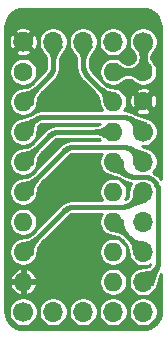
<source format=gbr>
%TF.GenerationSoftware,KiCad,Pcbnew,5.1.10*%
%TF.CreationDate,2021-08-19T15:46:26+12:00*%
%TF.ProjectId,74HC365_breakout,37344843-3336-4355-9f62-7265616b6f75,rev?*%
%TF.SameCoordinates,Original*%
%TF.FileFunction,Copper,L1,Top*%
%TF.FilePolarity,Positive*%
%FSLAX46Y46*%
G04 Gerber Fmt 4.6, Leading zero omitted, Abs format (unit mm)*
G04 Created by KiCad (PCBNEW 5.1.10) date 2021-08-19 15:46:26*
%MOMM*%
%LPD*%
G01*
G04 APERTURE LIST*
%TA.AperFunction,ComponentPad*%
%ADD10C,1.600000*%
%TD*%
%TA.AperFunction,ComponentPad*%
%ADD11O,1.600000X1.600000*%
%TD*%
%TA.AperFunction,ComponentPad*%
%ADD12O,1.700000X1.700000*%
%TD*%
%TA.AperFunction,ComponentPad*%
%ADD13C,1.700000*%
%TD*%
%TA.AperFunction,Conductor*%
%ADD14C,0.400000*%
%TD*%
%TA.AperFunction,Conductor*%
%ADD15C,0.600000*%
%TD*%
%TA.AperFunction,Conductor*%
%ADD16C,0.254000*%
%TD*%
%TA.AperFunction,Conductor*%
%ADD17C,0.100000*%
%TD*%
%TA.AperFunction,Conductor*%
%ADD18C,0.025400*%
%TD*%
G04 APERTURE END LIST*
D10*
%TO.P,C1,2*%
%TO.N,GND*%
X137160000Y-91400000D03*
%TO.P,C1,1*%
%TO.N,+5V*%
X137160000Y-88900000D03*
%TD*%
%TO.P,U1,1*%
%TO.N,E1*%
X127000000Y-88900000D03*
D11*
%TO.P,U1,9*%
%TO.N,Net-(J1-Pad4)*%
X134620000Y-106680000D03*
%TO.P,U1,2*%
%TO.N,INPUT*%
X127000000Y-91440000D03*
%TO.P,U1,10*%
X134620000Y-104140000D03*
%TO.P,U1,3*%
%TO.N,Net-(J1-Pad1)*%
X127000000Y-93980000D03*
%TO.P,U1,11*%
%TO.N,Net-(J1-Pad5)*%
X134620000Y-101600000D03*
%TO.P,U1,4*%
%TO.N,INPUT*%
X127000000Y-96520000D03*
%TO.P,U1,12*%
X134620000Y-99060000D03*
%TO.P,U1,5*%
%TO.N,Net-(J1-Pad2)*%
X127000000Y-99060000D03*
%TO.P,U1,13*%
%TO.N,Net-(J1-Pad6)*%
X134620000Y-96520000D03*
%TO.P,U1,6*%
%TO.N,INPUT*%
X127000000Y-101600000D03*
%TO.P,U1,14*%
X134620000Y-93980000D03*
%TO.P,U1,7*%
%TO.N,Net-(J1-Pad3)*%
X127000000Y-104140000D03*
%TO.P,U1,15*%
%TO.N,E2*%
X134620000Y-91440000D03*
%TO.P,U1,8*%
%TO.N,GND*%
X127000000Y-106680000D03*
%TO.P,U1,16*%
%TO.N,+5V*%
X134620000Y-88900000D03*
%TD*%
D12*
%TO.P,J3,5*%
%TO.N,Net-(J3-Pad5)*%
X137160000Y-109220000D03*
%TO.P,J3,4*%
%TO.N,Net-(J3-Pad4)*%
X134620000Y-109220000D03*
%TO.P,J3,3*%
%TO.N,Net-(J3-Pad3)*%
X132080000Y-109220000D03*
%TO.P,J3,2*%
%TO.N,Net-(J3-Pad2)*%
X129540000Y-109220000D03*
D13*
%TO.P,J3,1*%
%TO.N,Net-(J3-Pad1)*%
X127000000Y-109220000D03*
%TD*%
%TO.P,J2,1*%
%TO.N,+5V*%
X137160000Y-86360000D03*
D12*
%TO.P,J2,2*%
%TO.N,E1*%
X134620000Y-86360000D03*
%TO.P,J2,3*%
%TO.N,E2*%
X132080000Y-86360000D03*
%TO.P,J2,4*%
%TO.N,INPUT*%
X129540000Y-86360000D03*
%TO.P,J2,5*%
%TO.N,GND*%
%TA.AperFunction,ComponentPad*%
G36*
G01*
X126398959Y-86961041D02*
X126398959Y-86961041D01*
G75*
G02*
X126398959Y-85758959I601041J601041D01*
G01*
X126398959Y-85758959D01*
G75*
G02*
X127601041Y-85758959I601041J-601041D01*
G01*
X127601041Y-85758959D01*
G75*
G02*
X127601041Y-86961041I-601041J-601041D01*
G01*
X127601041Y-86961041D01*
G75*
G02*
X126398959Y-86961041I-601041J601041D01*
G01*
G37*
%TD.AperFunction*%
%TD*%
D13*
%TO.P,J1,1*%
%TO.N,Net-(J1-Pad1)*%
X137160000Y-93980000D03*
D12*
%TO.P,J1,2*%
%TO.N,Net-(J1-Pad2)*%
X137160000Y-96520000D03*
%TO.P,J1,3*%
%TO.N,Net-(J1-Pad3)*%
X137160000Y-99060000D03*
%TO.P,J1,4*%
%TO.N,Net-(J1-Pad4)*%
X137160000Y-101600000D03*
%TO.P,J1,5*%
%TO.N,Net-(J1-Pad5)*%
X137160000Y-104140000D03*
%TO.P,J1,6*%
%TO.N,Net-(J1-Pad6)*%
X137160000Y-106680000D03*
%TD*%
D14*
%TO.N,Net-(J1-Pad1)*%
X136249210Y-93069210D02*
X137160000Y-93980000D01*
X136249210Y-93069210D02*
X136205613Y-93027702D01*
X136205613Y-93027702D02*
X136160032Y-92988384D01*
X136160032Y-92988384D02*
X136112577Y-92951350D01*
X136112577Y-92951350D02*
X136063362Y-92916688D01*
X136063362Y-92916688D02*
X136012505Y-92884484D01*
X136012505Y-92884484D02*
X135960130Y-92854813D01*
X135960130Y-92854813D02*
X135906362Y-92827749D01*
X135906362Y-92827749D02*
X135851330Y-92803355D01*
X135851330Y-92803355D02*
X135795168Y-92781691D01*
X135795168Y-92781691D02*
X135738010Y-92762809D01*
X135738010Y-92762809D02*
X135679995Y-92746754D01*
X135679995Y-92746754D02*
X135621262Y-92733565D01*
X135621262Y-92733565D02*
X135561953Y-92723274D01*
X135561953Y-92723274D02*
X135502210Y-92715905D01*
X135502210Y-92715905D02*
X135442177Y-92711477D01*
X135442177Y-92711477D02*
X135382000Y-92710000D01*
X127910789Y-93069210D02*
X127000000Y-93980000D01*
X127910789Y-93069210D02*
X127954385Y-93027702D01*
X127954385Y-93027702D02*
X127999966Y-92988384D01*
X127999966Y-92988384D02*
X128047421Y-92951349D01*
X128047421Y-92951349D02*
X128096636Y-92916688D01*
X128096636Y-92916688D02*
X128147493Y-92884484D01*
X128147493Y-92884484D02*
X128199868Y-92854813D01*
X128199868Y-92854813D02*
X128253637Y-92827749D01*
X128253637Y-92827749D02*
X128308668Y-92803355D01*
X128308668Y-92803355D02*
X128364831Y-92781691D01*
X128364831Y-92781691D02*
X128421988Y-92762808D01*
X128421988Y-92762808D02*
X128480003Y-92746753D01*
X128480003Y-92746753D02*
X128538737Y-92733565D01*
X128538737Y-92733565D02*
X128598046Y-92723273D01*
X128598046Y-92723273D02*
X128657789Y-92715905D01*
X128657789Y-92715905D02*
X128717822Y-92711477D01*
X128717822Y-92711477D02*
X128778000Y-92710000D01*
X128778000Y-92710000D02*
X135382000Y-92710000D01*
%TO.N,Net-(J1-Pad2)*%
X136249210Y-95609210D02*
X137160000Y-96520000D01*
X136249210Y-95609210D02*
X136205613Y-95567702D01*
X136205613Y-95567702D02*
X136160032Y-95528384D01*
X136160032Y-95528384D02*
X136112577Y-95491350D01*
X136112577Y-95491350D02*
X136063362Y-95456688D01*
X136063362Y-95456688D02*
X136012505Y-95424484D01*
X136012505Y-95424484D02*
X135960130Y-95394813D01*
X135960130Y-95394813D02*
X135906362Y-95367749D01*
X135906362Y-95367749D02*
X135851330Y-95343355D01*
X135851330Y-95343355D02*
X135795168Y-95321691D01*
X135795168Y-95321691D02*
X135738010Y-95302809D01*
X135738010Y-95302809D02*
X135679995Y-95286754D01*
X135679995Y-95286754D02*
X135621262Y-95273565D01*
X135621262Y-95273565D02*
X135561953Y-95263274D01*
X135561953Y-95263274D02*
X135502210Y-95255905D01*
X135502210Y-95255905D02*
X135442177Y-95251477D01*
X135442177Y-95251477D02*
X135382000Y-95250000D01*
X130450789Y-95609210D02*
X127000000Y-99060000D01*
X130450789Y-95609210D02*
X130494385Y-95567702D01*
X130494385Y-95567702D02*
X130539966Y-95528384D01*
X130539966Y-95528384D02*
X130587421Y-95491349D01*
X130587421Y-95491349D02*
X130636636Y-95456688D01*
X130636636Y-95456688D02*
X130687493Y-95424484D01*
X130687493Y-95424484D02*
X130739868Y-95394813D01*
X130739868Y-95394813D02*
X130793637Y-95367749D01*
X130793637Y-95367749D02*
X130848668Y-95343355D01*
X130848668Y-95343355D02*
X130904831Y-95321691D01*
X130904831Y-95321691D02*
X130961988Y-95302808D01*
X130961988Y-95302808D02*
X131020003Y-95286753D01*
X131020003Y-95286753D02*
X131078737Y-95273565D01*
X131078737Y-95273565D02*
X131138046Y-95263273D01*
X131138046Y-95263273D02*
X131197789Y-95255905D01*
X131197789Y-95255905D02*
X131257822Y-95251477D01*
X131257822Y-95251477D02*
X131318000Y-95250000D01*
X131318000Y-95250000D02*
X135382000Y-95250000D01*
%TO.N,Net-(J1-Pad3)*%
X136249210Y-99970789D02*
X137160000Y-99060000D01*
X136249210Y-99970789D02*
X136205613Y-100012296D01*
X136205613Y-100012296D02*
X136160032Y-100051614D01*
X136160032Y-100051614D02*
X136112577Y-100088648D01*
X136112577Y-100088648D02*
X136063362Y-100123310D01*
X136063362Y-100123310D02*
X136012505Y-100155514D01*
X136012505Y-100155514D02*
X135960130Y-100185185D01*
X135960130Y-100185185D02*
X135906362Y-100212249D01*
X135906362Y-100212249D02*
X135851330Y-100236643D01*
X135851330Y-100236643D02*
X135795168Y-100258307D01*
X135795168Y-100258307D02*
X135738010Y-100277190D01*
X135738010Y-100277190D02*
X135679995Y-100293245D01*
X135679995Y-100293245D02*
X135621262Y-100306434D01*
X135621262Y-100306434D02*
X135561953Y-100316725D01*
X135561953Y-100316725D02*
X135502210Y-100324093D01*
X135502210Y-100324093D02*
X135442177Y-100328522D01*
X135442177Y-100328522D02*
X135382000Y-100330000D01*
X130450789Y-100689210D02*
X127000000Y-104140000D01*
X130450789Y-100689210D02*
X130494385Y-100647702D01*
X130494385Y-100647702D02*
X130539966Y-100608384D01*
X130539966Y-100608384D02*
X130587421Y-100571349D01*
X130587421Y-100571349D02*
X130636636Y-100536688D01*
X130636636Y-100536688D02*
X130687493Y-100504484D01*
X130687493Y-100504484D02*
X130739868Y-100474813D01*
X130739868Y-100474813D02*
X130793637Y-100447749D01*
X130793637Y-100447749D02*
X130848668Y-100423355D01*
X130848668Y-100423355D02*
X130904831Y-100401691D01*
X130904831Y-100401691D02*
X130961988Y-100382808D01*
X130961988Y-100382808D02*
X131020003Y-100366753D01*
X131020003Y-100366753D02*
X131078737Y-100353565D01*
X131078737Y-100353565D02*
X131138046Y-100343273D01*
X131138046Y-100343273D02*
X131197789Y-100335905D01*
X131197789Y-100335905D02*
X131257822Y-100331477D01*
X131257822Y-100331477D02*
X131318000Y-100330000D01*
X131318000Y-100330000D02*
X135382000Y-100330000D01*
%TO.N,Net-(J1-Pad5)*%
X134620000Y-101600000D02*
X137160000Y-104140000D01*
%TO.N,Net-(J1-Pad6)*%
X138112295Y-105725612D02*
X138070789Y-105769210D01*
X138151614Y-105680032D02*
X138112295Y-105725612D01*
X138223309Y-105583362D02*
X138188648Y-105632577D01*
X138255514Y-105532505D02*
X138223309Y-105583362D01*
X135767493Y-97615515D02*
X135819868Y-97645185D01*
X135819868Y-97645185D02*
X135873637Y-97672250D01*
X138416725Y-105081953D02*
X138406433Y-105141262D01*
X138406433Y-105141262D02*
X138393244Y-105199995D01*
X136041988Y-97737190D02*
X136100003Y-97753245D01*
X138188648Y-105632577D02*
X138151614Y-105680032D01*
X135716636Y-97583310D02*
X135767493Y-97615515D01*
X136218046Y-97776725D02*
X136277789Y-97784094D01*
X135574385Y-97472296D02*
X135619966Y-97511615D01*
X136100003Y-97753245D02*
X136158736Y-97766434D01*
X135928668Y-97696644D02*
X135984830Y-97718308D01*
X135667421Y-97548649D02*
X135716636Y-97583310D01*
X135619966Y-97511615D02*
X135667421Y-97548649D01*
X138285184Y-105480130D02*
X138255514Y-105532505D01*
X135984830Y-97718308D02*
X136041988Y-97737190D01*
X138430000Y-104902000D02*
X138428522Y-104962177D01*
X138393244Y-105199995D02*
X138377189Y-105258010D01*
X135530789Y-97430789D02*
X135574385Y-97472296D01*
X138428522Y-104962177D02*
X138424093Y-105022210D01*
X136158736Y-97766434D02*
X136218046Y-97776725D01*
X134620000Y-96520000D02*
X135530789Y-97430789D01*
X136337822Y-97788522D02*
X136398000Y-97790000D01*
X138336643Y-105371330D02*
X138312249Y-105426361D01*
X138424093Y-105022210D02*
X138416725Y-105081953D01*
X136277789Y-97784094D02*
X136337822Y-97788522D01*
X138377189Y-105258010D02*
X138358307Y-105315168D01*
X138070789Y-105769210D02*
X137160000Y-106680000D01*
X135873637Y-97672250D02*
X135928668Y-97696644D01*
X138358307Y-105315168D02*
X138336643Y-105371330D01*
X138312249Y-105426361D02*
X138285184Y-105480130D01*
X137160000Y-97790000D02*
X136398000Y-97790000D01*
X137160000Y-97790000D02*
X137284481Y-97796115D01*
X137284481Y-97796115D02*
X137407764Y-97814402D01*
X137407764Y-97814402D02*
X137528661Y-97844685D01*
X137528661Y-97844685D02*
X137646007Y-97886672D01*
X137646007Y-97886672D02*
X137758673Y-97939959D01*
X137758673Y-97939959D02*
X137865574Y-98004033D01*
X137865574Y-98004033D02*
X137965679Y-98078276D01*
X137965679Y-98078276D02*
X138058025Y-98161974D01*
X138058025Y-98161974D02*
X138141723Y-98254320D01*
X138141723Y-98254320D02*
X138215966Y-98354425D01*
X138215966Y-98354425D02*
X138280040Y-98461326D01*
X138280040Y-98461326D02*
X138333327Y-98573992D01*
X138333327Y-98573992D02*
X138375314Y-98691338D01*
X138375314Y-98691338D02*
X138405597Y-98812235D01*
X138405597Y-98812235D02*
X138423884Y-98935518D01*
X138423884Y-98935518D02*
X138430000Y-99060000D01*
X138430000Y-99060000D02*
X138430000Y-104902000D01*
D15*
%TO.N,+5V*%
X134620000Y-88900000D02*
X137160000Y-88900000D01*
X137160000Y-86360000D02*
X137160000Y-88900000D01*
D14*
%TO.N,E2*%
X132439210Y-89259210D02*
X134620000Y-91440000D01*
X132439210Y-89259210D02*
X132397702Y-89215613D01*
X132397702Y-89215613D02*
X132358384Y-89170032D01*
X132358384Y-89170032D02*
X132321350Y-89122577D01*
X132321350Y-89122577D02*
X132286688Y-89073362D01*
X132286688Y-89073362D02*
X132254484Y-89022505D01*
X132254484Y-89022505D02*
X132224813Y-88970130D01*
X132224813Y-88970130D02*
X132197749Y-88916362D01*
X132197749Y-88916362D02*
X132173355Y-88861330D01*
X132173355Y-88861330D02*
X132151691Y-88805168D01*
X132151691Y-88805168D02*
X132132809Y-88748010D01*
X132132809Y-88748010D02*
X132116754Y-88689995D01*
X132116754Y-88689995D02*
X132103565Y-88631262D01*
X132103565Y-88631262D02*
X132093274Y-88571953D01*
X132093274Y-88571953D02*
X132085905Y-88512210D01*
X132085905Y-88512210D02*
X132081477Y-88452177D01*
X132081477Y-88452177D02*
X132080000Y-88392000D01*
X132080000Y-88392000D02*
X132080000Y-86360000D01*
%TO.N,INPUT*%
X129180789Y-89259210D02*
X127000000Y-91440000D01*
X129180789Y-89259210D02*
X129222296Y-89215613D01*
X129222296Y-89215613D02*
X129261614Y-89170032D01*
X129261614Y-89170032D02*
X129298648Y-89122577D01*
X129298648Y-89122577D02*
X129333310Y-89073362D01*
X129333310Y-89073362D02*
X129365514Y-89022505D01*
X129365514Y-89022505D02*
X129395185Y-88970130D01*
X129395185Y-88970130D02*
X129422249Y-88916362D01*
X129422249Y-88916362D02*
X129446643Y-88861330D01*
X129446643Y-88861330D02*
X129468307Y-88805168D01*
X129468307Y-88805168D02*
X129487190Y-88748010D01*
X129487190Y-88748010D02*
X129503245Y-88689995D01*
X129503245Y-88689995D02*
X129516434Y-88631262D01*
X129516434Y-88631262D02*
X129526725Y-88571953D01*
X129526725Y-88571953D02*
X129534093Y-88512210D01*
X129534093Y-88512210D02*
X129538522Y-88452177D01*
X129538522Y-88452177D02*
X129540000Y-88392000D01*
X129540000Y-88392000D02*
X129540000Y-86360000D01*
X129180789Y-94339210D02*
X127000000Y-96520000D01*
X129180789Y-94339210D02*
X129224385Y-94297702D01*
X129224385Y-94297702D02*
X129269966Y-94258384D01*
X129269966Y-94258384D02*
X129317421Y-94221349D01*
X129317421Y-94221349D02*
X129366636Y-94186688D01*
X129366636Y-94186688D02*
X129417493Y-94154484D01*
X129417493Y-94154484D02*
X129469868Y-94124813D01*
X129469868Y-94124813D02*
X129523637Y-94097749D01*
X129523637Y-94097749D02*
X129578668Y-94073355D01*
X129578668Y-94073355D02*
X129634831Y-94051691D01*
X129634831Y-94051691D02*
X129691988Y-94032808D01*
X129691988Y-94032808D02*
X129750003Y-94016753D01*
X129750003Y-94016753D02*
X129808737Y-94003565D01*
X129808737Y-94003565D02*
X129868046Y-93993273D01*
X129868046Y-93993273D02*
X129927789Y-93985905D01*
X129927789Y-93985905D02*
X129987822Y-93981477D01*
X129987822Y-93981477D02*
X130048000Y-93980000D01*
X130048000Y-93980000D02*
X134620000Y-93980000D01*
%TD*%
D16*
%TO.N,GND*%
X137450776Y-83621457D02*
X137730481Y-83705905D01*
X137988458Y-83843074D01*
X138214875Y-84027735D01*
X138401111Y-84252856D01*
X138540078Y-84509870D01*
X138626476Y-84788976D01*
X138659000Y-85098418D01*
X138659001Y-97976465D01*
X138591385Y-97885295D01*
X138533786Y-97821745D01*
X138469350Y-97750651D01*
X138462914Y-97744818D01*
X138334709Y-97628619D01*
X138334397Y-97628387D01*
X138188751Y-97520369D01*
X138188747Y-97520366D01*
X138032887Y-97426947D01*
X138032882Y-97426944D01*
X138006453Y-97414444D01*
X138116180Y-97304717D01*
X138250898Y-97103097D01*
X138343693Y-96879069D01*
X138391000Y-96641243D01*
X138391000Y-96398757D01*
X138343693Y-96160931D01*
X138250898Y-95936903D01*
X138116180Y-95735283D01*
X137944717Y-95563820D01*
X137743097Y-95429102D01*
X137519069Y-95336307D01*
X137476470Y-95327833D01*
X137385907Y-95297493D01*
X137378181Y-95294996D01*
X137227844Y-95248169D01*
X137222166Y-95246448D01*
X137101790Y-95211000D01*
X137281243Y-95211000D01*
X137519069Y-95163693D01*
X137743097Y-95070898D01*
X137944717Y-94936180D01*
X138116180Y-94764717D01*
X138250898Y-94563097D01*
X138343693Y-94339069D01*
X138391000Y-94101243D01*
X138391000Y-93858757D01*
X138343693Y-93620931D01*
X138250898Y-93396903D01*
X138116180Y-93195283D01*
X137944717Y-93023820D01*
X137743097Y-92889102D01*
X137519069Y-92796307D01*
X137476470Y-92787833D01*
X137385907Y-92757493D01*
X137378181Y-92754996D01*
X137227844Y-92708169D01*
X137222166Y-92706448D01*
X137089219Y-92667298D01*
X137087525Y-92666804D01*
X136967539Y-92632074D01*
X136856734Y-92598762D01*
X136748687Y-92563310D01*
X136634791Y-92521492D01*
X136506421Y-92468792D01*
X136355659Y-92400653D01*
X136222295Y-92335579D01*
X136221678Y-92335229D01*
X136220592Y-92334748D01*
X136179058Y-92314481D01*
X136167898Y-92308159D01*
X136154849Y-92302375D01*
X136142089Y-92295952D01*
X136128764Y-92290812D01*
X136099808Y-92277977D01*
X136087056Y-92271558D01*
X136073735Y-92266420D01*
X136060683Y-92260634D01*
X136047691Y-92256342D01*
X136483263Y-92256342D01*
X136569218Y-92429207D01*
X136781358Y-92524687D01*
X137008048Y-92576945D01*
X137240578Y-92583975D01*
X137470012Y-92545505D01*
X137687532Y-92463014D01*
X137750782Y-92429207D01*
X137836737Y-92256342D01*
X137160000Y-91579605D01*
X136483263Y-92256342D01*
X136047691Y-92256342D01*
X136047127Y-92256156D01*
X136017559Y-92244750D01*
X136004512Y-92238967D01*
X135990964Y-92234491D01*
X135977638Y-92229351D01*
X135963873Y-92225542D01*
X135933798Y-92215606D01*
X135920477Y-92210468D01*
X135906715Y-92206659D01*
X135893155Y-92202180D01*
X135879226Y-92199052D01*
X135848701Y-92190605D01*
X135835140Y-92186125D01*
X135821206Y-92182996D01*
X135807449Y-92179189D01*
X135793384Y-92176748D01*
X135762479Y-92169809D01*
X135748709Y-92165998D01*
X135734630Y-92163555D01*
X135720713Y-92160430D01*
X135706555Y-92158684D01*
X135675335Y-92153267D01*
X135661403Y-92150138D01*
X135647225Y-92148389D01*
X135633161Y-92145949D01*
X135618929Y-92144899D01*
X135587481Y-92141020D01*
X135573580Y-92138609D01*
X135666588Y-91999413D01*
X135755614Y-91784485D01*
X135801000Y-91556318D01*
X135801000Y-91480578D01*
X135976025Y-91480578D01*
X136014495Y-91710012D01*
X136096986Y-91927532D01*
X136130793Y-91990782D01*
X136303658Y-92076737D01*
X136980395Y-91400000D01*
X137339605Y-91400000D01*
X138016342Y-92076737D01*
X138189207Y-91990782D01*
X138284687Y-91778642D01*
X138336945Y-91551952D01*
X138343975Y-91319422D01*
X138305505Y-91089988D01*
X138223014Y-90872468D01*
X138189207Y-90809218D01*
X138016342Y-90723263D01*
X137339605Y-91400000D01*
X136980395Y-91400000D01*
X136303658Y-90723263D01*
X136130793Y-90809218D01*
X136035313Y-91021358D01*
X135983055Y-91248048D01*
X135976025Y-91480578D01*
X135801000Y-91480578D01*
X135801000Y-91323682D01*
X135755614Y-91095515D01*
X135666588Y-90880587D01*
X135537342Y-90687157D01*
X135393843Y-90543658D01*
X136483263Y-90543658D01*
X137160000Y-91220395D01*
X137836737Y-90543658D01*
X137750782Y-90370793D01*
X137538642Y-90275313D01*
X137311952Y-90223055D01*
X137079422Y-90216025D01*
X136849988Y-90254495D01*
X136632468Y-90336986D01*
X136569218Y-90370793D01*
X136483263Y-90543658D01*
X135393843Y-90543658D01*
X135372843Y-90522658D01*
X135179413Y-90393412D01*
X134964485Y-90304386D01*
X134904527Y-90292459D01*
X134838643Y-90272198D01*
X134814150Y-90265550D01*
X134674655Y-90232634D01*
X134657476Y-90228996D01*
X134530839Y-90205214D01*
X134526211Y-90204374D01*
X134414837Y-90184879D01*
X134323670Y-90165931D01*
X134249271Y-90144340D01*
X134180966Y-90115836D01*
X134106480Y-90072940D01*
X134016500Y-90005566D01*
X133900911Y-89899253D01*
X132855083Y-88853426D01*
X132828321Y-88825317D01*
X132807632Y-88801333D01*
X132793858Y-88783682D01*
X133439000Y-88783682D01*
X133439000Y-89016318D01*
X133484386Y-89244485D01*
X133573412Y-89459413D01*
X133702658Y-89652843D01*
X133867157Y-89817342D01*
X134060587Y-89946588D01*
X134275515Y-90035614D01*
X134503682Y-90081000D01*
X134736318Y-90081000D01*
X134964485Y-90035614D01*
X135179413Y-89946588D01*
X135237098Y-89908044D01*
X135254956Y-89898395D01*
X135281917Y-89882360D01*
X135370968Y-89824304D01*
X135389392Y-89811504D01*
X135467310Y-89753898D01*
X135473829Y-89748969D01*
X135541605Y-89696576D01*
X135596288Y-89656552D01*
X135639033Y-89630032D01*
X135677710Y-89611933D01*
X135724425Y-89597499D01*
X135792195Y-89586224D01*
X135890000Y-89581453D01*
X135987803Y-89586224D01*
X136055574Y-89597499D01*
X136102289Y-89611933D01*
X136140966Y-89630032D01*
X136183711Y-89656552D01*
X136238394Y-89696576D01*
X136306170Y-89748969D01*
X136312689Y-89753898D01*
X136390607Y-89811504D01*
X136409031Y-89824304D01*
X136498082Y-89882360D01*
X136525044Y-89898396D01*
X136542909Y-89908049D01*
X136600587Y-89946588D01*
X136815515Y-90035614D01*
X137043682Y-90081000D01*
X137276318Y-90081000D01*
X137504485Y-90035614D01*
X137719413Y-89946588D01*
X137912843Y-89817342D01*
X138077342Y-89652843D01*
X138206588Y-89459413D01*
X138295614Y-89244485D01*
X138341000Y-89016318D01*
X138341000Y-88783682D01*
X138295614Y-88555515D01*
X138206588Y-88340587D01*
X138168049Y-88282909D01*
X138158396Y-88265044D01*
X138142360Y-88238082D01*
X138084304Y-88149031D01*
X138071504Y-88130607D01*
X138013898Y-88052689D01*
X138008969Y-88046170D01*
X137956576Y-87978394D01*
X137916552Y-87923711D01*
X137890032Y-87880966D01*
X137871933Y-87842289D01*
X137857499Y-87795574D01*
X137846224Y-87727803D01*
X137843483Y-87671610D01*
X137846916Y-87604966D01*
X137859698Y-87532369D01*
X137876159Y-87482131D01*
X137897098Y-87439977D01*
X137927881Y-87393193D01*
X137973769Y-87333840D01*
X138032471Y-87261394D01*
X138038836Y-87253319D01*
X138102304Y-87170520D01*
X138116861Y-87150179D01*
X138180372Y-87054981D01*
X138198013Y-87025788D01*
X138208458Y-87006613D01*
X138250898Y-86943097D01*
X138343693Y-86719069D01*
X138391000Y-86481243D01*
X138391000Y-86238757D01*
X138343693Y-86000931D01*
X138250898Y-85776903D01*
X138116180Y-85575283D01*
X137944717Y-85403820D01*
X137743097Y-85269102D01*
X137519069Y-85176307D01*
X137281243Y-85129000D01*
X137038757Y-85129000D01*
X136800931Y-85176307D01*
X136576903Y-85269102D01*
X136375283Y-85403820D01*
X136203820Y-85575283D01*
X136069102Y-85776903D01*
X135976307Y-86000931D01*
X135929000Y-86238757D01*
X135929000Y-86481243D01*
X135976307Y-86719069D01*
X136069102Y-86943097D01*
X136111538Y-87006607D01*
X136121985Y-87025786D01*
X136139627Y-87054981D01*
X136203138Y-87150179D01*
X136217695Y-87170520D01*
X136281163Y-87253319D01*
X136287528Y-87261394D01*
X136346230Y-87333840D01*
X136392118Y-87393193D01*
X136422901Y-87439977D01*
X136443840Y-87482131D01*
X136460301Y-87532369D01*
X136473084Y-87604974D01*
X136476517Y-87671610D01*
X136473776Y-87727794D01*
X136462500Y-87795574D01*
X136448066Y-87842289D01*
X136429967Y-87880966D01*
X136403447Y-87923711D01*
X136363423Y-87978394D01*
X136311030Y-88046170D01*
X136308937Y-88048938D01*
X136306170Y-88051030D01*
X136238394Y-88103423D01*
X136183711Y-88143447D01*
X136140966Y-88169967D01*
X136102289Y-88188066D01*
X136055574Y-88202500D01*
X135987794Y-88213776D01*
X135890000Y-88218547D01*
X135792205Y-88213776D01*
X135724425Y-88202500D01*
X135677710Y-88188066D01*
X135639033Y-88169967D01*
X135596288Y-88143447D01*
X135541605Y-88103423D01*
X135473829Y-88051030D01*
X135467310Y-88046101D01*
X135389392Y-87988495D01*
X135370968Y-87975695D01*
X135281917Y-87917639D01*
X135254954Y-87901603D01*
X135237092Y-87891952D01*
X135179413Y-87853412D01*
X134964485Y-87764386D01*
X134736318Y-87719000D01*
X134503682Y-87719000D01*
X134275515Y-87764386D01*
X134060587Y-87853412D01*
X133867157Y-87982658D01*
X133702658Y-88147157D01*
X133573412Y-88340587D01*
X133484386Y-88555515D01*
X133439000Y-88783682D01*
X132793858Y-88783682D01*
X132788152Y-88776371D01*
X132769926Y-88750493D01*
X132752971Y-88723716D01*
X132737362Y-88696164D01*
X132723126Y-88667881D01*
X132710290Y-88638923D01*
X132698892Y-88609376D01*
X132688959Y-88579308D01*
X132680513Y-88548787D01*
X132673572Y-88517881D01*
X132668157Y-88486670D01*
X132664281Y-88455248D01*
X132661952Y-88423663D01*
X132661000Y-88384898D01*
X132661000Y-88058234D01*
X132668264Y-87890134D01*
X132686043Y-87770465D01*
X132711013Y-87680764D01*
X132742628Y-87606407D01*
X132784506Y-87532705D01*
X132841197Y-87448782D01*
X132912261Y-87350058D01*
X132915623Y-87345313D01*
X132994402Y-87232272D01*
X133004822Y-87216500D01*
X133086103Y-87086574D01*
X133099492Y-87063400D01*
X133134502Y-86997567D01*
X133170898Y-86943097D01*
X133263693Y-86719069D01*
X133311000Y-86481243D01*
X133311000Y-86238757D01*
X133389000Y-86238757D01*
X133389000Y-86481243D01*
X133436307Y-86719069D01*
X133529102Y-86943097D01*
X133663820Y-87144717D01*
X133835283Y-87316180D01*
X134036903Y-87450898D01*
X134260931Y-87543693D01*
X134498757Y-87591000D01*
X134741243Y-87591000D01*
X134979069Y-87543693D01*
X135203097Y-87450898D01*
X135404717Y-87316180D01*
X135576180Y-87144717D01*
X135710898Y-86943097D01*
X135803693Y-86719069D01*
X135851000Y-86481243D01*
X135851000Y-86238757D01*
X135803693Y-86000931D01*
X135710898Y-85776903D01*
X135576180Y-85575283D01*
X135404717Y-85403820D01*
X135203097Y-85269102D01*
X134979069Y-85176307D01*
X134741243Y-85129000D01*
X134498757Y-85129000D01*
X134260931Y-85176307D01*
X134036903Y-85269102D01*
X133835283Y-85403820D01*
X133663820Y-85575283D01*
X133529102Y-85776903D01*
X133436307Y-86000931D01*
X133389000Y-86238757D01*
X133311000Y-86238757D01*
X133263693Y-86000931D01*
X133170898Y-85776903D01*
X133036180Y-85575283D01*
X132864717Y-85403820D01*
X132663097Y-85269102D01*
X132439069Y-85176307D01*
X132201243Y-85129000D01*
X131958757Y-85129000D01*
X131720931Y-85176307D01*
X131496903Y-85269102D01*
X131295283Y-85403820D01*
X131123820Y-85575283D01*
X130989102Y-85776903D01*
X130896307Y-86000931D01*
X130849000Y-86238757D01*
X130849000Y-86481243D01*
X130896307Y-86719069D01*
X130989102Y-86943097D01*
X131025495Y-86997563D01*
X131060506Y-87063398D01*
X131073896Y-87086574D01*
X131155177Y-87216500D01*
X131165597Y-87232272D01*
X131244376Y-87345313D01*
X131247738Y-87350058D01*
X131318802Y-87448782D01*
X131375493Y-87532705D01*
X131417371Y-87606407D01*
X131448986Y-87680764D01*
X131473956Y-87770465D01*
X131491735Y-87890134D01*
X131499000Y-88058241D01*
X131499000Y-88370608D01*
X131498475Y-88377725D01*
X131499000Y-88399112D01*
X131499000Y-88420539D01*
X131499701Y-88427652D01*
X131500303Y-88452176D01*
X131499952Y-88466452D01*
X131501003Y-88480698D01*
X131501353Y-88494964D01*
X131503100Y-88509126D01*
X131505431Y-88540739D01*
X131505782Y-88555009D01*
X131507529Y-88569170D01*
X131508579Y-88583410D01*
X131511020Y-88597481D01*
X131514899Y-88628929D01*
X131515949Y-88643161D01*
X131518389Y-88657225D01*
X131520138Y-88671403D01*
X131523267Y-88685335D01*
X131528684Y-88716555D01*
X131530430Y-88730713D01*
X131533555Y-88744630D01*
X131535998Y-88758709D01*
X131539809Y-88772479D01*
X131546748Y-88803384D01*
X131549189Y-88817449D01*
X131552996Y-88831206D01*
X131556125Y-88845140D01*
X131560605Y-88858701D01*
X131569052Y-88889226D01*
X131572180Y-88903155D01*
X131576659Y-88916715D01*
X131580468Y-88930477D01*
X131585606Y-88943798D01*
X131595542Y-88973873D01*
X131599351Y-88987638D01*
X131604491Y-89000964D01*
X131608967Y-89014512D01*
X131614750Y-89027559D01*
X131626156Y-89057127D01*
X131630634Y-89070683D01*
X131636420Y-89083735D01*
X131641558Y-89097056D01*
X131647977Y-89109808D01*
X131660812Y-89138764D01*
X131665952Y-89152089D01*
X131672375Y-89164849D01*
X131678159Y-89177898D01*
X131685193Y-89190315D01*
X131699439Y-89218617D01*
X131705229Y-89231678D01*
X131712266Y-89244100D01*
X131718680Y-89256842D01*
X131726318Y-89268903D01*
X131741934Y-89296469D01*
X131748352Y-89309220D01*
X131755998Y-89321294D01*
X131763036Y-89333718D01*
X131771251Y-89345382D01*
X131788202Y-89372152D01*
X131795242Y-89384578D01*
X131803459Y-89396245D01*
X131811094Y-89408302D01*
X131819883Y-89419564D01*
X131838119Y-89445456D01*
X131845761Y-89457525D01*
X131854558Y-89468798D01*
X131862772Y-89480460D01*
X131872084Y-89491255D01*
X131891589Y-89516249D01*
X131899803Y-89527912D01*
X131909120Y-89538713D01*
X131917912Y-89549979D01*
X131927765Y-89560328D01*
X131948439Y-89584295D01*
X131957236Y-89595567D01*
X131967093Y-89605920D01*
X131976404Y-89616714D01*
X131986734Y-89626549D01*
X132003673Y-89644340D01*
X132008201Y-89649858D01*
X132023337Y-89664994D01*
X132038103Y-89680503D01*
X132043511Y-89685168D01*
X133079253Y-90720911D01*
X133185566Y-90836500D01*
X133252940Y-90926480D01*
X133295836Y-91000966D01*
X133324340Y-91069271D01*
X133345931Y-91143670D01*
X133364879Y-91234837D01*
X133384374Y-91346211D01*
X133385214Y-91350839D01*
X133408996Y-91477476D01*
X133412634Y-91494655D01*
X133445550Y-91634150D01*
X133452198Y-91658643D01*
X133472459Y-91724527D01*
X133484386Y-91784485D01*
X133573412Y-91999413D01*
X133659999Y-92129000D01*
X128799392Y-92129000D01*
X128792275Y-92128475D01*
X128770888Y-92129000D01*
X128749460Y-92129000D01*
X128742346Y-92129701D01*
X128717822Y-92130303D01*
X128703546Y-92129952D01*
X128689300Y-92131003D01*
X128675035Y-92131353D01*
X128660871Y-92133100D01*
X128629269Y-92135431D01*
X128614999Y-92135781D01*
X128600829Y-92137529D01*
X128586589Y-92138579D01*
X128572522Y-92141020D01*
X128541083Y-92144897D01*
X128526828Y-92145949D01*
X128512757Y-92148391D01*
X128498606Y-92150136D01*
X128484682Y-92153263D01*
X128453444Y-92158683D01*
X128439297Y-92160428D01*
X128425373Y-92163554D01*
X128411280Y-92166000D01*
X128397515Y-92169810D01*
X128366626Y-92176745D01*
X128352549Y-92179188D01*
X128338793Y-92182995D01*
X128324870Y-92186121D01*
X128311311Y-92190600D01*
X128280773Y-92199051D01*
X128266831Y-92202182D01*
X128253271Y-92206662D01*
X128239521Y-92210467D01*
X128226203Y-92215604D01*
X128196114Y-92225545D01*
X128182364Y-92229350D01*
X128169040Y-92234490D01*
X128155475Y-92238971D01*
X128142427Y-92244755D01*
X128112861Y-92256160D01*
X128099311Y-92260636D01*
X128086274Y-92266415D01*
X128072946Y-92271556D01*
X128060182Y-92277981D01*
X128031226Y-92290816D01*
X128017914Y-92295951D01*
X128005161Y-92302370D01*
X127992097Y-92308161D01*
X127979673Y-92315199D01*
X127951389Y-92329436D01*
X127938320Y-92335229D01*
X127925894Y-92342269D01*
X127913160Y-92348678D01*
X127901103Y-92356313D01*
X127873523Y-92371937D01*
X127860778Y-92378352D01*
X127853695Y-92382837D01*
X127709095Y-92462241D01*
X127573856Y-92530936D01*
X127459151Y-92583638D01*
X127357837Y-92624906D01*
X127261693Y-92659372D01*
X127162335Y-92691290D01*
X127052295Y-92724478D01*
X126929094Y-92761474D01*
X126924726Y-92762814D01*
X126785016Y-92806600D01*
X126777850Y-92808924D01*
X126696235Y-92836286D01*
X126655515Y-92844386D01*
X126440587Y-92933412D01*
X126247157Y-93062658D01*
X126082658Y-93227157D01*
X125953412Y-93420587D01*
X125864386Y-93635515D01*
X125819000Y-93863682D01*
X125819000Y-94096318D01*
X125864386Y-94324485D01*
X125953412Y-94539413D01*
X126082658Y-94732843D01*
X126247157Y-94897342D01*
X126440587Y-95026588D01*
X126655515Y-95115614D01*
X126883682Y-95161000D01*
X127116318Y-95161000D01*
X127344485Y-95115614D01*
X127559413Y-95026588D01*
X127752843Y-94897342D01*
X127917342Y-94732843D01*
X128046588Y-94539413D01*
X128135614Y-94324485D01*
X128152337Y-94240412D01*
X128165653Y-94193484D01*
X128174364Y-94155474D01*
X128199499Y-94012550D01*
X128203113Y-93986920D01*
X128217362Y-93853170D01*
X128218112Y-93845374D01*
X128228262Y-93727063D01*
X128239599Y-93635827D01*
X128253793Y-93574778D01*
X128270590Y-93534781D01*
X128279004Y-93522653D01*
X128316596Y-93485061D01*
X128344685Y-93458318D01*
X128368658Y-93437638D01*
X128389265Y-93421556D01*
X128454929Y-93378072D01*
X128473837Y-93367360D01*
X128502107Y-93353131D01*
X128531071Y-93340291D01*
X128560625Y-93328892D01*
X128590701Y-93318955D01*
X128621217Y-93310510D01*
X128652109Y-93303574D01*
X128683331Y-93298156D01*
X128714741Y-93294282D01*
X128746335Y-93291952D01*
X128785101Y-93291000D01*
X133505258Y-93291000D01*
X133441684Y-93325975D01*
X133373234Y-93354117D01*
X133290226Y-93376456D01*
X133178963Y-93392440D01*
X133022050Y-93399000D01*
X130069392Y-93399000D01*
X130062275Y-93398475D01*
X130040888Y-93399000D01*
X130019460Y-93399000D01*
X130012346Y-93399701D01*
X129987822Y-93400303D01*
X129973546Y-93399952D01*
X129959300Y-93401003D01*
X129945035Y-93401353D01*
X129930871Y-93403100D01*
X129899269Y-93405431D01*
X129884999Y-93405781D01*
X129870829Y-93407529D01*
X129856589Y-93408579D01*
X129842522Y-93411020D01*
X129811083Y-93414897D01*
X129796828Y-93415949D01*
X129782757Y-93418391D01*
X129768606Y-93420136D01*
X129754682Y-93423263D01*
X129723444Y-93428683D01*
X129709297Y-93430428D01*
X129695373Y-93433554D01*
X129681280Y-93436000D01*
X129667515Y-93439810D01*
X129636626Y-93446745D01*
X129622549Y-93449188D01*
X129608793Y-93452995D01*
X129594870Y-93456121D01*
X129581311Y-93460600D01*
X129550773Y-93469051D01*
X129536831Y-93472182D01*
X129523271Y-93476662D01*
X129509521Y-93480467D01*
X129496203Y-93485604D01*
X129466114Y-93495545D01*
X129452364Y-93499350D01*
X129439040Y-93504490D01*
X129425475Y-93508971D01*
X129412427Y-93514755D01*
X129382861Y-93526160D01*
X129369311Y-93530636D01*
X129356274Y-93536415D01*
X129342946Y-93541556D01*
X129330182Y-93547981D01*
X129301226Y-93560816D01*
X129287914Y-93565951D01*
X129275161Y-93572370D01*
X129262097Y-93578161D01*
X129249673Y-93585199D01*
X129221389Y-93599436D01*
X129208320Y-93605229D01*
X129195894Y-93612269D01*
X129183160Y-93618678D01*
X129171103Y-93626313D01*
X129143523Y-93641937D01*
X129130778Y-93648352D01*
X129118708Y-93655995D01*
X129106281Y-93663035D01*
X129094618Y-93671250D01*
X129067848Y-93688201D01*
X129055427Y-93695237D01*
X129043761Y-93703453D01*
X129031696Y-93711093D01*
X129020432Y-93719883D01*
X128994529Y-93738126D01*
X128982467Y-93745765D01*
X128971215Y-93754546D01*
X128959544Y-93762766D01*
X128948732Y-93772092D01*
X128923760Y-93791581D01*
X128912087Y-93799802D01*
X128901269Y-93809134D01*
X128890013Y-93817918D01*
X128879680Y-93827756D01*
X128855675Y-93848463D01*
X128844427Y-93857241D01*
X128834101Y-93867072D01*
X128823284Y-93876403D01*
X128813428Y-93886755D01*
X128795666Y-93903666D01*
X128790140Y-93908201D01*
X128774980Y-93923361D01*
X128759491Y-93938108D01*
X128754833Y-93943508D01*
X127719102Y-94979240D01*
X127603498Y-95085565D01*
X127513515Y-95152942D01*
X127439035Y-95195835D01*
X127370726Y-95224340D01*
X127296322Y-95245933D01*
X127205187Y-95264874D01*
X127093787Y-95284374D01*
X127089158Y-95285214D01*
X126962522Y-95308996D01*
X126945344Y-95312634D01*
X126805849Y-95345550D01*
X126781355Y-95352198D01*
X126715468Y-95372460D01*
X126655515Y-95384386D01*
X126440587Y-95473412D01*
X126247157Y-95602658D01*
X126082658Y-95767157D01*
X125953412Y-95960587D01*
X125864386Y-96175515D01*
X125819000Y-96403682D01*
X125819000Y-96636318D01*
X125864386Y-96864485D01*
X125953412Y-97079413D01*
X126082658Y-97272843D01*
X126247157Y-97437342D01*
X126440587Y-97566588D01*
X126655515Y-97655614D01*
X126883682Y-97701000D01*
X127116318Y-97701000D01*
X127344485Y-97655614D01*
X127559413Y-97566588D01*
X127752843Y-97437342D01*
X127917342Y-97272843D01*
X128046588Y-97079413D01*
X128135614Y-96864485D01*
X128147541Y-96804526D01*
X128167802Y-96738641D01*
X128174449Y-96714150D01*
X128207365Y-96574655D01*
X128211003Y-96557476D01*
X128234785Y-96430839D01*
X128235625Y-96426211D01*
X128255120Y-96314837D01*
X128274068Y-96223670D01*
X128295659Y-96149271D01*
X128324163Y-96080966D01*
X128367059Y-96006480D01*
X128434433Y-95916500D01*
X128540757Y-95800900D01*
X129586596Y-94755061D01*
X129614685Y-94728318D01*
X129638658Y-94707638D01*
X129663628Y-94688151D01*
X129689514Y-94669921D01*
X129716275Y-94652975D01*
X129743837Y-94637360D01*
X129772107Y-94623131D01*
X129801071Y-94610291D01*
X129830625Y-94598892D01*
X129860701Y-94588955D01*
X129891217Y-94580510D01*
X129922109Y-94573574D01*
X129953331Y-94568156D01*
X129984741Y-94564282D01*
X130016335Y-94561952D01*
X130055101Y-94561000D01*
X133022029Y-94561000D01*
X133178973Y-94567561D01*
X133290226Y-94583543D01*
X133373234Y-94605882D01*
X133441684Y-94634024D01*
X133505260Y-94669000D01*
X131339392Y-94669000D01*
X131332275Y-94668475D01*
X131310888Y-94669000D01*
X131289460Y-94669000D01*
X131282346Y-94669701D01*
X131257822Y-94670303D01*
X131243546Y-94669952D01*
X131229300Y-94671003D01*
X131215035Y-94671353D01*
X131200871Y-94673100D01*
X131169269Y-94675431D01*
X131154999Y-94675781D01*
X131140829Y-94677529D01*
X131126589Y-94678579D01*
X131112522Y-94681020D01*
X131081083Y-94684897D01*
X131066828Y-94685949D01*
X131052757Y-94688391D01*
X131038606Y-94690136D01*
X131024682Y-94693263D01*
X130993444Y-94698683D01*
X130979297Y-94700428D01*
X130965373Y-94703554D01*
X130951280Y-94706000D01*
X130937515Y-94709810D01*
X130906626Y-94716745D01*
X130892549Y-94719188D01*
X130878793Y-94722995D01*
X130864870Y-94726121D01*
X130851311Y-94730600D01*
X130820773Y-94739051D01*
X130806831Y-94742182D01*
X130793271Y-94746662D01*
X130779521Y-94750467D01*
X130766203Y-94755604D01*
X130736114Y-94765545D01*
X130722364Y-94769350D01*
X130709040Y-94774490D01*
X130695475Y-94778971D01*
X130682427Y-94784755D01*
X130652861Y-94796160D01*
X130639311Y-94800636D01*
X130626274Y-94806415D01*
X130612946Y-94811556D01*
X130600182Y-94817981D01*
X130571226Y-94830816D01*
X130557914Y-94835951D01*
X130545161Y-94842370D01*
X130532097Y-94848161D01*
X130519673Y-94855199D01*
X130491389Y-94869436D01*
X130478320Y-94875229D01*
X130465894Y-94882269D01*
X130453160Y-94888678D01*
X130441103Y-94896313D01*
X130413523Y-94911937D01*
X130400778Y-94918352D01*
X130388708Y-94925995D01*
X130376281Y-94933035D01*
X130364618Y-94941250D01*
X130337848Y-94958201D01*
X130325427Y-94965237D01*
X130313761Y-94973453D01*
X130301696Y-94981093D01*
X130290432Y-94989883D01*
X130264529Y-95008126D01*
X130252467Y-95015765D01*
X130241215Y-95024546D01*
X130229544Y-95032766D01*
X130218732Y-95042092D01*
X130193760Y-95061581D01*
X130182087Y-95069802D01*
X130171269Y-95079134D01*
X130160013Y-95087918D01*
X130149680Y-95097756D01*
X130125675Y-95118463D01*
X130114427Y-95127241D01*
X130104101Y-95137072D01*
X130093284Y-95146403D01*
X130083428Y-95156755D01*
X130065667Y-95173665D01*
X130060140Y-95178201D01*
X130044980Y-95193361D01*
X130029491Y-95208108D01*
X130024833Y-95213508D01*
X127719107Y-97519236D01*
X127603498Y-97625565D01*
X127513518Y-97692940D01*
X127439028Y-97735839D01*
X127370730Y-97764339D01*
X127296322Y-97785933D01*
X127205187Y-97804874D01*
X127093787Y-97824374D01*
X127089158Y-97825214D01*
X126962522Y-97848996D01*
X126945344Y-97852634D01*
X126805849Y-97885550D01*
X126781355Y-97892198D01*
X126715468Y-97912460D01*
X126655515Y-97924386D01*
X126440587Y-98013412D01*
X126247157Y-98142658D01*
X126082658Y-98307157D01*
X125953412Y-98500587D01*
X125864386Y-98715515D01*
X125819000Y-98943682D01*
X125819000Y-99176318D01*
X125864386Y-99404485D01*
X125953412Y-99619413D01*
X126082658Y-99812843D01*
X126247157Y-99977342D01*
X126440587Y-100106588D01*
X126655515Y-100195614D01*
X126883682Y-100241000D01*
X127116318Y-100241000D01*
X127344485Y-100195614D01*
X127559413Y-100106588D01*
X127752843Y-99977342D01*
X127917342Y-99812843D01*
X128046588Y-99619413D01*
X128135614Y-99404485D01*
X128147541Y-99344526D01*
X128167802Y-99278641D01*
X128174449Y-99254150D01*
X128207365Y-99114655D01*
X128211003Y-99097476D01*
X128234785Y-98970839D01*
X128235625Y-98966211D01*
X128255120Y-98854837D01*
X128274068Y-98763670D01*
X128295659Y-98689271D01*
X128324163Y-98620966D01*
X128367059Y-98546480D01*
X128434433Y-98456500D01*
X128540757Y-98340900D01*
X130856596Y-96025061D01*
X130884685Y-95998318D01*
X130908658Y-95977638D01*
X130933628Y-95958151D01*
X130959514Y-95939921D01*
X130986275Y-95922975D01*
X131013837Y-95907360D01*
X131042107Y-95893131D01*
X131071071Y-95880291D01*
X131100625Y-95868892D01*
X131130701Y-95858955D01*
X131161217Y-95850510D01*
X131192109Y-95843574D01*
X131223331Y-95838156D01*
X131254741Y-95834282D01*
X131286335Y-95831952D01*
X131325101Y-95831000D01*
X133659999Y-95831000D01*
X133573412Y-95960587D01*
X133484386Y-96175515D01*
X133439000Y-96403682D01*
X133439000Y-96636318D01*
X133484386Y-96864485D01*
X133573412Y-97079413D01*
X133702658Y-97272843D01*
X133867157Y-97437342D01*
X134060587Y-97566588D01*
X134275515Y-97655614D01*
X134316236Y-97663714D01*
X134397852Y-97691076D01*
X134405014Y-97693398D01*
X134544724Y-97737185D01*
X134549091Y-97738525D01*
X134672295Y-97775523D01*
X134782335Y-97808711D01*
X134881704Y-97840634D01*
X134977831Y-97875094D01*
X135079153Y-97916365D01*
X135193850Y-97969063D01*
X135329113Y-98037770D01*
X135473703Y-98117166D01*
X135480771Y-98121642D01*
X135493511Y-98128055D01*
X135521097Y-98143682D01*
X135533152Y-98151316D01*
X135545895Y-98157730D01*
X135558327Y-98164773D01*
X135571389Y-98170563D01*
X135599672Y-98184799D01*
X135612097Y-98191838D01*
X135625156Y-98197627D01*
X135637907Y-98204045D01*
X135651225Y-98209182D01*
X135680185Y-98222019D01*
X135692942Y-98228441D01*
X135706268Y-98233581D01*
X135719311Y-98239363D01*
X135732862Y-98243840D01*
X135762439Y-98255249D01*
X135775486Y-98261032D01*
X135789034Y-98265508D01*
X135802360Y-98270648D01*
X135816128Y-98274458D01*
X135846201Y-98284393D01*
X135859521Y-98289531D01*
X135873283Y-98293340D01*
X135886843Y-98297819D01*
X135900772Y-98300947D01*
X135931303Y-98309396D01*
X135944859Y-98313874D01*
X135958791Y-98317003D01*
X135972549Y-98320810D01*
X135986613Y-98323251D01*
X136017532Y-98330194D01*
X136031290Y-98334001D01*
X136045347Y-98336440D01*
X136059285Y-98339570D01*
X136073469Y-98341319D01*
X136104664Y-98346732D01*
X136118597Y-98349861D01*
X136132778Y-98351610D01*
X136146840Y-98354050D01*
X136150985Y-98354356D01*
X136069102Y-98476903D01*
X135976307Y-98700931D01*
X135958106Y-98792430D01*
X135944724Y-98840031D01*
X135935900Y-98879254D01*
X135909979Y-99031631D01*
X135906463Y-99057726D01*
X135892186Y-99200923D01*
X135891491Y-99208691D01*
X135881440Y-99335809D01*
X135869748Y-99434333D01*
X135854592Y-99500135D01*
X135836805Y-99541793D01*
X135810348Y-99578406D01*
X135755854Y-99626554D01*
X135647528Y-99691462D01*
X135628923Y-99699708D01*
X135607385Y-99708016D01*
X135666588Y-99619413D01*
X135755614Y-99404485D01*
X135801000Y-99176318D01*
X135801000Y-98943682D01*
X135755614Y-98715515D01*
X135666588Y-98500587D01*
X135537342Y-98307157D01*
X135372843Y-98142658D01*
X135179413Y-98013412D01*
X134964485Y-97924386D01*
X134736318Y-97879000D01*
X134503682Y-97879000D01*
X134275515Y-97924386D01*
X134060587Y-98013412D01*
X133867157Y-98142658D01*
X133702658Y-98307157D01*
X133573412Y-98500587D01*
X133484386Y-98715515D01*
X133439000Y-98943682D01*
X133439000Y-99176318D01*
X133484386Y-99404485D01*
X133573412Y-99619413D01*
X133659999Y-99749000D01*
X131339392Y-99749000D01*
X131332275Y-99748475D01*
X131310888Y-99749000D01*
X131289460Y-99749000D01*
X131282346Y-99749701D01*
X131257822Y-99750303D01*
X131243546Y-99749952D01*
X131229300Y-99751003D01*
X131215035Y-99751353D01*
X131200871Y-99753100D01*
X131169269Y-99755431D01*
X131154999Y-99755781D01*
X131140829Y-99757529D01*
X131126589Y-99758579D01*
X131112522Y-99761020D01*
X131081083Y-99764897D01*
X131066828Y-99765949D01*
X131052757Y-99768391D01*
X131038606Y-99770136D01*
X131024682Y-99773263D01*
X130993444Y-99778683D01*
X130979297Y-99780428D01*
X130965373Y-99783554D01*
X130951280Y-99786000D01*
X130937515Y-99789810D01*
X130906626Y-99796745D01*
X130892549Y-99799188D01*
X130878793Y-99802995D01*
X130864870Y-99806121D01*
X130851311Y-99810600D01*
X130820773Y-99819051D01*
X130806831Y-99822182D01*
X130793271Y-99826662D01*
X130779521Y-99830467D01*
X130766203Y-99835604D01*
X130736114Y-99845545D01*
X130722364Y-99849350D01*
X130709040Y-99854490D01*
X130695475Y-99858971D01*
X130682427Y-99864755D01*
X130652861Y-99876160D01*
X130639311Y-99880636D01*
X130626274Y-99886415D01*
X130612946Y-99891556D01*
X130600182Y-99897981D01*
X130571226Y-99910816D01*
X130557914Y-99915951D01*
X130545161Y-99922370D01*
X130532097Y-99928161D01*
X130519673Y-99935199D01*
X130491389Y-99949436D01*
X130478320Y-99955229D01*
X130465894Y-99962269D01*
X130453160Y-99968678D01*
X130441103Y-99976313D01*
X130413523Y-99991937D01*
X130400778Y-99998352D01*
X130388708Y-100005995D01*
X130376281Y-100013035D01*
X130364618Y-100021250D01*
X130337848Y-100038201D01*
X130325427Y-100045237D01*
X130313761Y-100053453D01*
X130301696Y-100061093D01*
X130290432Y-100069883D01*
X130264529Y-100088126D01*
X130252467Y-100095765D01*
X130241215Y-100104546D01*
X130229544Y-100112766D01*
X130218732Y-100122092D01*
X130193760Y-100141581D01*
X130182087Y-100149802D01*
X130171269Y-100159134D01*
X130160013Y-100167918D01*
X130149680Y-100177756D01*
X130125675Y-100198463D01*
X130114427Y-100207241D01*
X130104101Y-100217072D01*
X130093284Y-100226403D01*
X130083428Y-100236755D01*
X130065667Y-100253665D01*
X130060140Y-100258201D01*
X130044980Y-100273361D01*
X130029491Y-100288108D01*
X130024833Y-100293508D01*
X127719107Y-102599236D01*
X127603498Y-102705565D01*
X127513518Y-102772940D01*
X127439028Y-102815839D01*
X127370730Y-102844339D01*
X127296322Y-102865933D01*
X127205187Y-102884874D01*
X127093787Y-102904374D01*
X127089158Y-102905214D01*
X126962522Y-102928996D01*
X126945344Y-102932634D01*
X126805849Y-102965550D01*
X126781355Y-102972198D01*
X126715468Y-102992460D01*
X126655515Y-103004386D01*
X126440587Y-103093412D01*
X126247157Y-103222658D01*
X126082658Y-103387157D01*
X125953412Y-103580587D01*
X125864386Y-103795515D01*
X125819000Y-104023682D01*
X125819000Y-104256318D01*
X125864386Y-104484485D01*
X125953412Y-104699413D01*
X126082658Y-104892843D01*
X126247157Y-105057342D01*
X126440587Y-105186588D01*
X126655515Y-105275614D01*
X126883682Y-105321000D01*
X127116318Y-105321000D01*
X127344485Y-105275614D01*
X127559413Y-105186588D01*
X127752843Y-105057342D01*
X127917342Y-104892843D01*
X128046588Y-104699413D01*
X128135614Y-104484485D01*
X128147541Y-104424526D01*
X128167802Y-104358641D01*
X128174449Y-104334150D01*
X128207365Y-104194655D01*
X128211003Y-104177476D01*
X128234785Y-104050839D01*
X128235625Y-104046211D01*
X128239568Y-104023682D01*
X133439000Y-104023682D01*
X133439000Y-104256318D01*
X133484386Y-104484485D01*
X133573412Y-104699413D01*
X133702658Y-104892843D01*
X133867157Y-105057342D01*
X134060587Y-105186588D01*
X134275515Y-105275614D01*
X134503682Y-105321000D01*
X134736318Y-105321000D01*
X134964485Y-105275614D01*
X135179413Y-105186588D01*
X135372843Y-105057342D01*
X135537342Y-104892843D01*
X135666588Y-104699413D01*
X135755614Y-104484485D01*
X135801000Y-104256318D01*
X135801000Y-104023682D01*
X135755614Y-103795515D01*
X135666588Y-103580587D01*
X135537342Y-103387157D01*
X135372843Y-103222658D01*
X135179413Y-103093412D01*
X134964485Y-103004386D01*
X134736318Y-102959000D01*
X134503682Y-102959000D01*
X134275515Y-103004386D01*
X134060587Y-103093412D01*
X133867157Y-103222658D01*
X133702658Y-103387157D01*
X133573412Y-103580587D01*
X133484386Y-103795515D01*
X133439000Y-104023682D01*
X128239568Y-104023682D01*
X128255120Y-103934837D01*
X128274068Y-103843670D01*
X128295659Y-103769271D01*
X128324163Y-103700966D01*
X128367059Y-103626480D01*
X128434433Y-103536500D01*
X128540757Y-103420900D01*
X130856596Y-101105061D01*
X130884685Y-101078318D01*
X130908658Y-101057638D01*
X130933628Y-101038151D01*
X130959514Y-101019921D01*
X130986275Y-101002975D01*
X131013837Y-100987360D01*
X131042107Y-100973131D01*
X131071071Y-100960291D01*
X131100625Y-100948892D01*
X131130701Y-100938955D01*
X131161217Y-100930510D01*
X131192109Y-100923574D01*
X131223331Y-100918156D01*
X131254741Y-100914282D01*
X131286335Y-100911952D01*
X131325101Y-100911000D01*
X133659999Y-100911000D01*
X133573412Y-101040587D01*
X133484386Y-101255515D01*
X133439000Y-101483682D01*
X133439000Y-101716318D01*
X133484386Y-101944485D01*
X133573412Y-102159413D01*
X133702658Y-102352843D01*
X133867157Y-102517342D01*
X134060587Y-102646588D01*
X134275515Y-102735614D01*
X134335470Y-102747540D01*
X134401357Y-102767802D01*
X134425849Y-102774449D01*
X134565344Y-102807365D01*
X134582523Y-102811003D01*
X134709160Y-102834785D01*
X134713788Y-102835625D01*
X134825162Y-102855120D01*
X134916329Y-102874068D01*
X134990728Y-102895659D01*
X135059033Y-102924163D01*
X135133519Y-102967059D01*
X135223499Y-103034433D01*
X135339096Y-103140753D01*
X135548334Y-103349992D01*
X135662064Y-103473995D01*
X135734114Y-103571189D01*
X135779882Y-103652267D01*
X135810110Y-103727214D01*
X135832610Y-103808929D01*
X135851861Y-103908329D01*
X135871424Y-104028419D01*
X135872403Y-104034152D01*
X135896630Y-104169790D01*
X135900414Y-104188310D01*
X135934811Y-104337656D01*
X135941731Y-104363513D01*
X135963528Y-104434825D01*
X135976307Y-104499069D01*
X136069102Y-104723097D01*
X136203820Y-104924717D01*
X136375283Y-105096180D01*
X136576903Y-105230898D01*
X136800931Y-105323693D01*
X137038757Y-105371000D01*
X137281243Y-105371000D01*
X137519069Y-105323693D01*
X137743097Y-105230898D01*
X137760432Y-105219315D01*
X137726557Y-105275851D01*
X137678405Y-105330347D01*
X137641792Y-105356804D01*
X137600134Y-105374591D01*
X137534332Y-105389746D01*
X137435785Y-105401442D01*
X137308687Y-105411492D01*
X137300924Y-105412185D01*
X137157728Y-105426461D01*
X137131631Y-105429978D01*
X136979254Y-105455899D01*
X136940029Y-105464723D01*
X136892415Y-105478110D01*
X136800931Y-105496307D01*
X136576903Y-105589102D01*
X136375283Y-105723820D01*
X136203820Y-105895283D01*
X136069102Y-106096903D01*
X135976307Y-106320931D01*
X135929000Y-106558757D01*
X135929000Y-106801243D01*
X135976307Y-107039069D01*
X136069102Y-107263097D01*
X136203820Y-107464717D01*
X136375283Y-107636180D01*
X136576903Y-107770898D01*
X136800931Y-107863693D01*
X137038757Y-107911000D01*
X137281243Y-107911000D01*
X137519069Y-107863693D01*
X137743097Y-107770898D01*
X137944717Y-107636180D01*
X138116180Y-107464717D01*
X138250898Y-107263097D01*
X138343693Y-107039069D01*
X138352169Y-106996458D01*
X138382506Y-106905902D01*
X138385002Y-106898180D01*
X138431829Y-106747843D01*
X138433550Y-106742162D01*
X138472699Y-106609215D01*
X138473193Y-106607524D01*
X138507947Y-106487456D01*
X138541227Y-106376752D01*
X138576686Y-106268683D01*
X138618500Y-106154797D01*
X138659001Y-106056141D01*
X138659001Y-109200137D01*
X138628543Y-109510775D01*
X138544094Y-109790484D01*
X138406926Y-110048458D01*
X138222267Y-110274873D01*
X137997141Y-110461114D01*
X137740130Y-110600078D01*
X137461024Y-110686476D01*
X137151582Y-110719000D01*
X127019853Y-110719000D01*
X126709225Y-110688543D01*
X126429516Y-110604094D01*
X126171542Y-110466926D01*
X125945127Y-110282267D01*
X125758886Y-110057141D01*
X125619922Y-109800130D01*
X125533524Y-109521024D01*
X125501000Y-109211582D01*
X125501000Y-109098757D01*
X125769000Y-109098757D01*
X125769000Y-109341243D01*
X125816307Y-109579069D01*
X125909102Y-109803097D01*
X126043820Y-110004717D01*
X126215283Y-110176180D01*
X126416903Y-110310898D01*
X126640931Y-110403693D01*
X126878757Y-110451000D01*
X127121243Y-110451000D01*
X127359069Y-110403693D01*
X127583097Y-110310898D01*
X127784717Y-110176180D01*
X127956180Y-110004717D01*
X128090898Y-109803097D01*
X128183693Y-109579069D01*
X128231000Y-109341243D01*
X128231000Y-109098757D01*
X128309000Y-109098757D01*
X128309000Y-109341243D01*
X128356307Y-109579069D01*
X128449102Y-109803097D01*
X128583820Y-110004717D01*
X128755283Y-110176180D01*
X128956903Y-110310898D01*
X129180931Y-110403693D01*
X129418757Y-110451000D01*
X129661243Y-110451000D01*
X129899069Y-110403693D01*
X130123097Y-110310898D01*
X130324717Y-110176180D01*
X130496180Y-110004717D01*
X130630898Y-109803097D01*
X130723693Y-109579069D01*
X130771000Y-109341243D01*
X130771000Y-109098757D01*
X130849000Y-109098757D01*
X130849000Y-109341243D01*
X130896307Y-109579069D01*
X130989102Y-109803097D01*
X131123820Y-110004717D01*
X131295283Y-110176180D01*
X131496903Y-110310898D01*
X131720931Y-110403693D01*
X131958757Y-110451000D01*
X132201243Y-110451000D01*
X132439069Y-110403693D01*
X132663097Y-110310898D01*
X132864717Y-110176180D01*
X133036180Y-110004717D01*
X133170898Y-109803097D01*
X133263693Y-109579069D01*
X133311000Y-109341243D01*
X133311000Y-109098757D01*
X133389000Y-109098757D01*
X133389000Y-109341243D01*
X133436307Y-109579069D01*
X133529102Y-109803097D01*
X133663820Y-110004717D01*
X133835283Y-110176180D01*
X134036903Y-110310898D01*
X134260931Y-110403693D01*
X134498757Y-110451000D01*
X134741243Y-110451000D01*
X134979069Y-110403693D01*
X135203097Y-110310898D01*
X135404717Y-110176180D01*
X135576180Y-110004717D01*
X135710898Y-109803097D01*
X135803693Y-109579069D01*
X135851000Y-109341243D01*
X135851000Y-109098757D01*
X135929000Y-109098757D01*
X135929000Y-109341243D01*
X135976307Y-109579069D01*
X136069102Y-109803097D01*
X136203820Y-110004717D01*
X136375283Y-110176180D01*
X136576903Y-110310898D01*
X136800931Y-110403693D01*
X137038757Y-110451000D01*
X137281243Y-110451000D01*
X137519069Y-110403693D01*
X137743097Y-110310898D01*
X137944717Y-110176180D01*
X138116180Y-110004717D01*
X138250898Y-109803097D01*
X138343693Y-109579069D01*
X138391000Y-109341243D01*
X138391000Y-109098757D01*
X138343693Y-108860931D01*
X138250898Y-108636903D01*
X138116180Y-108435283D01*
X137944717Y-108263820D01*
X137743097Y-108129102D01*
X137519069Y-108036307D01*
X137281243Y-107989000D01*
X137038757Y-107989000D01*
X136800931Y-108036307D01*
X136576903Y-108129102D01*
X136375283Y-108263820D01*
X136203820Y-108435283D01*
X136069102Y-108636903D01*
X135976307Y-108860931D01*
X135929000Y-109098757D01*
X135851000Y-109098757D01*
X135803693Y-108860931D01*
X135710898Y-108636903D01*
X135576180Y-108435283D01*
X135404717Y-108263820D01*
X135203097Y-108129102D01*
X134979069Y-108036307D01*
X134741243Y-107989000D01*
X134498757Y-107989000D01*
X134260931Y-108036307D01*
X134036903Y-108129102D01*
X133835283Y-108263820D01*
X133663820Y-108435283D01*
X133529102Y-108636903D01*
X133436307Y-108860931D01*
X133389000Y-109098757D01*
X133311000Y-109098757D01*
X133263693Y-108860931D01*
X133170898Y-108636903D01*
X133036180Y-108435283D01*
X132864717Y-108263820D01*
X132663097Y-108129102D01*
X132439069Y-108036307D01*
X132201243Y-107989000D01*
X131958757Y-107989000D01*
X131720931Y-108036307D01*
X131496903Y-108129102D01*
X131295283Y-108263820D01*
X131123820Y-108435283D01*
X130989102Y-108636903D01*
X130896307Y-108860931D01*
X130849000Y-109098757D01*
X130771000Y-109098757D01*
X130723693Y-108860931D01*
X130630898Y-108636903D01*
X130496180Y-108435283D01*
X130324717Y-108263820D01*
X130123097Y-108129102D01*
X129899069Y-108036307D01*
X129661243Y-107989000D01*
X129418757Y-107989000D01*
X129180931Y-108036307D01*
X128956903Y-108129102D01*
X128755283Y-108263820D01*
X128583820Y-108435283D01*
X128449102Y-108636903D01*
X128356307Y-108860931D01*
X128309000Y-109098757D01*
X128231000Y-109098757D01*
X128183693Y-108860931D01*
X128090898Y-108636903D01*
X127956180Y-108435283D01*
X127784717Y-108263820D01*
X127583097Y-108129102D01*
X127359069Y-108036307D01*
X127121243Y-107989000D01*
X126878757Y-107989000D01*
X126640931Y-108036307D01*
X126416903Y-108129102D01*
X126215283Y-108263820D01*
X126043820Y-108435283D01*
X125909102Y-108636903D01*
X125816307Y-108860931D01*
X125769000Y-109098757D01*
X125501000Y-109098757D01*
X125501000Y-106989114D01*
X125860171Y-106989114D01*
X125880527Y-107056239D01*
X125975438Y-107267408D01*
X126109722Y-107456003D01*
X126278219Y-107614777D01*
X126474454Y-107737628D01*
X126690885Y-107819835D01*
X126873000Y-107758908D01*
X126873000Y-106807000D01*
X127127000Y-106807000D01*
X127127000Y-107758908D01*
X127309115Y-107819835D01*
X127525546Y-107737628D01*
X127721781Y-107614777D01*
X127890278Y-107456003D01*
X128024562Y-107267408D01*
X128119473Y-107056239D01*
X128139829Y-106989114D01*
X128078297Y-106807000D01*
X127127000Y-106807000D01*
X126873000Y-106807000D01*
X125921703Y-106807000D01*
X125860171Y-106989114D01*
X125501000Y-106989114D01*
X125501000Y-106563682D01*
X133439000Y-106563682D01*
X133439000Y-106796318D01*
X133484386Y-107024485D01*
X133573412Y-107239413D01*
X133702658Y-107432843D01*
X133867157Y-107597342D01*
X134060587Y-107726588D01*
X134275515Y-107815614D01*
X134503682Y-107861000D01*
X134736318Y-107861000D01*
X134964485Y-107815614D01*
X135179413Y-107726588D01*
X135372843Y-107597342D01*
X135537342Y-107432843D01*
X135666588Y-107239413D01*
X135755614Y-107024485D01*
X135801000Y-106796318D01*
X135801000Y-106563682D01*
X135755614Y-106335515D01*
X135666588Y-106120587D01*
X135537342Y-105927157D01*
X135372843Y-105762658D01*
X135179413Y-105633412D01*
X134964485Y-105544386D01*
X134736318Y-105499000D01*
X134503682Y-105499000D01*
X134275515Y-105544386D01*
X134060587Y-105633412D01*
X133867157Y-105762658D01*
X133702658Y-105927157D01*
X133573412Y-106120587D01*
X133484386Y-106335515D01*
X133439000Y-106563682D01*
X125501000Y-106563682D01*
X125501000Y-106370886D01*
X125860171Y-106370886D01*
X125921703Y-106553000D01*
X126873000Y-106553000D01*
X126873000Y-105601092D01*
X127127000Y-105601092D01*
X127127000Y-106553000D01*
X128078297Y-106553000D01*
X128139829Y-106370886D01*
X128119473Y-106303761D01*
X128024562Y-106092592D01*
X127890278Y-105903997D01*
X127721781Y-105745223D01*
X127525546Y-105622372D01*
X127309115Y-105540165D01*
X127127000Y-105601092D01*
X126873000Y-105601092D01*
X126690885Y-105540165D01*
X126474454Y-105622372D01*
X126278219Y-105745223D01*
X126109722Y-105903997D01*
X125975438Y-106092592D01*
X125880527Y-106303761D01*
X125860171Y-106370886D01*
X125501000Y-106370886D01*
X125501000Y-101483682D01*
X125819000Y-101483682D01*
X125819000Y-101716318D01*
X125864386Y-101944485D01*
X125953412Y-102159413D01*
X126082658Y-102352843D01*
X126247157Y-102517342D01*
X126440587Y-102646588D01*
X126655515Y-102735614D01*
X126883682Y-102781000D01*
X127116318Y-102781000D01*
X127344485Y-102735614D01*
X127559413Y-102646588D01*
X127752843Y-102517342D01*
X127917342Y-102352843D01*
X128046588Y-102159413D01*
X128135614Y-101944485D01*
X128181000Y-101716318D01*
X128181000Y-101483682D01*
X128135614Y-101255515D01*
X128046588Y-101040587D01*
X127917342Y-100847157D01*
X127752843Y-100682658D01*
X127559413Y-100553412D01*
X127344485Y-100464386D01*
X127116318Y-100419000D01*
X126883682Y-100419000D01*
X126655515Y-100464386D01*
X126440587Y-100553412D01*
X126247157Y-100682658D01*
X126082658Y-100847157D01*
X125953412Y-101040587D01*
X125864386Y-101255515D01*
X125819000Y-101483682D01*
X125501000Y-101483682D01*
X125501000Y-91323682D01*
X125819000Y-91323682D01*
X125819000Y-91556318D01*
X125864386Y-91784485D01*
X125953412Y-91999413D01*
X126082658Y-92192843D01*
X126247157Y-92357342D01*
X126440587Y-92486588D01*
X126655515Y-92575614D01*
X126883682Y-92621000D01*
X127116318Y-92621000D01*
X127344485Y-92575614D01*
X127559413Y-92486588D01*
X127752843Y-92357342D01*
X127917342Y-92192843D01*
X128046588Y-91999413D01*
X128135614Y-91784485D01*
X128147541Y-91724526D01*
X128167802Y-91658641D01*
X128174449Y-91634150D01*
X128207365Y-91494655D01*
X128211003Y-91477476D01*
X128234785Y-91350839D01*
X128235625Y-91346211D01*
X128255120Y-91234837D01*
X128274068Y-91143670D01*
X128295659Y-91069271D01*
X128324163Y-91000966D01*
X128367059Y-90926480D01*
X128434433Y-90836500D01*
X128540757Y-90720900D01*
X129576493Y-89685164D01*
X129581901Y-89680499D01*
X129596652Y-89665005D01*
X129611798Y-89649859D01*
X129616335Y-89644330D01*
X129633253Y-89626561D01*
X129643595Y-89616714D01*
X129652926Y-89605896D01*
X129662766Y-89595561D01*
X129671543Y-89584314D01*
X129692246Y-89560314D01*
X129702085Y-89549979D01*
X129710865Y-89538729D01*
X129720196Y-89527911D01*
X129728421Y-89516233D01*
X129747904Y-89491267D01*
X129757226Y-89480460D01*
X129765449Y-89468785D01*
X129774236Y-89457525D01*
X129781871Y-89445468D01*
X129800108Y-89419575D01*
X129808905Y-89408302D01*
X129816548Y-89396233D01*
X129824756Y-89384578D01*
X129831790Y-89372161D01*
X129848748Y-89345380D01*
X129856963Y-89333717D01*
X129864003Y-89321290D01*
X129871646Y-89309220D01*
X129878061Y-89296475D01*
X129893682Y-89268901D01*
X129901318Y-89256842D01*
X129907731Y-89244101D01*
X129914769Y-89231678D01*
X129920558Y-89218618D01*
X129934804Y-89190316D01*
X129941839Y-89177898D01*
X129947623Y-89164849D01*
X129954046Y-89152089D01*
X129959186Y-89138764D01*
X129972022Y-89109807D01*
X129978440Y-89097056D01*
X129983578Y-89083735D01*
X129989364Y-89070683D01*
X129993842Y-89057127D01*
X130005244Y-89027570D01*
X130011028Y-89014521D01*
X130015507Y-89000962D01*
X130020647Y-88987638D01*
X130024455Y-88973876D01*
X130034390Y-88943804D01*
X130039531Y-88930477D01*
X130043340Y-88916712D01*
X130047816Y-88903164D01*
X130050943Y-88889238D01*
X130059396Y-88858695D01*
X130063874Y-88845139D01*
X130067003Y-88831207D01*
X130070810Y-88817449D01*
X130073251Y-88803385D01*
X130080193Y-88772468D01*
X130084001Y-88758709D01*
X130086441Y-88744647D01*
X130089570Y-88730713D01*
X130091319Y-88716535D01*
X130096735Y-88685318D01*
X130099862Y-88671393D01*
X130101609Y-88657232D01*
X130104050Y-88643161D01*
X130105101Y-88628918D01*
X130108977Y-88597487D01*
X130111418Y-88583420D01*
X130112469Y-88569171D01*
X130114217Y-88555000D01*
X130114567Y-88540740D01*
X130116898Y-88509140D01*
X130118646Y-88494973D01*
X130118996Y-88480702D01*
X130120047Y-88466463D01*
X130119697Y-88452187D01*
X130120299Y-88427656D01*
X130121000Y-88420540D01*
X130121000Y-88399114D01*
X130121525Y-88377735D01*
X130121000Y-88370617D01*
X130121000Y-88058234D01*
X130128264Y-87890134D01*
X130146043Y-87770465D01*
X130171013Y-87680764D01*
X130202628Y-87606407D01*
X130244506Y-87532705D01*
X130301197Y-87448782D01*
X130372261Y-87350058D01*
X130375623Y-87345313D01*
X130454402Y-87232272D01*
X130464822Y-87216500D01*
X130546103Y-87086574D01*
X130559492Y-87063400D01*
X130594502Y-86997567D01*
X130630898Y-86943097D01*
X130723693Y-86719069D01*
X130771000Y-86481243D01*
X130771000Y-86238757D01*
X130723693Y-86000931D01*
X130630898Y-85776903D01*
X130496180Y-85575283D01*
X130324717Y-85403820D01*
X130123097Y-85269102D01*
X129899069Y-85176307D01*
X129661243Y-85129000D01*
X129418757Y-85129000D01*
X129180931Y-85176307D01*
X128956903Y-85269102D01*
X128755283Y-85403820D01*
X128583820Y-85575283D01*
X128449102Y-85776903D01*
X128356307Y-86000931D01*
X128309000Y-86238757D01*
X128309000Y-86481243D01*
X128356307Y-86719069D01*
X128449102Y-86943097D01*
X128485495Y-86997563D01*
X128520506Y-87063398D01*
X128533896Y-87086574D01*
X128615177Y-87216500D01*
X128625597Y-87232272D01*
X128704376Y-87345313D01*
X128707738Y-87350058D01*
X128778802Y-87448782D01*
X128835493Y-87532705D01*
X128877371Y-87606407D01*
X128908986Y-87680764D01*
X128933956Y-87770465D01*
X128951735Y-87890134D01*
X128959000Y-88058241D01*
X128959000Y-88384876D01*
X128958048Y-88423651D01*
X128955716Y-88455258D01*
X128951841Y-88486674D01*
X128946426Y-88517885D01*
X128939489Y-88548776D01*
X128931042Y-88579299D01*
X128921105Y-88609378D01*
X128909708Y-88638923D01*
X128896872Y-88667881D01*
X128882634Y-88696168D01*
X128867023Y-88723723D01*
X128850075Y-88750488D01*
X128831855Y-88776358D01*
X128812349Y-88801353D01*
X128791671Y-88825324D01*
X128764944Y-88853397D01*
X127719102Y-89899240D01*
X127603498Y-90005565D01*
X127513515Y-90072942D01*
X127439035Y-90115835D01*
X127370726Y-90144340D01*
X127296322Y-90165933D01*
X127205187Y-90184874D01*
X127093787Y-90204374D01*
X127089158Y-90205214D01*
X126962522Y-90228996D01*
X126945344Y-90232634D01*
X126805849Y-90265550D01*
X126781355Y-90272198D01*
X126715468Y-90292460D01*
X126655515Y-90304386D01*
X126440587Y-90393412D01*
X126247157Y-90522658D01*
X126082658Y-90687157D01*
X125953412Y-90880587D01*
X125864386Y-91095515D01*
X125819000Y-91323682D01*
X125501000Y-91323682D01*
X125501000Y-88783682D01*
X125819000Y-88783682D01*
X125819000Y-89016318D01*
X125864386Y-89244485D01*
X125953412Y-89459413D01*
X126082658Y-89652843D01*
X126247157Y-89817342D01*
X126440587Y-89946588D01*
X126655515Y-90035614D01*
X126883682Y-90081000D01*
X127116318Y-90081000D01*
X127344485Y-90035614D01*
X127559413Y-89946588D01*
X127752843Y-89817342D01*
X127917342Y-89652843D01*
X128046588Y-89459413D01*
X128135614Y-89244485D01*
X128181000Y-89016318D01*
X128181000Y-88783682D01*
X128135614Y-88555515D01*
X128046588Y-88340587D01*
X127917342Y-88147157D01*
X127752843Y-87982658D01*
X127559413Y-87853412D01*
X127344485Y-87764386D01*
X127116318Y-87719000D01*
X126883682Y-87719000D01*
X126655515Y-87764386D01*
X126440587Y-87853412D01*
X126247157Y-87982658D01*
X126082658Y-88147157D01*
X125953412Y-88340587D01*
X125864386Y-88555515D01*
X125819000Y-88783682D01*
X125501000Y-88783682D01*
X125501000Y-87247862D01*
X126291743Y-87247862D01*
X126383043Y-87425234D01*
X126457051Y-87464799D01*
X126683020Y-87549495D01*
X126921169Y-87588479D01*
X127162348Y-87580253D01*
X127397288Y-87525134D01*
X127616961Y-87425239D01*
X127708653Y-87248258D01*
X127000000Y-86539605D01*
X126291743Y-87247862D01*
X125501000Y-87247862D01*
X125501000Y-86438831D01*
X125771521Y-86438831D01*
X125810505Y-86676980D01*
X125895201Y-86902949D01*
X125934766Y-86976957D01*
X126112138Y-87068257D01*
X126820395Y-86360000D01*
X127179605Y-86360000D01*
X127888258Y-87068653D01*
X128065239Y-86976961D01*
X128165134Y-86757288D01*
X128220253Y-86522348D01*
X128228479Y-86281169D01*
X128189495Y-86043020D01*
X128104799Y-85817051D01*
X128065234Y-85743043D01*
X127887862Y-85651743D01*
X127179605Y-86360000D01*
X126820395Y-86360000D01*
X126111742Y-85651347D01*
X125934761Y-85743039D01*
X125834866Y-85962712D01*
X125779747Y-86197652D01*
X125771521Y-86438831D01*
X125501000Y-86438831D01*
X125501000Y-85471742D01*
X126291347Y-85471742D01*
X127000000Y-86180395D01*
X127708257Y-85472138D01*
X127616957Y-85294766D01*
X127542949Y-85255201D01*
X127316980Y-85170505D01*
X127078831Y-85131521D01*
X126837652Y-85139747D01*
X126602712Y-85194866D01*
X126383039Y-85294761D01*
X126291347Y-85471742D01*
X125501000Y-85471742D01*
X125501000Y-85109853D01*
X125531457Y-84799224D01*
X125615905Y-84519519D01*
X125753074Y-84261542D01*
X125937735Y-84035125D01*
X126162856Y-83848889D01*
X126419870Y-83709922D01*
X126698976Y-83623524D01*
X127008418Y-83591000D01*
X137140147Y-83591000D01*
X137450776Y-83621457D01*
%TA.AperFunction,Conductor*%
D17*
G36*
X137450776Y-83621457D02*
G01*
X137730481Y-83705905D01*
X137988458Y-83843074D01*
X138214875Y-84027735D01*
X138401111Y-84252856D01*
X138540078Y-84509870D01*
X138626476Y-84788976D01*
X138659000Y-85098418D01*
X138659001Y-97976465D01*
X138591385Y-97885295D01*
X138533786Y-97821745D01*
X138469350Y-97750651D01*
X138462914Y-97744818D01*
X138334709Y-97628619D01*
X138334397Y-97628387D01*
X138188751Y-97520369D01*
X138188747Y-97520366D01*
X138032887Y-97426947D01*
X138032882Y-97426944D01*
X138006453Y-97414444D01*
X138116180Y-97304717D01*
X138250898Y-97103097D01*
X138343693Y-96879069D01*
X138391000Y-96641243D01*
X138391000Y-96398757D01*
X138343693Y-96160931D01*
X138250898Y-95936903D01*
X138116180Y-95735283D01*
X137944717Y-95563820D01*
X137743097Y-95429102D01*
X137519069Y-95336307D01*
X137476470Y-95327833D01*
X137385907Y-95297493D01*
X137378181Y-95294996D01*
X137227844Y-95248169D01*
X137222166Y-95246448D01*
X137101790Y-95211000D01*
X137281243Y-95211000D01*
X137519069Y-95163693D01*
X137743097Y-95070898D01*
X137944717Y-94936180D01*
X138116180Y-94764717D01*
X138250898Y-94563097D01*
X138343693Y-94339069D01*
X138391000Y-94101243D01*
X138391000Y-93858757D01*
X138343693Y-93620931D01*
X138250898Y-93396903D01*
X138116180Y-93195283D01*
X137944717Y-93023820D01*
X137743097Y-92889102D01*
X137519069Y-92796307D01*
X137476470Y-92787833D01*
X137385907Y-92757493D01*
X137378181Y-92754996D01*
X137227844Y-92708169D01*
X137222166Y-92706448D01*
X137089219Y-92667298D01*
X137087525Y-92666804D01*
X136967539Y-92632074D01*
X136856734Y-92598762D01*
X136748687Y-92563310D01*
X136634791Y-92521492D01*
X136506421Y-92468792D01*
X136355659Y-92400653D01*
X136222295Y-92335579D01*
X136221678Y-92335229D01*
X136220592Y-92334748D01*
X136179058Y-92314481D01*
X136167898Y-92308159D01*
X136154849Y-92302375D01*
X136142089Y-92295952D01*
X136128764Y-92290812D01*
X136099808Y-92277977D01*
X136087056Y-92271558D01*
X136073735Y-92266420D01*
X136060683Y-92260634D01*
X136047691Y-92256342D01*
X136483263Y-92256342D01*
X136569218Y-92429207D01*
X136781358Y-92524687D01*
X137008048Y-92576945D01*
X137240578Y-92583975D01*
X137470012Y-92545505D01*
X137687532Y-92463014D01*
X137750782Y-92429207D01*
X137836737Y-92256342D01*
X137160000Y-91579605D01*
X136483263Y-92256342D01*
X136047691Y-92256342D01*
X136047127Y-92256156D01*
X136017559Y-92244750D01*
X136004512Y-92238967D01*
X135990964Y-92234491D01*
X135977638Y-92229351D01*
X135963873Y-92225542D01*
X135933798Y-92215606D01*
X135920477Y-92210468D01*
X135906715Y-92206659D01*
X135893155Y-92202180D01*
X135879226Y-92199052D01*
X135848701Y-92190605D01*
X135835140Y-92186125D01*
X135821206Y-92182996D01*
X135807449Y-92179189D01*
X135793384Y-92176748D01*
X135762479Y-92169809D01*
X135748709Y-92165998D01*
X135734630Y-92163555D01*
X135720713Y-92160430D01*
X135706555Y-92158684D01*
X135675335Y-92153267D01*
X135661403Y-92150138D01*
X135647225Y-92148389D01*
X135633161Y-92145949D01*
X135618929Y-92144899D01*
X135587481Y-92141020D01*
X135573580Y-92138609D01*
X135666588Y-91999413D01*
X135755614Y-91784485D01*
X135801000Y-91556318D01*
X135801000Y-91480578D01*
X135976025Y-91480578D01*
X136014495Y-91710012D01*
X136096986Y-91927532D01*
X136130793Y-91990782D01*
X136303658Y-92076737D01*
X136980395Y-91400000D01*
X137339605Y-91400000D01*
X138016342Y-92076737D01*
X138189207Y-91990782D01*
X138284687Y-91778642D01*
X138336945Y-91551952D01*
X138343975Y-91319422D01*
X138305505Y-91089988D01*
X138223014Y-90872468D01*
X138189207Y-90809218D01*
X138016342Y-90723263D01*
X137339605Y-91400000D01*
X136980395Y-91400000D01*
X136303658Y-90723263D01*
X136130793Y-90809218D01*
X136035313Y-91021358D01*
X135983055Y-91248048D01*
X135976025Y-91480578D01*
X135801000Y-91480578D01*
X135801000Y-91323682D01*
X135755614Y-91095515D01*
X135666588Y-90880587D01*
X135537342Y-90687157D01*
X135393843Y-90543658D01*
X136483263Y-90543658D01*
X137160000Y-91220395D01*
X137836737Y-90543658D01*
X137750782Y-90370793D01*
X137538642Y-90275313D01*
X137311952Y-90223055D01*
X137079422Y-90216025D01*
X136849988Y-90254495D01*
X136632468Y-90336986D01*
X136569218Y-90370793D01*
X136483263Y-90543658D01*
X135393843Y-90543658D01*
X135372843Y-90522658D01*
X135179413Y-90393412D01*
X134964485Y-90304386D01*
X134904527Y-90292459D01*
X134838643Y-90272198D01*
X134814150Y-90265550D01*
X134674655Y-90232634D01*
X134657476Y-90228996D01*
X134530839Y-90205214D01*
X134526211Y-90204374D01*
X134414837Y-90184879D01*
X134323670Y-90165931D01*
X134249271Y-90144340D01*
X134180966Y-90115836D01*
X134106480Y-90072940D01*
X134016500Y-90005566D01*
X133900911Y-89899253D01*
X132855083Y-88853426D01*
X132828321Y-88825317D01*
X132807632Y-88801333D01*
X132793858Y-88783682D01*
X133439000Y-88783682D01*
X133439000Y-89016318D01*
X133484386Y-89244485D01*
X133573412Y-89459413D01*
X133702658Y-89652843D01*
X133867157Y-89817342D01*
X134060587Y-89946588D01*
X134275515Y-90035614D01*
X134503682Y-90081000D01*
X134736318Y-90081000D01*
X134964485Y-90035614D01*
X135179413Y-89946588D01*
X135237098Y-89908044D01*
X135254956Y-89898395D01*
X135281917Y-89882360D01*
X135370968Y-89824304D01*
X135389392Y-89811504D01*
X135467310Y-89753898D01*
X135473829Y-89748969D01*
X135541605Y-89696576D01*
X135596288Y-89656552D01*
X135639033Y-89630032D01*
X135677710Y-89611933D01*
X135724425Y-89597499D01*
X135792195Y-89586224D01*
X135890000Y-89581453D01*
X135987803Y-89586224D01*
X136055574Y-89597499D01*
X136102289Y-89611933D01*
X136140966Y-89630032D01*
X136183711Y-89656552D01*
X136238394Y-89696576D01*
X136306170Y-89748969D01*
X136312689Y-89753898D01*
X136390607Y-89811504D01*
X136409031Y-89824304D01*
X136498082Y-89882360D01*
X136525044Y-89898396D01*
X136542909Y-89908049D01*
X136600587Y-89946588D01*
X136815515Y-90035614D01*
X137043682Y-90081000D01*
X137276318Y-90081000D01*
X137504485Y-90035614D01*
X137719413Y-89946588D01*
X137912843Y-89817342D01*
X138077342Y-89652843D01*
X138206588Y-89459413D01*
X138295614Y-89244485D01*
X138341000Y-89016318D01*
X138341000Y-88783682D01*
X138295614Y-88555515D01*
X138206588Y-88340587D01*
X138168049Y-88282909D01*
X138158396Y-88265044D01*
X138142360Y-88238082D01*
X138084304Y-88149031D01*
X138071504Y-88130607D01*
X138013898Y-88052689D01*
X138008969Y-88046170D01*
X137956576Y-87978394D01*
X137916552Y-87923711D01*
X137890032Y-87880966D01*
X137871933Y-87842289D01*
X137857499Y-87795574D01*
X137846224Y-87727803D01*
X137843483Y-87671610D01*
X137846916Y-87604966D01*
X137859698Y-87532369D01*
X137876159Y-87482131D01*
X137897098Y-87439977D01*
X137927881Y-87393193D01*
X137973769Y-87333840D01*
X138032471Y-87261394D01*
X138038836Y-87253319D01*
X138102304Y-87170520D01*
X138116861Y-87150179D01*
X138180372Y-87054981D01*
X138198013Y-87025788D01*
X138208458Y-87006613D01*
X138250898Y-86943097D01*
X138343693Y-86719069D01*
X138391000Y-86481243D01*
X138391000Y-86238757D01*
X138343693Y-86000931D01*
X138250898Y-85776903D01*
X138116180Y-85575283D01*
X137944717Y-85403820D01*
X137743097Y-85269102D01*
X137519069Y-85176307D01*
X137281243Y-85129000D01*
X137038757Y-85129000D01*
X136800931Y-85176307D01*
X136576903Y-85269102D01*
X136375283Y-85403820D01*
X136203820Y-85575283D01*
X136069102Y-85776903D01*
X135976307Y-86000931D01*
X135929000Y-86238757D01*
X135929000Y-86481243D01*
X135976307Y-86719069D01*
X136069102Y-86943097D01*
X136111538Y-87006607D01*
X136121985Y-87025786D01*
X136139627Y-87054981D01*
X136203138Y-87150179D01*
X136217695Y-87170520D01*
X136281163Y-87253319D01*
X136287528Y-87261394D01*
X136346230Y-87333840D01*
X136392118Y-87393193D01*
X136422901Y-87439977D01*
X136443840Y-87482131D01*
X136460301Y-87532369D01*
X136473084Y-87604974D01*
X136476517Y-87671610D01*
X136473776Y-87727794D01*
X136462500Y-87795574D01*
X136448066Y-87842289D01*
X136429967Y-87880966D01*
X136403447Y-87923711D01*
X136363423Y-87978394D01*
X136311030Y-88046170D01*
X136308937Y-88048938D01*
X136306170Y-88051030D01*
X136238394Y-88103423D01*
X136183711Y-88143447D01*
X136140966Y-88169967D01*
X136102289Y-88188066D01*
X136055574Y-88202500D01*
X135987794Y-88213776D01*
X135890000Y-88218547D01*
X135792205Y-88213776D01*
X135724425Y-88202500D01*
X135677710Y-88188066D01*
X135639033Y-88169967D01*
X135596288Y-88143447D01*
X135541605Y-88103423D01*
X135473829Y-88051030D01*
X135467310Y-88046101D01*
X135389392Y-87988495D01*
X135370968Y-87975695D01*
X135281917Y-87917639D01*
X135254954Y-87901603D01*
X135237092Y-87891952D01*
X135179413Y-87853412D01*
X134964485Y-87764386D01*
X134736318Y-87719000D01*
X134503682Y-87719000D01*
X134275515Y-87764386D01*
X134060587Y-87853412D01*
X133867157Y-87982658D01*
X133702658Y-88147157D01*
X133573412Y-88340587D01*
X133484386Y-88555515D01*
X133439000Y-88783682D01*
X132793858Y-88783682D01*
X132788152Y-88776371D01*
X132769926Y-88750493D01*
X132752971Y-88723716D01*
X132737362Y-88696164D01*
X132723126Y-88667881D01*
X132710290Y-88638923D01*
X132698892Y-88609376D01*
X132688959Y-88579308D01*
X132680513Y-88548787D01*
X132673572Y-88517881D01*
X132668157Y-88486670D01*
X132664281Y-88455248D01*
X132661952Y-88423663D01*
X132661000Y-88384898D01*
X132661000Y-88058234D01*
X132668264Y-87890134D01*
X132686043Y-87770465D01*
X132711013Y-87680764D01*
X132742628Y-87606407D01*
X132784506Y-87532705D01*
X132841197Y-87448782D01*
X132912261Y-87350058D01*
X132915623Y-87345313D01*
X132994402Y-87232272D01*
X133004822Y-87216500D01*
X133086103Y-87086574D01*
X133099492Y-87063400D01*
X133134502Y-86997567D01*
X133170898Y-86943097D01*
X133263693Y-86719069D01*
X133311000Y-86481243D01*
X133311000Y-86238757D01*
X133389000Y-86238757D01*
X133389000Y-86481243D01*
X133436307Y-86719069D01*
X133529102Y-86943097D01*
X133663820Y-87144717D01*
X133835283Y-87316180D01*
X134036903Y-87450898D01*
X134260931Y-87543693D01*
X134498757Y-87591000D01*
X134741243Y-87591000D01*
X134979069Y-87543693D01*
X135203097Y-87450898D01*
X135404717Y-87316180D01*
X135576180Y-87144717D01*
X135710898Y-86943097D01*
X135803693Y-86719069D01*
X135851000Y-86481243D01*
X135851000Y-86238757D01*
X135803693Y-86000931D01*
X135710898Y-85776903D01*
X135576180Y-85575283D01*
X135404717Y-85403820D01*
X135203097Y-85269102D01*
X134979069Y-85176307D01*
X134741243Y-85129000D01*
X134498757Y-85129000D01*
X134260931Y-85176307D01*
X134036903Y-85269102D01*
X133835283Y-85403820D01*
X133663820Y-85575283D01*
X133529102Y-85776903D01*
X133436307Y-86000931D01*
X133389000Y-86238757D01*
X133311000Y-86238757D01*
X133263693Y-86000931D01*
X133170898Y-85776903D01*
X133036180Y-85575283D01*
X132864717Y-85403820D01*
X132663097Y-85269102D01*
X132439069Y-85176307D01*
X132201243Y-85129000D01*
X131958757Y-85129000D01*
X131720931Y-85176307D01*
X131496903Y-85269102D01*
X131295283Y-85403820D01*
X131123820Y-85575283D01*
X130989102Y-85776903D01*
X130896307Y-86000931D01*
X130849000Y-86238757D01*
X130849000Y-86481243D01*
X130896307Y-86719069D01*
X130989102Y-86943097D01*
X131025495Y-86997563D01*
X131060506Y-87063398D01*
X131073896Y-87086574D01*
X131155177Y-87216500D01*
X131165597Y-87232272D01*
X131244376Y-87345313D01*
X131247738Y-87350058D01*
X131318802Y-87448782D01*
X131375493Y-87532705D01*
X131417371Y-87606407D01*
X131448986Y-87680764D01*
X131473956Y-87770465D01*
X131491735Y-87890134D01*
X131499000Y-88058241D01*
X131499000Y-88370608D01*
X131498475Y-88377725D01*
X131499000Y-88399112D01*
X131499000Y-88420539D01*
X131499701Y-88427652D01*
X131500303Y-88452176D01*
X131499952Y-88466452D01*
X131501003Y-88480698D01*
X131501353Y-88494964D01*
X131503100Y-88509126D01*
X131505431Y-88540739D01*
X131505782Y-88555009D01*
X131507529Y-88569170D01*
X131508579Y-88583410D01*
X131511020Y-88597481D01*
X131514899Y-88628929D01*
X131515949Y-88643161D01*
X131518389Y-88657225D01*
X131520138Y-88671403D01*
X131523267Y-88685335D01*
X131528684Y-88716555D01*
X131530430Y-88730713D01*
X131533555Y-88744630D01*
X131535998Y-88758709D01*
X131539809Y-88772479D01*
X131546748Y-88803384D01*
X131549189Y-88817449D01*
X131552996Y-88831206D01*
X131556125Y-88845140D01*
X131560605Y-88858701D01*
X131569052Y-88889226D01*
X131572180Y-88903155D01*
X131576659Y-88916715D01*
X131580468Y-88930477D01*
X131585606Y-88943798D01*
X131595542Y-88973873D01*
X131599351Y-88987638D01*
X131604491Y-89000964D01*
X131608967Y-89014512D01*
X131614750Y-89027559D01*
X131626156Y-89057127D01*
X131630634Y-89070683D01*
X131636420Y-89083735D01*
X131641558Y-89097056D01*
X131647977Y-89109808D01*
X131660812Y-89138764D01*
X131665952Y-89152089D01*
X131672375Y-89164849D01*
X131678159Y-89177898D01*
X131685193Y-89190315D01*
X131699439Y-89218617D01*
X131705229Y-89231678D01*
X131712266Y-89244100D01*
X131718680Y-89256842D01*
X131726318Y-89268903D01*
X131741934Y-89296469D01*
X131748352Y-89309220D01*
X131755998Y-89321294D01*
X131763036Y-89333718D01*
X131771251Y-89345382D01*
X131788202Y-89372152D01*
X131795242Y-89384578D01*
X131803459Y-89396245D01*
X131811094Y-89408302D01*
X131819883Y-89419564D01*
X131838119Y-89445456D01*
X131845761Y-89457525D01*
X131854558Y-89468798D01*
X131862772Y-89480460D01*
X131872084Y-89491255D01*
X131891589Y-89516249D01*
X131899803Y-89527912D01*
X131909120Y-89538713D01*
X131917912Y-89549979D01*
X131927765Y-89560328D01*
X131948439Y-89584295D01*
X131957236Y-89595567D01*
X131967093Y-89605920D01*
X131976404Y-89616714D01*
X131986734Y-89626549D01*
X132003673Y-89644340D01*
X132008201Y-89649858D01*
X132023337Y-89664994D01*
X132038103Y-89680503D01*
X132043511Y-89685168D01*
X133079253Y-90720911D01*
X133185566Y-90836500D01*
X133252940Y-90926480D01*
X133295836Y-91000966D01*
X133324340Y-91069271D01*
X133345931Y-91143670D01*
X133364879Y-91234837D01*
X133384374Y-91346211D01*
X133385214Y-91350839D01*
X133408996Y-91477476D01*
X133412634Y-91494655D01*
X133445550Y-91634150D01*
X133452198Y-91658643D01*
X133472459Y-91724527D01*
X133484386Y-91784485D01*
X133573412Y-91999413D01*
X133659999Y-92129000D01*
X128799392Y-92129000D01*
X128792275Y-92128475D01*
X128770888Y-92129000D01*
X128749460Y-92129000D01*
X128742346Y-92129701D01*
X128717822Y-92130303D01*
X128703546Y-92129952D01*
X128689300Y-92131003D01*
X128675035Y-92131353D01*
X128660871Y-92133100D01*
X128629269Y-92135431D01*
X128614999Y-92135781D01*
X128600829Y-92137529D01*
X128586589Y-92138579D01*
X128572522Y-92141020D01*
X128541083Y-92144897D01*
X128526828Y-92145949D01*
X128512757Y-92148391D01*
X128498606Y-92150136D01*
X128484682Y-92153263D01*
X128453444Y-92158683D01*
X128439297Y-92160428D01*
X128425373Y-92163554D01*
X128411280Y-92166000D01*
X128397515Y-92169810D01*
X128366626Y-92176745D01*
X128352549Y-92179188D01*
X128338793Y-92182995D01*
X128324870Y-92186121D01*
X128311311Y-92190600D01*
X128280773Y-92199051D01*
X128266831Y-92202182D01*
X128253271Y-92206662D01*
X128239521Y-92210467D01*
X128226203Y-92215604D01*
X128196114Y-92225545D01*
X128182364Y-92229350D01*
X128169040Y-92234490D01*
X128155475Y-92238971D01*
X128142427Y-92244755D01*
X128112861Y-92256160D01*
X128099311Y-92260636D01*
X128086274Y-92266415D01*
X128072946Y-92271556D01*
X128060182Y-92277981D01*
X128031226Y-92290816D01*
X128017914Y-92295951D01*
X128005161Y-92302370D01*
X127992097Y-92308161D01*
X127979673Y-92315199D01*
X127951389Y-92329436D01*
X127938320Y-92335229D01*
X127925894Y-92342269D01*
X127913160Y-92348678D01*
X127901103Y-92356313D01*
X127873523Y-92371937D01*
X127860778Y-92378352D01*
X127853695Y-92382837D01*
X127709095Y-92462241D01*
X127573856Y-92530936D01*
X127459151Y-92583638D01*
X127357837Y-92624906D01*
X127261693Y-92659372D01*
X127162335Y-92691290D01*
X127052295Y-92724478D01*
X126929094Y-92761474D01*
X126924726Y-92762814D01*
X126785016Y-92806600D01*
X126777850Y-92808924D01*
X126696235Y-92836286D01*
X126655515Y-92844386D01*
X126440587Y-92933412D01*
X126247157Y-93062658D01*
X126082658Y-93227157D01*
X125953412Y-93420587D01*
X125864386Y-93635515D01*
X125819000Y-93863682D01*
X125819000Y-94096318D01*
X125864386Y-94324485D01*
X125953412Y-94539413D01*
X126082658Y-94732843D01*
X126247157Y-94897342D01*
X126440587Y-95026588D01*
X126655515Y-95115614D01*
X126883682Y-95161000D01*
X127116318Y-95161000D01*
X127344485Y-95115614D01*
X127559413Y-95026588D01*
X127752843Y-94897342D01*
X127917342Y-94732843D01*
X128046588Y-94539413D01*
X128135614Y-94324485D01*
X128152337Y-94240412D01*
X128165653Y-94193484D01*
X128174364Y-94155474D01*
X128199499Y-94012550D01*
X128203113Y-93986920D01*
X128217362Y-93853170D01*
X128218112Y-93845374D01*
X128228262Y-93727063D01*
X128239599Y-93635827D01*
X128253793Y-93574778D01*
X128270590Y-93534781D01*
X128279004Y-93522653D01*
X128316596Y-93485061D01*
X128344685Y-93458318D01*
X128368658Y-93437638D01*
X128389265Y-93421556D01*
X128454929Y-93378072D01*
X128473837Y-93367360D01*
X128502107Y-93353131D01*
X128531071Y-93340291D01*
X128560625Y-93328892D01*
X128590701Y-93318955D01*
X128621217Y-93310510D01*
X128652109Y-93303574D01*
X128683331Y-93298156D01*
X128714741Y-93294282D01*
X128746335Y-93291952D01*
X128785101Y-93291000D01*
X133505258Y-93291000D01*
X133441684Y-93325975D01*
X133373234Y-93354117D01*
X133290226Y-93376456D01*
X133178963Y-93392440D01*
X133022050Y-93399000D01*
X130069392Y-93399000D01*
X130062275Y-93398475D01*
X130040888Y-93399000D01*
X130019460Y-93399000D01*
X130012346Y-93399701D01*
X129987822Y-93400303D01*
X129973546Y-93399952D01*
X129959300Y-93401003D01*
X129945035Y-93401353D01*
X129930871Y-93403100D01*
X129899269Y-93405431D01*
X129884999Y-93405781D01*
X129870829Y-93407529D01*
X129856589Y-93408579D01*
X129842522Y-93411020D01*
X129811083Y-93414897D01*
X129796828Y-93415949D01*
X129782757Y-93418391D01*
X129768606Y-93420136D01*
X129754682Y-93423263D01*
X129723444Y-93428683D01*
X129709297Y-93430428D01*
X129695373Y-93433554D01*
X129681280Y-93436000D01*
X129667515Y-93439810D01*
X129636626Y-93446745D01*
X129622549Y-93449188D01*
X129608793Y-93452995D01*
X129594870Y-93456121D01*
X129581311Y-93460600D01*
X129550773Y-93469051D01*
X129536831Y-93472182D01*
X129523271Y-93476662D01*
X129509521Y-93480467D01*
X129496203Y-93485604D01*
X129466114Y-93495545D01*
X129452364Y-93499350D01*
X129439040Y-93504490D01*
X129425475Y-93508971D01*
X129412427Y-93514755D01*
X129382861Y-93526160D01*
X129369311Y-93530636D01*
X129356274Y-93536415D01*
X129342946Y-93541556D01*
X129330182Y-93547981D01*
X129301226Y-93560816D01*
X129287914Y-93565951D01*
X129275161Y-93572370D01*
X129262097Y-93578161D01*
X129249673Y-93585199D01*
X129221389Y-93599436D01*
X129208320Y-93605229D01*
X129195894Y-93612269D01*
X129183160Y-93618678D01*
X129171103Y-93626313D01*
X129143523Y-93641937D01*
X129130778Y-93648352D01*
X129118708Y-93655995D01*
X129106281Y-93663035D01*
X129094618Y-93671250D01*
X129067848Y-93688201D01*
X129055427Y-93695237D01*
X129043761Y-93703453D01*
X129031696Y-93711093D01*
X129020432Y-93719883D01*
X128994529Y-93738126D01*
X128982467Y-93745765D01*
X128971215Y-93754546D01*
X128959544Y-93762766D01*
X128948732Y-93772092D01*
X128923760Y-93791581D01*
X128912087Y-93799802D01*
X128901269Y-93809134D01*
X128890013Y-93817918D01*
X128879680Y-93827756D01*
X128855675Y-93848463D01*
X128844427Y-93857241D01*
X128834101Y-93867072D01*
X128823284Y-93876403D01*
X128813428Y-93886755D01*
X128795666Y-93903666D01*
X128790140Y-93908201D01*
X128774980Y-93923361D01*
X128759491Y-93938108D01*
X128754833Y-93943508D01*
X127719102Y-94979240D01*
X127603498Y-95085565D01*
X127513515Y-95152942D01*
X127439035Y-95195835D01*
X127370726Y-95224340D01*
X127296322Y-95245933D01*
X127205187Y-95264874D01*
X127093787Y-95284374D01*
X127089158Y-95285214D01*
X126962522Y-95308996D01*
X126945344Y-95312634D01*
X126805849Y-95345550D01*
X126781355Y-95352198D01*
X126715468Y-95372460D01*
X126655515Y-95384386D01*
X126440587Y-95473412D01*
X126247157Y-95602658D01*
X126082658Y-95767157D01*
X125953412Y-95960587D01*
X125864386Y-96175515D01*
X125819000Y-96403682D01*
X125819000Y-96636318D01*
X125864386Y-96864485D01*
X125953412Y-97079413D01*
X126082658Y-97272843D01*
X126247157Y-97437342D01*
X126440587Y-97566588D01*
X126655515Y-97655614D01*
X126883682Y-97701000D01*
X127116318Y-97701000D01*
X127344485Y-97655614D01*
X127559413Y-97566588D01*
X127752843Y-97437342D01*
X127917342Y-97272843D01*
X128046588Y-97079413D01*
X128135614Y-96864485D01*
X128147541Y-96804526D01*
X128167802Y-96738641D01*
X128174449Y-96714150D01*
X128207365Y-96574655D01*
X128211003Y-96557476D01*
X128234785Y-96430839D01*
X128235625Y-96426211D01*
X128255120Y-96314837D01*
X128274068Y-96223670D01*
X128295659Y-96149271D01*
X128324163Y-96080966D01*
X128367059Y-96006480D01*
X128434433Y-95916500D01*
X128540757Y-95800900D01*
X129586596Y-94755061D01*
X129614685Y-94728318D01*
X129638658Y-94707638D01*
X129663628Y-94688151D01*
X129689514Y-94669921D01*
X129716275Y-94652975D01*
X129743837Y-94637360D01*
X129772107Y-94623131D01*
X129801071Y-94610291D01*
X129830625Y-94598892D01*
X129860701Y-94588955D01*
X129891217Y-94580510D01*
X129922109Y-94573574D01*
X129953331Y-94568156D01*
X129984741Y-94564282D01*
X130016335Y-94561952D01*
X130055101Y-94561000D01*
X133022029Y-94561000D01*
X133178973Y-94567561D01*
X133290226Y-94583543D01*
X133373234Y-94605882D01*
X133441684Y-94634024D01*
X133505260Y-94669000D01*
X131339392Y-94669000D01*
X131332275Y-94668475D01*
X131310888Y-94669000D01*
X131289460Y-94669000D01*
X131282346Y-94669701D01*
X131257822Y-94670303D01*
X131243546Y-94669952D01*
X131229300Y-94671003D01*
X131215035Y-94671353D01*
X131200871Y-94673100D01*
X131169269Y-94675431D01*
X131154999Y-94675781D01*
X131140829Y-94677529D01*
X131126589Y-94678579D01*
X131112522Y-94681020D01*
X131081083Y-94684897D01*
X131066828Y-94685949D01*
X131052757Y-94688391D01*
X131038606Y-94690136D01*
X131024682Y-94693263D01*
X130993444Y-94698683D01*
X130979297Y-94700428D01*
X130965373Y-94703554D01*
X130951280Y-94706000D01*
X130937515Y-94709810D01*
X130906626Y-94716745D01*
X130892549Y-94719188D01*
X130878793Y-94722995D01*
X130864870Y-94726121D01*
X130851311Y-94730600D01*
X130820773Y-94739051D01*
X130806831Y-94742182D01*
X130793271Y-94746662D01*
X130779521Y-94750467D01*
X130766203Y-94755604D01*
X130736114Y-94765545D01*
X130722364Y-94769350D01*
X130709040Y-94774490D01*
X130695475Y-94778971D01*
X130682427Y-94784755D01*
X130652861Y-94796160D01*
X130639311Y-94800636D01*
X130626274Y-94806415D01*
X130612946Y-94811556D01*
X130600182Y-94817981D01*
X130571226Y-94830816D01*
X130557914Y-94835951D01*
X130545161Y-94842370D01*
X130532097Y-94848161D01*
X130519673Y-94855199D01*
X130491389Y-94869436D01*
X130478320Y-94875229D01*
X130465894Y-94882269D01*
X130453160Y-94888678D01*
X130441103Y-94896313D01*
X130413523Y-94911937D01*
X130400778Y-94918352D01*
X130388708Y-94925995D01*
X130376281Y-94933035D01*
X130364618Y-94941250D01*
X130337848Y-94958201D01*
X130325427Y-94965237D01*
X130313761Y-94973453D01*
X130301696Y-94981093D01*
X130290432Y-94989883D01*
X130264529Y-95008126D01*
X130252467Y-95015765D01*
X130241215Y-95024546D01*
X130229544Y-95032766D01*
X130218732Y-95042092D01*
X130193760Y-95061581D01*
X130182087Y-95069802D01*
X130171269Y-95079134D01*
X130160013Y-95087918D01*
X130149680Y-95097756D01*
X130125675Y-95118463D01*
X130114427Y-95127241D01*
X130104101Y-95137072D01*
X130093284Y-95146403D01*
X130083428Y-95156755D01*
X130065667Y-95173665D01*
X130060140Y-95178201D01*
X130044980Y-95193361D01*
X130029491Y-95208108D01*
X130024833Y-95213508D01*
X127719107Y-97519236D01*
X127603498Y-97625565D01*
X127513518Y-97692940D01*
X127439028Y-97735839D01*
X127370730Y-97764339D01*
X127296322Y-97785933D01*
X127205187Y-97804874D01*
X127093787Y-97824374D01*
X127089158Y-97825214D01*
X126962522Y-97848996D01*
X126945344Y-97852634D01*
X126805849Y-97885550D01*
X126781355Y-97892198D01*
X126715468Y-97912460D01*
X126655515Y-97924386D01*
X126440587Y-98013412D01*
X126247157Y-98142658D01*
X126082658Y-98307157D01*
X125953412Y-98500587D01*
X125864386Y-98715515D01*
X125819000Y-98943682D01*
X125819000Y-99176318D01*
X125864386Y-99404485D01*
X125953412Y-99619413D01*
X126082658Y-99812843D01*
X126247157Y-99977342D01*
X126440587Y-100106588D01*
X126655515Y-100195614D01*
X126883682Y-100241000D01*
X127116318Y-100241000D01*
X127344485Y-100195614D01*
X127559413Y-100106588D01*
X127752843Y-99977342D01*
X127917342Y-99812843D01*
X128046588Y-99619413D01*
X128135614Y-99404485D01*
X128147541Y-99344526D01*
X128167802Y-99278641D01*
X128174449Y-99254150D01*
X128207365Y-99114655D01*
X128211003Y-99097476D01*
X128234785Y-98970839D01*
X128235625Y-98966211D01*
X128255120Y-98854837D01*
X128274068Y-98763670D01*
X128295659Y-98689271D01*
X128324163Y-98620966D01*
X128367059Y-98546480D01*
X128434433Y-98456500D01*
X128540757Y-98340900D01*
X130856596Y-96025061D01*
X130884685Y-95998318D01*
X130908658Y-95977638D01*
X130933628Y-95958151D01*
X130959514Y-95939921D01*
X130986275Y-95922975D01*
X131013837Y-95907360D01*
X131042107Y-95893131D01*
X131071071Y-95880291D01*
X131100625Y-95868892D01*
X131130701Y-95858955D01*
X131161217Y-95850510D01*
X131192109Y-95843574D01*
X131223331Y-95838156D01*
X131254741Y-95834282D01*
X131286335Y-95831952D01*
X131325101Y-95831000D01*
X133659999Y-95831000D01*
X133573412Y-95960587D01*
X133484386Y-96175515D01*
X133439000Y-96403682D01*
X133439000Y-96636318D01*
X133484386Y-96864485D01*
X133573412Y-97079413D01*
X133702658Y-97272843D01*
X133867157Y-97437342D01*
X134060587Y-97566588D01*
X134275515Y-97655614D01*
X134316236Y-97663714D01*
X134397852Y-97691076D01*
X134405014Y-97693398D01*
X134544724Y-97737185D01*
X134549091Y-97738525D01*
X134672295Y-97775523D01*
X134782335Y-97808711D01*
X134881704Y-97840634D01*
X134977831Y-97875094D01*
X135079153Y-97916365D01*
X135193850Y-97969063D01*
X135329113Y-98037770D01*
X135473703Y-98117166D01*
X135480771Y-98121642D01*
X135493511Y-98128055D01*
X135521097Y-98143682D01*
X135533152Y-98151316D01*
X135545895Y-98157730D01*
X135558327Y-98164773D01*
X135571389Y-98170563D01*
X135599672Y-98184799D01*
X135612097Y-98191838D01*
X135625156Y-98197627D01*
X135637907Y-98204045D01*
X135651225Y-98209182D01*
X135680185Y-98222019D01*
X135692942Y-98228441D01*
X135706268Y-98233581D01*
X135719311Y-98239363D01*
X135732862Y-98243840D01*
X135762439Y-98255249D01*
X135775486Y-98261032D01*
X135789034Y-98265508D01*
X135802360Y-98270648D01*
X135816128Y-98274458D01*
X135846201Y-98284393D01*
X135859521Y-98289531D01*
X135873283Y-98293340D01*
X135886843Y-98297819D01*
X135900772Y-98300947D01*
X135931303Y-98309396D01*
X135944859Y-98313874D01*
X135958791Y-98317003D01*
X135972549Y-98320810D01*
X135986613Y-98323251D01*
X136017532Y-98330194D01*
X136031290Y-98334001D01*
X136045347Y-98336440D01*
X136059285Y-98339570D01*
X136073469Y-98341319D01*
X136104664Y-98346732D01*
X136118597Y-98349861D01*
X136132778Y-98351610D01*
X136146840Y-98354050D01*
X136150985Y-98354356D01*
X136069102Y-98476903D01*
X135976307Y-98700931D01*
X135958106Y-98792430D01*
X135944724Y-98840031D01*
X135935900Y-98879254D01*
X135909979Y-99031631D01*
X135906463Y-99057726D01*
X135892186Y-99200923D01*
X135891491Y-99208691D01*
X135881440Y-99335809D01*
X135869748Y-99434333D01*
X135854592Y-99500135D01*
X135836805Y-99541793D01*
X135810348Y-99578406D01*
X135755854Y-99626554D01*
X135647528Y-99691462D01*
X135628923Y-99699708D01*
X135607385Y-99708016D01*
X135666588Y-99619413D01*
X135755614Y-99404485D01*
X135801000Y-99176318D01*
X135801000Y-98943682D01*
X135755614Y-98715515D01*
X135666588Y-98500587D01*
X135537342Y-98307157D01*
X135372843Y-98142658D01*
X135179413Y-98013412D01*
X134964485Y-97924386D01*
X134736318Y-97879000D01*
X134503682Y-97879000D01*
X134275515Y-97924386D01*
X134060587Y-98013412D01*
X133867157Y-98142658D01*
X133702658Y-98307157D01*
X133573412Y-98500587D01*
X133484386Y-98715515D01*
X133439000Y-98943682D01*
X133439000Y-99176318D01*
X133484386Y-99404485D01*
X133573412Y-99619413D01*
X133659999Y-99749000D01*
X131339392Y-99749000D01*
X131332275Y-99748475D01*
X131310888Y-99749000D01*
X131289460Y-99749000D01*
X131282346Y-99749701D01*
X131257822Y-99750303D01*
X131243546Y-99749952D01*
X131229300Y-99751003D01*
X131215035Y-99751353D01*
X131200871Y-99753100D01*
X131169269Y-99755431D01*
X131154999Y-99755781D01*
X131140829Y-99757529D01*
X131126589Y-99758579D01*
X131112522Y-99761020D01*
X131081083Y-99764897D01*
X131066828Y-99765949D01*
X131052757Y-99768391D01*
X131038606Y-99770136D01*
X131024682Y-99773263D01*
X130993444Y-99778683D01*
X130979297Y-99780428D01*
X130965373Y-99783554D01*
X130951280Y-99786000D01*
X130937515Y-99789810D01*
X130906626Y-99796745D01*
X130892549Y-99799188D01*
X130878793Y-99802995D01*
X130864870Y-99806121D01*
X130851311Y-99810600D01*
X130820773Y-99819051D01*
X130806831Y-99822182D01*
X130793271Y-99826662D01*
X130779521Y-99830467D01*
X130766203Y-99835604D01*
X130736114Y-99845545D01*
X130722364Y-99849350D01*
X130709040Y-99854490D01*
X130695475Y-99858971D01*
X130682427Y-99864755D01*
X130652861Y-99876160D01*
X130639311Y-99880636D01*
X130626274Y-99886415D01*
X130612946Y-99891556D01*
X130600182Y-99897981D01*
X130571226Y-99910816D01*
X130557914Y-99915951D01*
X130545161Y-99922370D01*
X130532097Y-99928161D01*
X130519673Y-99935199D01*
X130491389Y-99949436D01*
X130478320Y-99955229D01*
X130465894Y-99962269D01*
X130453160Y-99968678D01*
X130441103Y-99976313D01*
X130413523Y-99991937D01*
X130400778Y-99998352D01*
X130388708Y-100005995D01*
X130376281Y-100013035D01*
X130364618Y-100021250D01*
X130337848Y-100038201D01*
X130325427Y-100045237D01*
X130313761Y-100053453D01*
X130301696Y-100061093D01*
X130290432Y-100069883D01*
X130264529Y-100088126D01*
X130252467Y-100095765D01*
X130241215Y-100104546D01*
X130229544Y-100112766D01*
X130218732Y-100122092D01*
X130193760Y-100141581D01*
X130182087Y-100149802D01*
X130171269Y-100159134D01*
X130160013Y-100167918D01*
X130149680Y-100177756D01*
X130125675Y-100198463D01*
X130114427Y-100207241D01*
X130104101Y-100217072D01*
X130093284Y-100226403D01*
X130083428Y-100236755D01*
X130065667Y-100253665D01*
X130060140Y-100258201D01*
X130044980Y-100273361D01*
X130029491Y-100288108D01*
X130024833Y-100293508D01*
X127719107Y-102599236D01*
X127603498Y-102705565D01*
X127513518Y-102772940D01*
X127439028Y-102815839D01*
X127370730Y-102844339D01*
X127296322Y-102865933D01*
X127205187Y-102884874D01*
X127093787Y-102904374D01*
X127089158Y-102905214D01*
X126962522Y-102928996D01*
X126945344Y-102932634D01*
X126805849Y-102965550D01*
X126781355Y-102972198D01*
X126715468Y-102992460D01*
X126655515Y-103004386D01*
X126440587Y-103093412D01*
X126247157Y-103222658D01*
X126082658Y-103387157D01*
X125953412Y-103580587D01*
X125864386Y-103795515D01*
X125819000Y-104023682D01*
X125819000Y-104256318D01*
X125864386Y-104484485D01*
X125953412Y-104699413D01*
X126082658Y-104892843D01*
X126247157Y-105057342D01*
X126440587Y-105186588D01*
X126655515Y-105275614D01*
X126883682Y-105321000D01*
X127116318Y-105321000D01*
X127344485Y-105275614D01*
X127559413Y-105186588D01*
X127752843Y-105057342D01*
X127917342Y-104892843D01*
X128046588Y-104699413D01*
X128135614Y-104484485D01*
X128147541Y-104424526D01*
X128167802Y-104358641D01*
X128174449Y-104334150D01*
X128207365Y-104194655D01*
X128211003Y-104177476D01*
X128234785Y-104050839D01*
X128235625Y-104046211D01*
X128239568Y-104023682D01*
X133439000Y-104023682D01*
X133439000Y-104256318D01*
X133484386Y-104484485D01*
X133573412Y-104699413D01*
X133702658Y-104892843D01*
X133867157Y-105057342D01*
X134060587Y-105186588D01*
X134275515Y-105275614D01*
X134503682Y-105321000D01*
X134736318Y-105321000D01*
X134964485Y-105275614D01*
X135179413Y-105186588D01*
X135372843Y-105057342D01*
X135537342Y-104892843D01*
X135666588Y-104699413D01*
X135755614Y-104484485D01*
X135801000Y-104256318D01*
X135801000Y-104023682D01*
X135755614Y-103795515D01*
X135666588Y-103580587D01*
X135537342Y-103387157D01*
X135372843Y-103222658D01*
X135179413Y-103093412D01*
X134964485Y-103004386D01*
X134736318Y-102959000D01*
X134503682Y-102959000D01*
X134275515Y-103004386D01*
X134060587Y-103093412D01*
X133867157Y-103222658D01*
X133702658Y-103387157D01*
X133573412Y-103580587D01*
X133484386Y-103795515D01*
X133439000Y-104023682D01*
X128239568Y-104023682D01*
X128255120Y-103934837D01*
X128274068Y-103843670D01*
X128295659Y-103769271D01*
X128324163Y-103700966D01*
X128367059Y-103626480D01*
X128434433Y-103536500D01*
X128540757Y-103420900D01*
X130856596Y-101105061D01*
X130884685Y-101078318D01*
X130908658Y-101057638D01*
X130933628Y-101038151D01*
X130959514Y-101019921D01*
X130986275Y-101002975D01*
X131013837Y-100987360D01*
X131042107Y-100973131D01*
X131071071Y-100960291D01*
X131100625Y-100948892D01*
X131130701Y-100938955D01*
X131161217Y-100930510D01*
X131192109Y-100923574D01*
X131223331Y-100918156D01*
X131254741Y-100914282D01*
X131286335Y-100911952D01*
X131325101Y-100911000D01*
X133659999Y-100911000D01*
X133573412Y-101040587D01*
X133484386Y-101255515D01*
X133439000Y-101483682D01*
X133439000Y-101716318D01*
X133484386Y-101944485D01*
X133573412Y-102159413D01*
X133702658Y-102352843D01*
X133867157Y-102517342D01*
X134060587Y-102646588D01*
X134275515Y-102735614D01*
X134335470Y-102747540D01*
X134401357Y-102767802D01*
X134425849Y-102774449D01*
X134565344Y-102807365D01*
X134582523Y-102811003D01*
X134709160Y-102834785D01*
X134713788Y-102835625D01*
X134825162Y-102855120D01*
X134916329Y-102874068D01*
X134990728Y-102895659D01*
X135059033Y-102924163D01*
X135133519Y-102967059D01*
X135223499Y-103034433D01*
X135339096Y-103140753D01*
X135548334Y-103349992D01*
X135662064Y-103473995D01*
X135734114Y-103571189D01*
X135779882Y-103652267D01*
X135810110Y-103727214D01*
X135832610Y-103808929D01*
X135851861Y-103908329D01*
X135871424Y-104028419D01*
X135872403Y-104034152D01*
X135896630Y-104169790D01*
X135900414Y-104188310D01*
X135934811Y-104337656D01*
X135941731Y-104363513D01*
X135963528Y-104434825D01*
X135976307Y-104499069D01*
X136069102Y-104723097D01*
X136203820Y-104924717D01*
X136375283Y-105096180D01*
X136576903Y-105230898D01*
X136800931Y-105323693D01*
X137038757Y-105371000D01*
X137281243Y-105371000D01*
X137519069Y-105323693D01*
X137743097Y-105230898D01*
X137760432Y-105219315D01*
X137726557Y-105275851D01*
X137678405Y-105330347D01*
X137641792Y-105356804D01*
X137600134Y-105374591D01*
X137534332Y-105389746D01*
X137435785Y-105401442D01*
X137308687Y-105411492D01*
X137300924Y-105412185D01*
X137157728Y-105426461D01*
X137131631Y-105429978D01*
X136979254Y-105455899D01*
X136940029Y-105464723D01*
X136892415Y-105478110D01*
X136800931Y-105496307D01*
X136576903Y-105589102D01*
X136375283Y-105723820D01*
X136203820Y-105895283D01*
X136069102Y-106096903D01*
X135976307Y-106320931D01*
X135929000Y-106558757D01*
X135929000Y-106801243D01*
X135976307Y-107039069D01*
X136069102Y-107263097D01*
X136203820Y-107464717D01*
X136375283Y-107636180D01*
X136576903Y-107770898D01*
X136800931Y-107863693D01*
X137038757Y-107911000D01*
X137281243Y-107911000D01*
X137519069Y-107863693D01*
X137743097Y-107770898D01*
X137944717Y-107636180D01*
X138116180Y-107464717D01*
X138250898Y-107263097D01*
X138343693Y-107039069D01*
X138352169Y-106996458D01*
X138382506Y-106905902D01*
X138385002Y-106898180D01*
X138431829Y-106747843D01*
X138433550Y-106742162D01*
X138472699Y-106609215D01*
X138473193Y-106607524D01*
X138507947Y-106487456D01*
X138541227Y-106376752D01*
X138576686Y-106268683D01*
X138618500Y-106154797D01*
X138659001Y-106056141D01*
X138659001Y-109200137D01*
X138628543Y-109510775D01*
X138544094Y-109790484D01*
X138406926Y-110048458D01*
X138222267Y-110274873D01*
X137997141Y-110461114D01*
X137740130Y-110600078D01*
X137461024Y-110686476D01*
X137151582Y-110719000D01*
X127019853Y-110719000D01*
X126709225Y-110688543D01*
X126429516Y-110604094D01*
X126171542Y-110466926D01*
X125945127Y-110282267D01*
X125758886Y-110057141D01*
X125619922Y-109800130D01*
X125533524Y-109521024D01*
X125501000Y-109211582D01*
X125501000Y-109098757D01*
X125769000Y-109098757D01*
X125769000Y-109341243D01*
X125816307Y-109579069D01*
X125909102Y-109803097D01*
X126043820Y-110004717D01*
X126215283Y-110176180D01*
X126416903Y-110310898D01*
X126640931Y-110403693D01*
X126878757Y-110451000D01*
X127121243Y-110451000D01*
X127359069Y-110403693D01*
X127583097Y-110310898D01*
X127784717Y-110176180D01*
X127956180Y-110004717D01*
X128090898Y-109803097D01*
X128183693Y-109579069D01*
X128231000Y-109341243D01*
X128231000Y-109098757D01*
X128309000Y-109098757D01*
X128309000Y-109341243D01*
X128356307Y-109579069D01*
X128449102Y-109803097D01*
X128583820Y-110004717D01*
X128755283Y-110176180D01*
X128956903Y-110310898D01*
X129180931Y-110403693D01*
X129418757Y-110451000D01*
X129661243Y-110451000D01*
X129899069Y-110403693D01*
X130123097Y-110310898D01*
X130324717Y-110176180D01*
X130496180Y-110004717D01*
X130630898Y-109803097D01*
X130723693Y-109579069D01*
X130771000Y-109341243D01*
X130771000Y-109098757D01*
X130849000Y-109098757D01*
X130849000Y-109341243D01*
X130896307Y-109579069D01*
X130989102Y-109803097D01*
X131123820Y-110004717D01*
X131295283Y-110176180D01*
X131496903Y-110310898D01*
X131720931Y-110403693D01*
X131958757Y-110451000D01*
X132201243Y-110451000D01*
X132439069Y-110403693D01*
X132663097Y-110310898D01*
X132864717Y-110176180D01*
X133036180Y-110004717D01*
X133170898Y-109803097D01*
X133263693Y-109579069D01*
X133311000Y-109341243D01*
X133311000Y-109098757D01*
X133389000Y-109098757D01*
X133389000Y-109341243D01*
X133436307Y-109579069D01*
X133529102Y-109803097D01*
X133663820Y-110004717D01*
X133835283Y-110176180D01*
X134036903Y-110310898D01*
X134260931Y-110403693D01*
X134498757Y-110451000D01*
X134741243Y-110451000D01*
X134979069Y-110403693D01*
X135203097Y-110310898D01*
X135404717Y-110176180D01*
X135576180Y-110004717D01*
X135710898Y-109803097D01*
X135803693Y-109579069D01*
X135851000Y-109341243D01*
X135851000Y-109098757D01*
X135929000Y-109098757D01*
X135929000Y-109341243D01*
X135976307Y-109579069D01*
X136069102Y-109803097D01*
X136203820Y-110004717D01*
X136375283Y-110176180D01*
X136576903Y-110310898D01*
X136800931Y-110403693D01*
X137038757Y-110451000D01*
X137281243Y-110451000D01*
X137519069Y-110403693D01*
X137743097Y-110310898D01*
X137944717Y-110176180D01*
X138116180Y-110004717D01*
X138250898Y-109803097D01*
X138343693Y-109579069D01*
X138391000Y-109341243D01*
X138391000Y-109098757D01*
X138343693Y-108860931D01*
X138250898Y-108636903D01*
X138116180Y-108435283D01*
X137944717Y-108263820D01*
X137743097Y-108129102D01*
X137519069Y-108036307D01*
X137281243Y-107989000D01*
X137038757Y-107989000D01*
X136800931Y-108036307D01*
X136576903Y-108129102D01*
X136375283Y-108263820D01*
X136203820Y-108435283D01*
X136069102Y-108636903D01*
X135976307Y-108860931D01*
X135929000Y-109098757D01*
X135851000Y-109098757D01*
X135803693Y-108860931D01*
X135710898Y-108636903D01*
X135576180Y-108435283D01*
X135404717Y-108263820D01*
X135203097Y-108129102D01*
X134979069Y-108036307D01*
X134741243Y-107989000D01*
X134498757Y-107989000D01*
X134260931Y-108036307D01*
X134036903Y-108129102D01*
X133835283Y-108263820D01*
X133663820Y-108435283D01*
X133529102Y-108636903D01*
X133436307Y-108860931D01*
X133389000Y-109098757D01*
X133311000Y-109098757D01*
X133263693Y-108860931D01*
X133170898Y-108636903D01*
X133036180Y-108435283D01*
X132864717Y-108263820D01*
X132663097Y-108129102D01*
X132439069Y-108036307D01*
X132201243Y-107989000D01*
X131958757Y-107989000D01*
X131720931Y-108036307D01*
X131496903Y-108129102D01*
X131295283Y-108263820D01*
X131123820Y-108435283D01*
X130989102Y-108636903D01*
X130896307Y-108860931D01*
X130849000Y-109098757D01*
X130771000Y-109098757D01*
X130723693Y-108860931D01*
X130630898Y-108636903D01*
X130496180Y-108435283D01*
X130324717Y-108263820D01*
X130123097Y-108129102D01*
X129899069Y-108036307D01*
X129661243Y-107989000D01*
X129418757Y-107989000D01*
X129180931Y-108036307D01*
X128956903Y-108129102D01*
X128755283Y-108263820D01*
X128583820Y-108435283D01*
X128449102Y-108636903D01*
X128356307Y-108860931D01*
X128309000Y-109098757D01*
X128231000Y-109098757D01*
X128183693Y-108860931D01*
X128090898Y-108636903D01*
X127956180Y-108435283D01*
X127784717Y-108263820D01*
X127583097Y-108129102D01*
X127359069Y-108036307D01*
X127121243Y-107989000D01*
X126878757Y-107989000D01*
X126640931Y-108036307D01*
X126416903Y-108129102D01*
X126215283Y-108263820D01*
X126043820Y-108435283D01*
X125909102Y-108636903D01*
X125816307Y-108860931D01*
X125769000Y-109098757D01*
X125501000Y-109098757D01*
X125501000Y-106989114D01*
X125860171Y-106989114D01*
X125880527Y-107056239D01*
X125975438Y-107267408D01*
X126109722Y-107456003D01*
X126278219Y-107614777D01*
X126474454Y-107737628D01*
X126690885Y-107819835D01*
X126873000Y-107758908D01*
X126873000Y-106807000D01*
X127127000Y-106807000D01*
X127127000Y-107758908D01*
X127309115Y-107819835D01*
X127525546Y-107737628D01*
X127721781Y-107614777D01*
X127890278Y-107456003D01*
X128024562Y-107267408D01*
X128119473Y-107056239D01*
X128139829Y-106989114D01*
X128078297Y-106807000D01*
X127127000Y-106807000D01*
X126873000Y-106807000D01*
X125921703Y-106807000D01*
X125860171Y-106989114D01*
X125501000Y-106989114D01*
X125501000Y-106563682D01*
X133439000Y-106563682D01*
X133439000Y-106796318D01*
X133484386Y-107024485D01*
X133573412Y-107239413D01*
X133702658Y-107432843D01*
X133867157Y-107597342D01*
X134060587Y-107726588D01*
X134275515Y-107815614D01*
X134503682Y-107861000D01*
X134736318Y-107861000D01*
X134964485Y-107815614D01*
X135179413Y-107726588D01*
X135372843Y-107597342D01*
X135537342Y-107432843D01*
X135666588Y-107239413D01*
X135755614Y-107024485D01*
X135801000Y-106796318D01*
X135801000Y-106563682D01*
X135755614Y-106335515D01*
X135666588Y-106120587D01*
X135537342Y-105927157D01*
X135372843Y-105762658D01*
X135179413Y-105633412D01*
X134964485Y-105544386D01*
X134736318Y-105499000D01*
X134503682Y-105499000D01*
X134275515Y-105544386D01*
X134060587Y-105633412D01*
X133867157Y-105762658D01*
X133702658Y-105927157D01*
X133573412Y-106120587D01*
X133484386Y-106335515D01*
X133439000Y-106563682D01*
X125501000Y-106563682D01*
X125501000Y-106370886D01*
X125860171Y-106370886D01*
X125921703Y-106553000D01*
X126873000Y-106553000D01*
X126873000Y-105601092D01*
X127127000Y-105601092D01*
X127127000Y-106553000D01*
X128078297Y-106553000D01*
X128139829Y-106370886D01*
X128119473Y-106303761D01*
X128024562Y-106092592D01*
X127890278Y-105903997D01*
X127721781Y-105745223D01*
X127525546Y-105622372D01*
X127309115Y-105540165D01*
X127127000Y-105601092D01*
X126873000Y-105601092D01*
X126690885Y-105540165D01*
X126474454Y-105622372D01*
X126278219Y-105745223D01*
X126109722Y-105903997D01*
X125975438Y-106092592D01*
X125880527Y-106303761D01*
X125860171Y-106370886D01*
X125501000Y-106370886D01*
X125501000Y-101483682D01*
X125819000Y-101483682D01*
X125819000Y-101716318D01*
X125864386Y-101944485D01*
X125953412Y-102159413D01*
X126082658Y-102352843D01*
X126247157Y-102517342D01*
X126440587Y-102646588D01*
X126655515Y-102735614D01*
X126883682Y-102781000D01*
X127116318Y-102781000D01*
X127344485Y-102735614D01*
X127559413Y-102646588D01*
X127752843Y-102517342D01*
X127917342Y-102352843D01*
X128046588Y-102159413D01*
X128135614Y-101944485D01*
X128181000Y-101716318D01*
X128181000Y-101483682D01*
X128135614Y-101255515D01*
X128046588Y-101040587D01*
X127917342Y-100847157D01*
X127752843Y-100682658D01*
X127559413Y-100553412D01*
X127344485Y-100464386D01*
X127116318Y-100419000D01*
X126883682Y-100419000D01*
X126655515Y-100464386D01*
X126440587Y-100553412D01*
X126247157Y-100682658D01*
X126082658Y-100847157D01*
X125953412Y-101040587D01*
X125864386Y-101255515D01*
X125819000Y-101483682D01*
X125501000Y-101483682D01*
X125501000Y-91323682D01*
X125819000Y-91323682D01*
X125819000Y-91556318D01*
X125864386Y-91784485D01*
X125953412Y-91999413D01*
X126082658Y-92192843D01*
X126247157Y-92357342D01*
X126440587Y-92486588D01*
X126655515Y-92575614D01*
X126883682Y-92621000D01*
X127116318Y-92621000D01*
X127344485Y-92575614D01*
X127559413Y-92486588D01*
X127752843Y-92357342D01*
X127917342Y-92192843D01*
X128046588Y-91999413D01*
X128135614Y-91784485D01*
X128147541Y-91724526D01*
X128167802Y-91658641D01*
X128174449Y-91634150D01*
X128207365Y-91494655D01*
X128211003Y-91477476D01*
X128234785Y-91350839D01*
X128235625Y-91346211D01*
X128255120Y-91234837D01*
X128274068Y-91143670D01*
X128295659Y-91069271D01*
X128324163Y-91000966D01*
X128367059Y-90926480D01*
X128434433Y-90836500D01*
X128540757Y-90720900D01*
X129576493Y-89685164D01*
X129581901Y-89680499D01*
X129596652Y-89665005D01*
X129611798Y-89649859D01*
X129616335Y-89644330D01*
X129633253Y-89626561D01*
X129643595Y-89616714D01*
X129652926Y-89605896D01*
X129662766Y-89595561D01*
X129671543Y-89584314D01*
X129692246Y-89560314D01*
X129702085Y-89549979D01*
X129710865Y-89538729D01*
X129720196Y-89527911D01*
X129728421Y-89516233D01*
X129747904Y-89491267D01*
X129757226Y-89480460D01*
X129765449Y-89468785D01*
X129774236Y-89457525D01*
X129781871Y-89445468D01*
X129800108Y-89419575D01*
X129808905Y-89408302D01*
X129816548Y-89396233D01*
X129824756Y-89384578D01*
X129831790Y-89372161D01*
X129848748Y-89345380D01*
X129856963Y-89333717D01*
X129864003Y-89321290D01*
X129871646Y-89309220D01*
X129878061Y-89296475D01*
X129893682Y-89268901D01*
X129901318Y-89256842D01*
X129907731Y-89244101D01*
X129914769Y-89231678D01*
X129920558Y-89218618D01*
X129934804Y-89190316D01*
X129941839Y-89177898D01*
X129947623Y-89164849D01*
X129954046Y-89152089D01*
X129959186Y-89138764D01*
X129972022Y-89109807D01*
X129978440Y-89097056D01*
X129983578Y-89083735D01*
X129989364Y-89070683D01*
X129993842Y-89057127D01*
X130005244Y-89027570D01*
X130011028Y-89014521D01*
X130015507Y-89000962D01*
X130020647Y-88987638D01*
X130024455Y-88973876D01*
X130034390Y-88943804D01*
X130039531Y-88930477D01*
X130043340Y-88916712D01*
X130047816Y-88903164D01*
X130050943Y-88889238D01*
X130059396Y-88858695D01*
X130063874Y-88845139D01*
X130067003Y-88831207D01*
X130070810Y-88817449D01*
X130073251Y-88803385D01*
X130080193Y-88772468D01*
X130084001Y-88758709D01*
X130086441Y-88744647D01*
X130089570Y-88730713D01*
X130091319Y-88716535D01*
X130096735Y-88685318D01*
X130099862Y-88671393D01*
X130101609Y-88657232D01*
X130104050Y-88643161D01*
X130105101Y-88628918D01*
X130108977Y-88597487D01*
X130111418Y-88583420D01*
X130112469Y-88569171D01*
X130114217Y-88555000D01*
X130114567Y-88540740D01*
X130116898Y-88509140D01*
X130118646Y-88494973D01*
X130118996Y-88480702D01*
X130120047Y-88466463D01*
X130119697Y-88452187D01*
X130120299Y-88427656D01*
X130121000Y-88420540D01*
X130121000Y-88399114D01*
X130121525Y-88377735D01*
X130121000Y-88370617D01*
X130121000Y-88058234D01*
X130128264Y-87890134D01*
X130146043Y-87770465D01*
X130171013Y-87680764D01*
X130202628Y-87606407D01*
X130244506Y-87532705D01*
X130301197Y-87448782D01*
X130372261Y-87350058D01*
X130375623Y-87345313D01*
X130454402Y-87232272D01*
X130464822Y-87216500D01*
X130546103Y-87086574D01*
X130559492Y-87063400D01*
X130594502Y-86997567D01*
X130630898Y-86943097D01*
X130723693Y-86719069D01*
X130771000Y-86481243D01*
X130771000Y-86238757D01*
X130723693Y-86000931D01*
X130630898Y-85776903D01*
X130496180Y-85575283D01*
X130324717Y-85403820D01*
X130123097Y-85269102D01*
X129899069Y-85176307D01*
X129661243Y-85129000D01*
X129418757Y-85129000D01*
X129180931Y-85176307D01*
X128956903Y-85269102D01*
X128755283Y-85403820D01*
X128583820Y-85575283D01*
X128449102Y-85776903D01*
X128356307Y-86000931D01*
X128309000Y-86238757D01*
X128309000Y-86481243D01*
X128356307Y-86719069D01*
X128449102Y-86943097D01*
X128485495Y-86997563D01*
X128520506Y-87063398D01*
X128533896Y-87086574D01*
X128615177Y-87216500D01*
X128625597Y-87232272D01*
X128704376Y-87345313D01*
X128707738Y-87350058D01*
X128778802Y-87448782D01*
X128835493Y-87532705D01*
X128877371Y-87606407D01*
X128908986Y-87680764D01*
X128933956Y-87770465D01*
X128951735Y-87890134D01*
X128959000Y-88058241D01*
X128959000Y-88384876D01*
X128958048Y-88423651D01*
X128955716Y-88455258D01*
X128951841Y-88486674D01*
X128946426Y-88517885D01*
X128939489Y-88548776D01*
X128931042Y-88579299D01*
X128921105Y-88609378D01*
X128909708Y-88638923D01*
X128896872Y-88667881D01*
X128882634Y-88696168D01*
X128867023Y-88723723D01*
X128850075Y-88750488D01*
X128831855Y-88776358D01*
X128812349Y-88801353D01*
X128791671Y-88825324D01*
X128764944Y-88853397D01*
X127719102Y-89899240D01*
X127603498Y-90005565D01*
X127513515Y-90072942D01*
X127439035Y-90115835D01*
X127370726Y-90144340D01*
X127296322Y-90165933D01*
X127205187Y-90184874D01*
X127093787Y-90204374D01*
X127089158Y-90205214D01*
X126962522Y-90228996D01*
X126945344Y-90232634D01*
X126805849Y-90265550D01*
X126781355Y-90272198D01*
X126715468Y-90292460D01*
X126655515Y-90304386D01*
X126440587Y-90393412D01*
X126247157Y-90522658D01*
X126082658Y-90687157D01*
X125953412Y-90880587D01*
X125864386Y-91095515D01*
X125819000Y-91323682D01*
X125501000Y-91323682D01*
X125501000Y-88783682D01*
X125819000Y-88783682D01*
X125819000Y-89016318D01*
X125864386Y-89244485D01*
X125953412Y-89459413D01*
X126082658Y-89652843D01*
X126247157Y-89817342D01*
X126440587Y-89946588D01*
X126655515Y-90035614D01*
X126883682Y-90081000D01*
X127116318Y-90081000D01*
X127344485Y-90035614D01*
X127559413Y-89946588D01*
X127752843Y-89817342D01*
X127917342Y-89652843D01*
X128046588Y-89459413D01*
X128135614Y-89244485D01*
X128181000Y-89016318D01*
X128181000Y-88783682D01*
X128135614Y-88555515D01*
X128046588Y-88340587D01*
X127917342Y-88147157D01*
X127752843Y-87982658D01*
X127559413Y-87853412D01*
X127344485Y-87764386D01*
X127116318Y-87719000D01*
X126883682Y-87719000D01*
X126655515Y-87764386D01*
X126440587Y-87853412D01*
X126247157Y-87982658D01*
X126082658Y-88147157D01*
X125953412Y-88340587D01*
X125864386Y-88555515D01*
X125819000Y-88783682D01*
X125501000Y-88783682D01*
X125501000Y-87247862D01*
X126291743Y-87247862D01*
X126383043Y-87425234D01*
X126457051Y-87464799D01*
X126683020Y-87549495D01*
X126921169Y-87588479D01*
X127162348Y-87580253D01*
X127397288Y-87525134D01*
X127616961Y-87425239D01*
X127708653Y-87248258D01*
X127000000Y-86539605D01*
X126291743Y-87247862D01*
X125501000Y-87247862D01*
X125501000Y-86438831D01*
X125771521Y-86438831D01*
X125810505Y-86676980D01*
X125895201Y-86902949D01*
X125934766Y-86976957D01*
X126112138Y-87068257D01*
X126820395Y-86360000D01*
X127179605Y-86360000D01*
X127888258Y-87068653D01*
X128065239Y-86976961D01*
X128165134Y-86757288D01*
X128220253Y-86522348D01*
X128228479Y-86281169D01*
X128189495Y-86043020D01*
X128104799Y-85817051D01*
X128065234Y-85743043D01*
X127887862Y-85651743D01*
X127179605Y-86360000D01*
X126820395Y-86360000D01*
X126111742Y-85651347D01*
X125934761Y-85743039D01*
X125834866Y-85962712D01*
X125779747Y-86197652D01*
X125771521Y-86438831D01*
X125501000Y-86438831D01*
X125501000Y-85471742D01*
X126291347Y-85471742D01*
X127000000Y-86180395D01*
X127708257Y-85472138D01*
X127616957Y-85294766D01*
X127542949Y-85255201D01*
X127316980Y-85170505D01*
X127078831Y-85131521D01*
X126837652Y-85139747D01*
X126602712Y-85194866D01*
X126383039Y-85294761D01*
X126291347Y-85471742D01*
X125501000Y-85471742D01*
X125501000Y-85109853D01*
X125531457Y-84799224D01*
X125615905Y-84519519D01*
X125753074Y-84261542D01*
X125937735Y-84035125D01*
X126162856Y-83848889D01*
X126419870Y-83709922D01*
X126698976Y-83623524D01*
X127008418Y-83591000D01*
X137140147Y-83591000D01*
X137450776Y-83621457D01*
G37*
%TD.AperFunction*%
%TD*%
D18*
%TO.N,INPUT*%
X128248128Y-90457490D02*
X128131636Y-90584145D01*
X128130817Y-90585130D01*
X128038171Y-90708861D01*
X128037332Y-90710135D01*
X127970887Y-90825511D01*
X127970172Y-90826958D01*
X127924037Y-90937515D01*
X127923560Y-90938866D01*
X127891848Y-91048139D01*
X127891611Y-91049095D01*
X127868432Y-91160621D01*
X127868356Y-91161015D01*
X127847834Y-91278256D01*
X127824122Y-91404516D01*
X127791367Y-91543329D01*
X127746256Y-91690022D01*
X126730114Y-91709886D01*
X126749978Y-90693744D01*
X126896670Y-90648632D01*
X127035483Y-90615877D01*
X127161742Y-90592165D01*
X127278984Y-90571643D01*
X127279378Y-90571567D01*
X127390903Y-90548388D01*
X127391859Y-90548151D01*
X127501133Y-90516439D01*
X127502484Y-90515962D01*
X127613041Y-90469827D01*
X127614488Y-90469112D01*
X127729863Y-90402667D01*
X127731137Y-90401828D01*
X127854868Y-90309182D01*
X127855853Y-90308364D01*
X127982510Y-90191873D01*
X128248128Y-90457490D01*
%TA.AperFunction,Conductor*%
D17*
G36*
X128248128Y-90457490D02*
G01*
X128131636Y-90584145D01*
X128130817Y-90585130D01*
X128038171Y-90708861D01*
X128037332Y-90710135D01*
X127970887Y-90825511D01*
X127970172Y-90826958D01*
X127924037Y-90937515D01*
X127923560Y-90938866D01*
X127891848Y-91048139D01*
X127891611Y-91049095D01*
X127868432Y-91160621D01*
X127868356Y-91161015D01*
X127847834Y-91278256D01*
X127824122Y-91404516D01*
X127791367Y-91543329D01*
X127746256Y-91690022D01*
X126730114Y-91709886D01*
X126749978Y-90693744D01*
X126896670Y-90648632D01*
X127035483Y-90615877D01*
X127161742Y-90592165D01*
X127278984Y-90571643D01*
X127279378Y-90571567D01*
X127390903Y-90548388D01*
X127391859Y-90548151D01*
X127501133Y-90516439D01*
X127502484Y-90515962D01*
X127613041Y-90469827D01*
X127614488Y-90469112D01*
X127729863Y-90402667D01*
X127731137Y-90401828D01*
X127854868Y-90309182D01*
X127855853Y-90308364D01*
X127982510Y-90191873D01*
X128248128Y-90457490D01*
G37*
%TD.AperFunction*%
%TD*%
D18*
%TO.N,Net-(J1-Pad1)*%
X136188071Y-92756947D02*
X136188409Y-92757106D01*
X136350311Y-92830281D01*
X136350719Y-92830457D01*
X136491927Y-92888427D01*
X136492373Y-92888600D01*
X136619236Y-92935179D01*
X136619654Y-92935324D01*
X136738516Y-92974325D01*
X136738819Y-92974420D01*
X136856030Y-93009657D01*
X136856155Y-93009694D01*
X136978004Y-93044964D01*
X137110900Y-93084099D01*
X137260967Y-93130842D01*
X137426426Y-93186274D01*
X137447564Y-94267564D01*
X136366750Y-94246435D01*
X136323911Y-94094059D01*
X136298176Y-93942773D01*
X136283956Y-93800139D01*
X136273328Y-93665720D01*
X136273280Y-93665224D01*
X136258273Y-93538769D01*
X136258037Y-93537416D01*
X136230654Y-93418524D01*
X136229958Y-93416387D01*
X136182193Y-93304516D01*
X136180807Y-93302065D01*
X136104653Y-93196678D01*
X136102768Y-93194599D01*
X135990218Y-93095154D01*
X135988336Y-93093777D01*
X135841507Y-93005801D01*
X136010402Y-92670255D01*
X136188071Y-92756947D01*
%TA.AperFunction,Conductor*%
D17*
G36*
X136188071Y-92756947D02*
G01*
X136188409Y-92757106D01*
X136350311Y-92830281D01*
X136350719Y-92830457D01*
X136491927Y-92888427D01*
X136492373Y-92888600D01*
X136619236Y-92935179D01*
X136619654Y-92935324D01*
X136738516Y-92974325D01*
X136738819Y-92974420D01*
X136856030Y-93009657D01*
X136856155Y-93009694D01*
X136978004Y-93044964D01*
X137110900Y-93084099D01*
X137260967Y-93130842D01*
X137426426Y-93186274D01*
X137447564Y-94267564D01*
X136366750Y-94246435D01*
X136323911Y-94094059D01*
X136298176Y-93942773D01*
X136283956Y-93800139D01*
X136273328Y-93665720D01*
X136273280Y-93665224D01*
X136258273Y-93538769D01*
X136258037Y-93537416D01*
X136230654Y-93418524D01*
X136229958Y-93416387D01*
X136182193Y-93304516D01*
X136180807Y-93302065D01*
X136104653Y-93196678D01*
X136102768Y-93194599D01*
X135990218Y-93095154D01*
X135988336Y-93093777D01*
X135841507Y-93005801D01*
X136010402Y-92670255D01*
X136188071Y-92756947D01*
G37*
%TD.AperFunction*%
%TD*%
D18*
%TO.N,Net-(J1-Pad1)*%
X128238730Y-93049044D02*
X128103165Y-93138818D01*
X128101451Y-93140179D01*
X127996973Y-93238971D01*
X127995264Y-93240960D01*
X127924342Y-93343187D01*
X127923068Y-93345509D01*
X127878295Y-93452126D01*
X127877634Y-93454167D01*
X127851602Y-93566132D01*
X127851369Y-93567442D01*
X127836672Y-93685712D01*
X127836621Y-93686192D01*
X127825863Y-93811598D01*
X127811673Y-93944790D01*
X127786727Y-94086639D01*
X127746042Y-94230026D01*
X126730114Y-94249886D01*
X126749983Y-93233503D01*
X126902854Y-93182251D01*
X127042432Y-93138507D01*
X127165964Y-93101412D01*
X127165978Y-93101408D01*
X127279273Y-93067238D01*
X127279490Y-93067170D01*
X127388159Y-93032261D01*
X127388561Y-93032125D01*
X127498325Y-92992777D01*
X127498830Y-92992584D01*
X127615409Y-92945098D01*
X127615920Y-92944876D01*
X127745035Y-92885553D01*
X127745485Y-92885336D01*
X127892858Y-92810477D01*
X127893219Y-92810286D01*
X128053584Y-92722225D01*
X128238730Y-93049044D01*
%TA.AperFunction,Conductor*%
D17*
G36*
X128238730Y-93049044D02*
G01*
X128103165Y-93138818D01*
X128101451Y-93140179D01*
X127996973Y-93238971D01*
X127995264Y-93240960D01*
X127924342Y-93343187D01*
X127923068Y-93345509D01*
X127878295Y-93452126D01*
X127877634Y-93454167D01*
X127851602Y-93566132D01*
X127851369Y-93567442D01*
X127836672Y-93685712D01*
X127836621Y-93686192D01*
X127825863Y-93811598D01*
X127811673Y-93944790D01*
X127786727Y-94086639D01*
X127746042Y-94230026D01*
X126730114Y-94249886D01*
X126749983Y-93233503D01*
X126902854Y-93182251D01*
X127042432Y-93138507D01*
X127165964Y-93101412D01*
X127165978Y-93101408D01*
X127279273Y-93067238D01*
X127279490Y-93067170D01*
X127388159Y-93032261D01*
X127388561Y-93032125D01*
X127498325Y-92992777D01*
X127498830Y-92992584D01*
X127615409Y-92945098D01*
X127615920Y-92944876D01*
X127745035Y-92885553D01*
X127745485Y-92885336D01*
X127892858Y-92810477D01*
X127893219Y-92810286D01*
X128053584Y-92722225D01*
X128238730Y-93049044D01*
G37*
%TD.AperFunction*%
%TD*%
D18*
%TO.N,Net-(J1-Pad2)*%
X136188071Y-95296947D02*
X136188409Y-95297106D01*
X136350311Y-95370281D01*
X136350719Y-95370457D01*
X136491927Y-95428427D01*
X136492373Y-95428600D01*
X136619236Y-95475179D01*
X136619654Y-95475324D01*
X136738516Y-95514325D01*
X136738819Y-95514420D01*
X136856030Y-95549657D01*
X136856155Y-95549694D01*
X136978004Y-95584964D01*
X137110900Y-95624099D01*
X137260967Y-95670842D01*
X137426426Y-95726274D01*
X137447564Y-96807564D01*
X136366750Y-96786435D01*
X136323911Y-96634059D01*
X136298176Y-96482773D01*
X136283956Y-96340139D01*
X136273328Y-96205720D01*
X136273280Y-96205224D01*
X136258273Y-96078769D01*
X136258037Y-96077416D01*
X136230654Y-95958524D01*
X136229958Y-95956387D01*
X136182193Y-95844516D01*
X136180807Y-95842065D01*
X136104653Y-95736678D01*
X136102768Y-95734599D01*
X135990218Y-95635154D01*
X135988336Y-95633777D01*
X135841507Y-95545801D01*
X136010402Y-95210255D01*
X136188071Y-95296947D01*
%TA.AperFunction,Conductor*%
D17*
G36*
X136188071Y-95296947D02*
G01*
X136188409Y-95297106D01*
X136350311Y-95370281D01*
X136350719Y-95370457D01*
X136491927Y-95428427D01*
X136492373Y-95428600D01*
X136619236Y-95475179D01*
X136619654Y-95475324D01*
X136738516Y-95514325D01*
X136738819Y-95514420D01*
X136856030Y-95549657D01*
X136856155Y-95549694D01*
X136978004Y-95584964D01*
X137110900Y-95624099D01*
X137260967Y-95670842D01*
X137426426Y-95726274D01*
X137447564Y-96807564D01*
X136366750Y-96786435D01*
X136323911Y-96634059D01*
X136298176Y-96482773D01*
X136283956Y-96340139D01*
X136273328Y-96205720D01*
X136273280Y-96205224D01*
X136258273Y-96078769D01*
X136258037Y-96077416D01*
X136230654Y-95958524D01*
X136229958Y-95956387D01*
X136182193Y-95844516D01*
X136180807Y-95842065D01*
X136104653Y-95736678D01*
X136102768Y-95734599D01*
X135990218Y-95635154D01*
X135988336Y-95633777D01*
X135841507Y-95545801D01*
X136010402Y-95210255D01*
X136188071Y-95296947D01*
G37*
%TD.AperFunction*%
%TD*%
D18*
%TO.N,Net-(J1-Pad2)*%
X128248128Y-98077490D02*
X128131636Y-98204145D01*
X128130817Y-98205130D01*
X128038171Y-98328861D01*
X128037332Y-98330135D01*
X127970887Y-98445511D01*
X127970172Y-98446958D01*
X127924037Y-98557515D01*
X127923560Y-98558866D01*
X127891848Y-98668139D01*
X127891611Y-98669095D01*
X127868432Y-98780621D01*
X127868356Y-98781015D01*
X127847834Y-98898256D01*
X127824122Y-99024516D01*
X127791367Y-99163329D01*
X127746256Y-99310022D01*
X126730114Y-99329886D01*
X126749978Y-98313744D01*
X126896670Y-98268632D01*
X127035483Y-98235877D01*
X127161742Y-98212165D01*
X127278984Y-98191643D01*
X127279378Y-98191567D01*
X127390903Y-98168388D01*
X127391859Y-98168151D01*
X127501133Y-98136439D01*
X127502484Y-98135962D01*
X127613040Y-98089827D01*
X127614487Y-98089112D01*
X127729863Y-98022667D01*
X127731137Y-98021828D01*
X127854868Y-97929182D01*
X127855853Y-97928364D01*
X127982510Y-97811873D01*
X128248128Y-98077490D01*
%TA.AperFunction,Conductor*%
D17*
G36*
X128248128Y-98077490D02*
G01*
X128131636Y-98204145D01*
X128130817Y-98205130D01*
X128038171Y-98328861D01*
X128037332Y-98330135D01*
X127970887Y-98445511D01*
X127970172Y-98446958D01*
X127924037Y-98557515D01*
X127923560Y-98558866D01*
X127891848Y-98668139D01*
X127891611Y-98669095D01*
X127868432Y-98780621D01*
X127868356Y-98781015D01*
X127847834Y-98898256D01*
X127824122Y-99024516D01*
X127791367Y-99163329D01*
X127746256Y-99310022D01*
X126730114Y-99329886D01*
X126749978Y-98313744D01*
X126896670Y-98268632D01*
X127035483Y-98235877D01*
X127161742Y-98212165D01*
X127278984Y-98191643D01*
X127279378Y-98191567D01*
X127390903Y-98168388D01*
X127391859Y-98168151D01*
X127501133Y-98136439D01*
X127502484Y-98135962D01*
X127613040Y-98089827D01*
X127614487Y-98089112D01*
X127729863Y-98022667D01*
X127731137Y-98021828D01*
X127854868Y-97929182D01*
X127855853Y-97928364D01*
X127982510Y-97811873D01*
X128248128Y-98077490D01*
G37*
%TD.AperFunction*%
%TD*%
D18*
%TO.N,Net-(J1-Pad3)*%
X137426425Y-99853726D02*
X137260966Y-99909157D01*
X137110899Y-99955899D01*
X136978003Y-99995034D01*
X136856154Y-100030305D01*
X136856029Y-100030342D01*
X136738818Y-100065579D01*
X136738515Y-100065674D01*
X136619653Y-100104674D01*
X136619235Y-100104819D01*
X136492372Y-100151398D01*
X136491926Y-100151571D01*
X136350718Y-100209541D01*
X136350310Y-100209717D01*
X136188408Y-100282892D01*
X136188070Y-100283051D01*
X136010401Y-100369744D01*
X135841505Y-100034198D01*
X135988335Y-99946220D01*
X135990216Y-99944843D01*
X136102766Y-99845399D01*
X136104651Y-99843320D01*
X136180805Y-99737932D01*
X136182191Y-99735481D01*
X136229956Y-99623611D01*
X136230652Y-99621475D01*
X136258036Y-99502583D01*
X136258272Y-99501229D01*
X136273279Y-99374774D01*
X136273327Y-99374278D01*
X136283955Y-99239860D01*
X136298176Y-99097225D01*
X136323911Y-98945940D01*
X136366750Y-98793565D01*
X137447564Y-98772436D01*
X137426425Y-99853726D01*
%TA.AperFunction,Conductor*%
D17*
G36*
X137426425Y-99853726D02*
G01*
X137260966Y-99909157D01*
X137110899Y-99955899D01*
X136978003Y-99995034D01*
X136856154Y-100030305D01*
X136856029Y-100030342D01*
X136738818Y-100065579D01*
X136738515Y-100065674D01*
X136619653Y-100104674D01*
X136619235Y-100104819D01*
X136492372Y-100151398D01*
X136491926Y-100151571D01*
X136350718Y-100209541D01*
X136350310Y-100209717D01*
X136188408Y-100282892D01*
X136188070Y-100283051D01*
X136010401Y-100369744D01*
X135841505Y-100034198D01*
X135988335Y-99946220D01*
X135990216Y-99944843D01*
X136102766Y-99845399D01*
X136104651Y-99843320D01*
X136180805Y-99737932D01*
X136182191Y-99735481D01*
X136229956Y-99623611D01*
X136230652Y-99621475D01*
X136258036Y-99502583D01*
X136258272Y-99501229D01*
X136273279Y-99374774D01*
X136273327Y-99374278D01*
X136283955Y-99239860D01*
X136298176Y-99097225D01*
X136323911Y-98945940D01*
X136366750Y-98793565D01*
X137447564Y-98772436D01*
X137426425Y-99853726D01*
G37*
%TD.AperFunction*%
%TD*%
D18*
%TO.N,Net-(J1-Pad3)*%
X128248128Y-103157490D02*
X128131636Y-103284145D01*
X128130817Y-103285130D01*
X128038171Y-103408861D01*
X128037332Y-103410135D01*
X127970887Y-103525511D01*
X127970172Y-103526958D01*
X127924037Y-103637515D01*
X127923560Y-103638866D01*
X127891848Y-103748139D01*
X127891611Y-103749095D01*
X127868432Y-103860621D01*
X127868356Y-103861015D01*
X127847834Y-103978256D01*
X127824122Y-104104516D01*
X127791367Y-104243329D01*
X127746256Y-104390022D01*
X126730114Y-104409886D01*
X126749978Y-103393744D01*
X126896670Y-103348632D01*
X127035483Y-103315877D01*
X127161742Y-103292165D01*
X127278984Y-103271643D01*
X127279378Y-103271567D01*
X127390903Y-103248388D01*
X127391859Y-103248151D01*
X127501133Y-103216439D01*
X127502484Y-103215962D01*
X127613040Y-103169827D01*
X127614487Y-103169112D01*
X127729863Y-103102667D01*
X127731137Y-103101828D01*
X127854868Y-103009182D01*
X127855853Y-103008364D01*
X127982510Y-102891873D01*
X128248128Y-103157490D01*
%TA.AperFunction,Conductor*%
D17*
G36*
X128248128Y-103157490D02*
G01*
X128131636Y-103284145D01*
X128130817Y-103285130D01*
X128038171Y-103408861D01*
X128037332Y-103410135D01*
X127970887Y-103525511D01*
X127970172Y-103526958D01*
X127924037Y-103637515D01*
X127923560Y-103638866D01*
X127891848Y-103748139D01*
X127891611Y-103749095D01*
X127868432Y-103860621D01*
X127868356Y-103861015D01*
X127847834Y-103978256D01*
X127824122Y-104104516D01*
X127791367Y-104243329D01*
X127746256Y-104390022D01*
X126730114Y-104409886D01*
X126749978Y-103393744D01*
X126896670Y-103348632D01*
X127035483Y-103315877D01*
X127161742Y-103292165D01*
X127278984Y-103271643D01*
X127279378Y-103271567D01*
X127390903Y-103248388D01*
X127391859Y-103248151D01*
X127501133Y-103216439D01*
X127502484Y-103215962D01*
X127613040Y-103169827D01*
X127614487Y-103169112D01*
X127729863Y-103102667D01*
X127731137Y-103101828D01*
X127854868Y-103009182D01*
X127855853Y-103008364D01*
X127982510Y-102891873D01*
X128248128Y-103157490D01*
G37*
%TD.AperFunction*%
%TD*%
D18*
%TO.N,Net-(J1-Pad5)*%
X136242545Y-102945657D02*
X136243566Y-102946499D01*
X136375733Y-103044474D01*
X136377053Y-103045332D01*
X136500420Y-103114971D01*
X136501913Y-103115689D01*
X136620232Y-103163411D01*
X136621611Y-103163877D01*
X136738633Y-103196098D01*
X136739589Y-103196322D01*
X136859064Y-103219461D01*
X136859437Y-103219528D01*
X136985047Y-103239990D01*
X137120253Y-103264140D01*
X137268863Y-103298368D01*
X137426431Y-103346529D01*
X137447564Y-104427564D01*
X136366529Y-104406431D01*
X136318368Y-104248863D01*
X136284140Y-104100253D01*
X136259990Y-103965047D01*
X136239528Y-103839437D01*
X136239461Y-103839064D01*
X136216322Y-103719589D01*
X136216098Y-103718633D01*
X136183877Y-103601611D01*
X136183411Y-103600232D01*
X136135689Y-103481913D01*
X136134971Y-103480420D01*
X136065332Y-103357053D01*
X136064474Y-103355733D01*
X135966499Y-103223566D01*
X135965657Y-103222545D01*
X135841150Y-103086791D01*
X136106791Y-102821150D01*
X136242545Y-102945657D01*
%TA.AperFunction,Conductor*%
D17*
G36*
X136242545Y-102945657D02*
G01*
X136243566Y-102946499D01*
X136375733Y-103044474D01*
X136377053Y-103045332D01*
X136500420Y-103114971D01*
X136501913Y-103115689D01*
X136620232Y-103163411D01*
X136621611Y-103163877D01*
X136738633Y-103196098D01*
X136739589Y-103196322D01*
X136859064Y-103219461D01*
X136859437Y-103219528D01*
X136985047Y-103239990D01*
X137120253Y-103264140D01*
X137268863Y-103298368D01*
X137426431Y-103346529D01*
X137447564Y-104427564D01*
X136366529Y-104406431D01*
X136318368Y-104248863D01*
X136284140Y-104100253D01*
X136259990Y-103965047D01*
X136239528Y-103839437D01*
X136239461Y-103839064D01*
X136216322Y-103719589D01*
X136216098Y-103718633D01*
X136183877Y-103601611D01*
X136183411Y-103600232D01*
X136135689Y-103481913D01*
X136134971Y-103480420D01*
X136065332Y-103357053D01*
X136064474Y-103355733D01*
X135966499Y-103223566D01*
X135965657Y-103222545D01*
X135841150Y-103086791D01*
X136106791Y-102821150D01*
X136242545Y-102945657D01*
G37*
%TD.AperFunction*%
%TD*%
D18*
%TO.N,Net-(J1-Pad5)*%
X135366256Y-101349978D02*
X135411367Y-101496670D01*
X135444122Y-101635483D01*
X135467834Y-101761743D01*
X135488356Y-101878984D01*
X135488432Y-101879378D01*
X135511611Y-101990904D01*
X135511848Y-101991860D01*
X135543560Y-102101133D01*
X135544037Y-102102484D01*
X135590172Y-102213041D01*
X135590887Y-102214488D01*
X135657332Y-102329864D01*
X135658171Y-102331138D01*
X135750817Y-102454869D01*
X135751635Y-102455854D01*
X135868127Y-102582511D01*
X135602511Y-102848127D01*
X135475854Y-102731635D01*
X135474869Y-102730817D01*
X135351138Y-102638171D01*
X135349864Y-102637332D01*
X135234488Y-102570887D01*
X135233041Y-102570172D01*
X135122484Y-102524037D01*
X135121133Y-102523560D01*
X135011860Y-102491848D01*
X135010904Y-102491611D01*
X134899378Y-102468432D01*
X134898984Y-102468356D01*
X134781743Y-102447834D01*
X134655483Y-102424122D01*
X134516670Y-102391367D01*
X134369978Y-102346256D01*
X134350114Y-101330114D01*
X135366256Y-101349978D01*
%TA.AperFunction,Conductor*%
D17*
G36*
X135366256Y-101349978D02*
G01*
X135411367Y-101496670D01*
X135444122Y-101635483D01*
X135467834Y-101761743D01*
X135488356Y-101878984D01*
X135488432Y-101879378D01*
X135511611Y-101990904D01*
X135511848Y-101991860D01*
X135543560Y-102101133D01*
X135544037Y-102102484D01*
X135590172Y-102213041D01*
X135590887Y-102214488D01*
X135657332Y-102329864D01*
X135658171Y-102331138D01*
X135750817Y-102454869D01*
X135751635Y-102455854D01*
X135868127Y-102582511D01*
X135602511Y-102848127D01*
X135475854Y-102731635D01*
X135474869Y-102730817D01*
X135351138Y-102638171D01*
X135349864Y-102637332D01*
X135234488Y-102570887D01*
X135233041Y-102570172D01*
X135122484Y-102524037D01*
X135121133Y-102523560D01*
X135011860Y-102491848D01*
X135010904Y-102491611D01*
X134899378Y-102468432D01*
X134898984Y-102468356D01*
X134781743Y-102447834D01*
X134655483Y-102424122D01*
X134516670Y-102391367D01*
X134369978Y-102346256D01*
X134350114Y-101330114D01*
X135366256Y-101349978D01*
G37*
%TD.AperFunction*%
%TD*%
D18*
%TO.N,Net-(J1-Pad6)*%
X135366042Y-96269974D02*
X135406726Y-96413360D01*
X135431673Y-96555210D01*
X135445862Y-96688402D01*
X135456620Y-96813808D01*
X135456671Y-96814288D01*
X135471367Y-96932559D01*
X135471600Y-96933869D01*
X135497632Y-97045834D01*
X135498293Y-97047875D01*
X135543066Y-97154492D01*
X135544340Y-97156814D01*
X135615262Y-97259040D01*
X135616971Y-97261029D01*
X135721450Y-97359820D01*
X135723164Y-97361181D01*
X135858729Y-97450954D01*
X135673587Y-97777776D01*
X135513220Y-97689716D01*
X135512859Y-97689525D01*
X135365486Y-97614667D01*
X135365036Y-97614450D01*
X135235920Y-97555127D01*
X135235409Y-97554905D01*
X135118829Y-97507419D01*
X135118324Y-97507226D01*
X135008561Y-97467877D01*
X135008159Y-97467741D01*
X134899490Y-97432831D01*
X134899273Y-97432763D01*
X134785978Y-97398593D01*
X134785964Y-97398589D01*
X134662432Y-97361493D01*
X134522854Y-97317748D01*
X134369983Y-97266497D01*
X134350114Y-96250114D01*
X135366042Y-96269974D01*
%TA.AperFunction,Conductor*%
D17*
G36*
X135366042Y-96269974D02*
G01*
X135406726Y-96413360D01*
X135431673Y-96555210D01*
X135445862Y-96688402D01*
X135456620Y-96813808D01*
X135456671Y-96814288D01*
X135471367Y-96932559D01*
X135471600Y-96933869D01*
X135497632Y-97045834D01*
X135498293Y-97047875D01*
X135543066Y-97154492D01*
X135544340Y-97156814D01*
X135615262Y-97259040D01*
X135616971Y-97261029D01*
X135721450Y-97359820D01*
X135723164Y-97361181D01*
X135858729Y-97450954D01*
X135673587Y-97777776D01*
X135513220Y-97689716D01*
X135512859Y-97689525D01*
X135365486Y-97614667D01*
X135365036Y-97614450D01*
X135235920Y-97555127D01*
X135235409Y-97554905D01*
X135118829Y-97507419D01*
X135118324Y-97507226D01*
X135008561Y-97467877D01*
X135008159Y-97467741D01*
X134899490Y-97432831D01*
X134899273Y-97432763D01*
X134785978Y-97398593D01*
X134785964Y-97398589D01*
X134662432Y-97361493D01*
X134522854Y-97317748D01*
X134369983Y-97266497D01*
X134350114Y-96250114D01*
X135366042Y-96269974D01*
G37*
%TD.AperFunction*%
%TD*%
D18*
%TO.N,Net-(J1-Pad6)*%
X138469743Y-105530402D02*
X138383049Y-105708070D01*
X138382890Y-105708408D01*
X138309714Y-105870310D01*
X138309538Y-105870718D01*
X138251568Y-106011926D01*
X138251395Y-106012372D01*
X138204817Y-106139234D01*
X138204672Y-106139652D01*
X138165671Y-106258515D01*
X138165576Y-106258818D01*
X138130340Y-106376029D01*
X138130303Y-106376154D01*
X138095033Y-106498004D01*
X138055904Y-106630882D01*
X138009156Y-106780966D01*
X137953726Y-106946425D01*
X136872436Y-106967564D01*
X136893565Y-105886750D01*
X137045940Y-105843910D01*
X137197225Y-105818175D01*
X137339859Y-105803955D01*
X137474278Y-105793326D01*
X137474774Y-105793277D01*
X137601227Y-105778270D01*
X137602580Y-105778035D01*
X137721473Y-105750651D01*
X137723610Y-105749955D01*
X137835480Y-105702190D01*
X137837931Y-105700804D01*
X137943319Y-105624649D01*
X137945398Y-105622764D01*
X138044843Y-105510215D01*
X138046220Y-105508334D01*
X138134199Y-105361504D01*
X138469743Y-105530402D01*
%TA.AperFunction,Conductor*%
D17*
G36*
X138469743Y-105530402D02*
G01*
X138383049Y-105708070D01*
X138382890Y-105708408D01*
X138309714Y-105870310D01*
X138309538Y-105870718D01*
X138251568Y-106011926D01*
X138251395Y-106012372D01*
X138204817Y-106139234D01*
X138204672Y-106139652D01*
X138165671Y-106258515D01*
X138165576Y-106258818D01*
X138130340Y-106376029D01*
X138130303Y-106376154D01*
X138095033Y-106498004D01*
X138055904Y-106630882D01*
X138009156Y-106780966D01*
X137953726Y-106946425D01*
X136872436Y-106967564D01*
X136893565Y-105886750D01*
X137045940Y-105843910D01*
X137197225Y-105818175D01*
X137339859Y-105803955D01*
X137474278Y-105793326D01*
X137474774Y-105793277D01*
X137601227Y-105778270D01*
X137602580Y-105778035D01*
X137721473Y-105750651D01*
X137723610Y-105749955D01*
X137835480Y-105702190D01*
X137837931Y-105700804D01*
X137943319Y-105624649D01*
X137945398Y-105622764D01*
X138044843Y-105510215D01*
X138046220Y-105508334D01*
X138134199Y-105361504D01*
X138469743Y-105530402D01*
G37*
%TD.AperFunction*%
%TD*%
D18*
%TO.N,E2*%
X133764145Y-90308364D02*
X133765130Y-90309182D01*
X133888861Y-90401828D01*
X133890135Y-90402667D01*
X134005511Y-90469112D01*
X134006958Y-90469827D01*
X134117515Y-90515962D01*
X134118866Y-90516439D01*
X134228139Y-90548151D01*
X134229095Y-90548388D01*
X134340621Y-90571567D01*
X134341015Y-90571643D01*
X134458256Y-90592165D01*
X134584516Y-90615877D01*
X134723329Y-90648632D01*
X134870022Y-90693744D01*
X134889886Y-91709886D01*
X133873744Y-91690022D01*
X133828632Y-91543329D01*
X133795877Y-91404516D01*
X133772165Y-91278256D01*
X133751643Y-91161015D01*
X133751567Y-91160621D01*
X133728388Y-91049095D01*
X133728151Y-91048139D01*
X133696439Y-90938866D01*
X133695962Y-90937515D01*
X133649827Y-90826958D01*
X133649112Y-90825511D01*
X133582667Y-90710135D01*
X133581828Y-90708861D01*
X133489182Y-90585130D01*
X133488364Y-90584145D01*
X133371873Y-90457489D01*
X133637489Y-90191873D01*
X133764145Y-90308364D01*
%TA.AperFunction,Conductor*%
D17*
G36*
X133764145Y-90308364D02*
G01*
X133765130Y-90309182D01*
X133888861Y-90401828D01*
X133890135Y-90402667D01*
X134005511Y-90469112D01*
X134006958Y-90469827D01*
X134117515Y-90515962D01*
X134118866Y-90516439D01*
X134228139Y-90548151D01*
X134229095Y-90548388D01*
X134340621Y-90571567D01*
X134341015Y-90571643D01*
X134458256Y-90592165D01*
X134584516Y-90615877D01*
X134723329Y-90648632D01*
X134870022Y-90693744D01*
X134889886Y-91709886D01*
X133873744Y-91690022D01*
X133828632Y-91543329D01*
X133795877Y-91404516D01*
X133772165Y-91278256D01*
X133751643Y-91161015D01*
X133751567Y-91160621D01*
X133728388Y-91049095D01*
X133728151Y-91048139D01*
X133696439Y-90938866D01*
X133695962Y-90937515D01*
X133649827Y-90826958D01*
X133649112Y-90825511D01*
X133582667Y-90710135D01*
X133581828Y-90708861D01*
X133489182Y-90585130D01*
X133488364Y-90584145D01*
X133371873Y-90457489D01*
X133637489Y-90191873D01*
X133764145Y-90308364D01*
G37*
%TD.AperFunction*%
%TD*%
D18*
%TO.N,E2*%
X132829464Y-86732672D02*
X132752102Y-86878142D01*
X132671211Y-87007445D01*
X132592698Y-87120105D01*
X132518342Y-87223401D01*
X132518125Y-87223712D01*
X132450004Y-87324556D01*
X132449486Y-87325391D01*
X132389524Y-87430921D01*
X132388879Y-87432226D01*
X132338959Y-87549635D01*
X132338411Y-87551198D01*
X132300420Y-87687674D01*
X132300093Y-87689214D01*
X132275916Y-87851949D01*
X132275790Y-87853267D01*
X132267837Y-88037300D01*
X131892163Y-88037300D01*
X131884209Y-87853267D01*
X131884083Y-87851949D01*
X131859906Y-87689214D01*
X131859579Y-87687674D01*
X131821588Y-87551198D01*
X131821040Y-87549635D01*
X131771120Y-87432226D01*
X131770475Y-87430921D01*
X131710513Y-87325391D01*
X131709995Y-87324556D01*
X131641874Y-87223712D01*
X131641657Y-87223401D01*
X131567301Y-87120105D01*
X131488788Y-87007445D01*
X131407897Y-86878142D01*
X131330536Y-86732672D01*
X132080000Y-85953322D01*
X132829464Y-86732672D01*
%TA.AperFunction,Conductor*%
D17*
G36*
X132829464Y-86732672D02*
G01*
X132752102Y-86878142D01*
X132671211Y-87007445D01*
X132592698Y-87120105D01*
X132518342Y-87223401D01*
X132518125Y-87223712D01*
X132450004Y-87324556D01*
X132449486Y-87325391D01*
X132389524Y-87430921D01*
X132388879Y-87432226D01*
X132338959Y-87549635D01*
X132338411Y-87551198D01*
X132300420Y-87687674D01*
X132300093Y-87689214D01*
X132275916Y-87851949D01*
X132275790Y-87853267D01*
X132267837Y-88037300D01*
X131892163Y-88037300D01*
X131884209Y-87853267D01*
X131884083Y-87851949D01*
X131859906Y-87689214D01*
X131859579Y-87687674D01*
X131821588Y-87551198D01*
X131821040Y-87549635D01*
X131771120Y-87432226D01*
X131770475Y-87430921D01*
X131710513Y-87325391D01*
X131709995Y-87324556D01*
X131641874Y-87223712D01*
X131641657Y-87223401D01*
X131567301Y-87120105D01*
X131488788Y-87007445D01*
X131407897Y-86878142D01*
X131330536Y-86732672D01*
X132080000Y-85953322D01*
X132829464Y-86732672D01*
G37*
%TD.AperFunction*%
%TD*%
D18*
%TO.N,INPUT*%
X130289464Y-86732672D02*
X130212102Y-86878142D01*
X130131211Y-87007445D01*
X130052698Y-87120105D01*
X129978342Y-87223401D01*
X129978125Y-87223712D01*
X129910004Y-87324556D01*
X129909486Y-87325391D01*
X129849524Y-87430921D01*
X129848879Y-87432226D01*
X129798959Y-87549635D01*
X129798411Y-87551198D01*
X129760420Y-87687674D01*
X129760093Y-87689214D01*
X129735916Y-87851949D01*
X129735790Y-87853267D01*
X129727837Y-88037300D01*
X129352163Y-88037300D01*
X129344209Y-87853267D01*
X129344083Y-87851949D01*
X129319906Y-87689214D01*
X129319579Y-87687674D01*
X129281588Y-87551198D01*
X129281040Y-87549635D01*
X129231120Y-87432226D01*
X129230475Y-87430921D01*
X129170513Y-87325391D01*
X129169995Y-87324556D01*
X129101874Y-87223712D01*
X129101657Y-87223401D01*
X129027301Y-87120105D01*
X128948788Y-87007445D01*
X128867897Y-86878142D01*
X128790536Y-86732672D01*
X129540000Y-85953322D01*
X130289464Y-86732672D01*
%TA.AperFunction,Conductor*%
D17*
G36*
X130289464Y-86732672D02*
G01*
X130212102Y-86878142D01*
X130131211Y-87007445D01*
X130052698Y-87120105D01*
X129978342Y-87223401D01*
X129978125Y-87223712D01*
X129910004Y-87324556D01*
X129909486Y-87325391D01*
X129849524Y-87430921D01*
X129848879Y-87432226D01*
X129798959Y-87549635D01*
X129798411Y-87551198D01*
X129760420Y-87687674D01*
X129760093Y-87689214D01*
X129735916Y-87851949D01*
X129735790Y-87853267D01*
X129727837Y-88037300D01*
X129352163Y-88037300D01*
X129344209Y-87853267D01*
X129344083Y-87851949D01*
X129319906Y-87689214D01*
X129319579Y-87687674D01*
X129281588Y-87551198D01*
X129281040Y-87549635D01*
X129231120Y-87432226D01*
X129230475Y-87430921D01*
X129170513Y-87325391D01*
X129169995Y-87324556D01*
X129101874Y-87223712D01*
X129101657Y-87223401D01*
X129027301Y-87120105D01*
X128948788Y-87007445D01*
X128867897Y-86878142D01*
X128790536Y-86732672D01*
X129540000Y-85953322D01*
X130289464Y-86732672D01*
G37*
%TD.AperFunction*%
%TD*%
D18*
%TO.N,INPUT*%
X128248128Y-95537490D02*
X128131636Y-95664145D01*
X128130817Y-95665130D01*
X128038171Y-95788861D01*
X128037332Y-95790135D01*
X127970887Y-95905511D01*
X127970172Y-95906958D01*
X127924037Y-96017515D01*
X127923560Y-96018866D01*
X127891848Y-96128139D01*
X127891611Y-96129095D01*
X127868432Y-96240621D01*
X127868356Y-96241015D01*
X127847834Y-96358256D01*
X127824122Y-96484516D01*
X127791367Y-96623329D01*
X127746256Y-96770022D01*
X126730114Y-96789886D01*
X126749978Y-95773744D01*
X126896670Y-95728632D01*
X127035483Y-95695877D01*
X127161742Y-95672165D01*
X127278984Y-95651643D01*
X127279378Y-95651567D01*
X127390903Y-95628388D01*
X127391859Y-95628151D01*
X127501133Y-95596439D01*
X127502484Y-95595962D01*
X127613041Y-95549827D01*
X127614488Y-95549112D01*
X127729863Y-95482667D01*
X127731137Y-95481828D01*
X127854868Y-95389182D01*
X127855853Y-95388364D01*
X127982510Y-95271873D01*
X128248128Y-95537490D01*
%TA.AperFunction,Conductor*%
D17*
G36*
X128248128Y-95537490D02*
G01*
X128131636Y-95664145D01*
X128130817Y-95665130D01*
X128038171Y-95788861D01*
X128037332Y-95790135D01*
X127970887Y-95905511D01*
X127970172Y-95906958D01*
X127924037Y-96017515D01*
X127923560Y-96018866D01*
X127891848Y-96128139D01*
X127891611Y-96129095D01*
X127868432Y-96240621D01*
X127868356Y-96241015D01*
X127847834Y-96358256D01*
X127824122Y-96484516D01*
X127791367Y-96623329D01*
X127746256Y-96770022D01*
X126730114Y-96789886D01*
X126749978Y-95773744D01*
X126896670Y-95728632D01*
X127035483Y-95695877D01*
X127161742Y-95672165D01*
X127278984Y-95651643D01*
X127279378Y-95651567D01*
X127390903Y-95628388D01*
X127391859Y-95628151D01*
X127501133Y-95596439D01*
X127502484Y-95595962D01*
X127613041Y-95549827D01*
X127614488Y-95549112D01*
X127729863Y-95482667D01*
X127731137Y-95481828D01*
X127854868Y-95389182D01*
X127855853Y-95388364D01*
X127982510Y-95271873D01*
X128248128Y-95537490D01*
G37*
%TD.AperFunction*%
%TD*%
D18*
%TO.N,INPUT*%
X135001678Y-93980000D02*
X134269111Y-94684475D01*
X134133484Y-94612647D01*
X134012163Y-94537651D01*
X133906099Y-94465125D01*
X133808706Y-94396750D01*
X133808374Y-94396524D01*
X133713124Y-94334053D01*
X133712281Y-94333546D01*
X133612589Y-94278702D01*
X133611296Y-94278083D01*
X133500498Y-94232529D01*
X133498969Y-94232011D01*
X133370402Y-94197412D01*
X133368908Y-94197105D01*
X133215906Y-94175125D01*
X133214630Y-94175007D01*
X133042700Y-94167820D01*
X133042700Y-93792180D01*
X133214631Y-93784992D01*
X133215906Y-93784874D01*
X133368908Y-93762894D01*
X133370402Y-93762587D01*
X133498969Y-93727988D01*
X133500498Y-93727470D01*
X133611296Y-93681916D01*
X133612589Y-93681297D01*
X133712281Y-93626453D01*
X133713124Y-93625946D01*
X133808374Y-93563475D01*
X133808706Y-93563249D01*
X133906099Y-93494874D01*
X134012163Y-93422348D01*
X134133484Y-93347352D01*
X134269111Y-93275525D01*
X135001678Y-93980000D01*
%TA.AperFunction,Conductor*%
D17*
G36*
X135001678Y-93980000D02*
G01*
X134269111Y-94684475D01*
X134133484Y-94612647D01*
X134012163Y-94537651D01*
X133906099Y-94465125D01*
X133808706Y-94396750D01*
X133808374Y-94396524D01*
X133713124Y-94334053D01*
X133712281Y-94333546D01*
X133612589Y-94278702D01*
X133611296Y-94278083D01*
X133500498Y-94232529D01*
X133498969Y-94232011D01*
X133370402Y-94197412D01*
X133368908Y-94197105D01*
X133215906Y-94175125D01*
X133214630Y-94175007D01*
X133042700Y-94167820D01*
X133042700Y-93792180D01*
X133214631Y-93784992D01*
X133215906Y-93784874D01*
X133368908Y-93762894D01*
X133370402Y-93762587D01*
X133498969Y-93727988D01*
X133500498Y-93727470D01*
X133611296Y-93681916D01*
X133612589Y-93681297D01*
X133712281Y-93626453D01*
X133713124Y-93625946D01*
X133808374Y-93563475D01*
X133808706Y-93563249D01*
X133906099Y-93494874D01*
X134012163Y-93422348D01*
X134133484Y-93347352D01*
X134269111Y-93275525D01*
X135001678Y-93980000D01*
G37*
%TD.AperFunction*%
%TD*%
D18*
%TO.N,+5V*%
X137541678Y-88900000D02*
X136809169Y-89604420D01*
X136712662Y-89552275D01*
X136624351Y-89494702D01*
X136546850Y-89437404D01*
X136475224Y-89382035D01*
X136474958Y-89381835D01*
X136404467Y-89330240D01*
X136403661Y-89329696D01*
X136329464Y-89283663D01*
X136328152Y-89282952D01*
X136245303Y-89244183D01*
X136243669Y-89243552D01*
X136147222Y-89213751D01*
X136145557Y-89213357D01*
X136030566Y-89194227D01*
X136029101Y-89194070D01*
X135902700Y-89187904D01*
X135902700Y-88612096D01*
X136029101Y-88605929D01*
X136030566Y-88605772D01*
X136145557Y-88586642D01*
X136147222Y-88586248D01*
X136243669Y-88556447D01*
X136245303Y-88555816D01*
X136328152Y-88517047D01*
X136329464Y-88516336D01*
X136403661Y-88470303D01*
X136404467Y-88469759D01*
X136474958Y-88418164D01*
X136475224Y-88417964D01*
X136546850Y-88362595D01*
X136624351Y-88305297D01*
X136712662Y-88247724D01*
X136809169Y-88195580D01*
X137541678Y-88900000D01*
%TA.AperFunction,Conductor*%
D17*
G36*
X137541678Y-88900000D02*
G01*
X136809169Y-89604420D01*
X136712662Y-89552275D01*
X136624351Y-89494702D01*
X136546850Y-89437404D01*
X136475224Y-89382035D01*
X136474958Y-89381835D01*
X136404467Y-89330240D01*
X136403661Y-89329696D01*
X136329464Y-89283663D01*
X136328152Y-89282952D01*
X136245303Y-89244183D01*
X136243669Y-89243552D01*
X136147222Y-89213751D01*
X136145557Y-89213357D01*
X136030566Y-89194227D01*
X136029101Y-89194070D01*
X135902700Y-89187904D01*
X135902700Y-88612096D01*
X136029101Y-88605929D01*
X136030566Y-88605772D01*
X136145557Y-88586642D01*
X136147222Y-88586248D01*
X136243669Y-88556447D01*
X136245303Y-88555816D01*
X136328152Y-88517047D01*
X136329464Y-88516336D01*
X136403661Y-88470303D01*
X136404467Y-88469759D01*
X136474958Y-88418164D01*
X136475224Y-88417964D01*
X136546850Y-88362595D01*
X136624351Y-88305297D01*
X136712662Y-88247724D01*
X136809169Y-88195580D01*
X137541678Y-88900000D01*
G37*
%TD.AperFunction*%
%TD*%
D18*
%TO.N,+5V*%
X135067337Y-88247724D02*
X135155648Y-88305297D01*
X135233149Y-88362595D01*
X135304775Y-88417964D01*
X135305041Y-88418164D01*
X135375532Y-88469759D01*
X135376338Y-88470303D01*
X135450535Y-88516336D01*
X135451847Y-88517047D01*
X135534696Y-88555816D01*
X135536330Y-88556447D01*
X135632777Y-88586248D01*
X135634442Y-88586642D01*
X135749433Y-88605772D01*
X135750898Y-88605929D01*
X135877300Y-88612096D01*
X135877300Y-89187904D01*
X135750898Y-89194070D01*
X135749433Y-89194227D01*
X135634442Y-89213357D01*
X135632777Y-89213751D01*
X135536330Y-89243552D01*
X135534696Y-89244183D01*
X135451847Y-89282952D01*
X135450535Y-89283663D01*
X135376338Y-89329696D01*
X135375532Y-89330240D01*
X135305041Y-89381835D01*
X135304775Y-89382035D01*
X135233149Y-89437404D01*
X135155648Y-89494702D01*
X135067337Y-89552275D01*
X134970831Y-89604419D01*
X134238322Y-88900000D01*
X134970831Y-88195580D01*
X135067337Y-88247724D01*
%TA.AperFunction,Conductor*%
D17*
G36*
X135067337Y-88247724D02*
G01*
X135155648Y-88305297D01*
X135233149Y-88362595D01*
X135304775Y-88417964D01*
X135305041Y-88418164D01*
X135375532Y-88469759D01*
X135376338Y-88470303D01*
X135450535Y-88516336D01*
X135451847Y-88517047D01*
X135534696Y-88555816D01*
X135536330Y-88556447D01*
X135632777Y-88586248D01*
X135634442Y-88586642D01*
X135749433Y-88605772D01*
X135750898Y-88605929D01*
X135877300Y-88612096D01*
X135877300Y-89187904D01*
X135750898Y-89194070D01*
X135749433Y-89194227D01*
X135634442Y-89213357D01*
X135632777Y-89213751D01*
X135536330Y-89243552D01*
X135534696Y-89244183D01*
X135451847Y-89282952D01*
X135450535Y-89283663D01*
X135376338Y-89329696D01*
X135375532Y-89330240D01*
X135305041Y-89381835D01*
X135304775Y-89382035D01*
X135233149Y-89437404D01*
X135155648Y-89494702D01*
X135067337Y-89552275D01*
X134970831Y-89604419D01*
X134238322Y-88900000D01*
X134970831Y-88195580D01*
X135067337Y-88247724D01*
G37*
%TD.AperFunction*%
%TD*%
D18*
%TO.N,+5V*%
X137909396Y-86732602D02*
X137852550Y-86836961D01*
X137789581Y-86931346D01*
X137726478Y-87013670D01*
X137665143Y-87089364D01*
X137664963Y-87089591D01*
X137607531Y-87163877D01*
X137606969Y-87164664D01*
X137555531Y-87242839D01*
X137554766Y-87244170D01*
X137511305Y-87331663D01*
X137510610Y-87333359D01*
X137477111Y-87435600D01*
X137476672Y-87437352D01*
X137455117Y-87559771D01*
X137454942Y-87561320D01*
X137447938Y-87697300D01*
X136872062Y-87697300D01*
X136865057Y-87561320D01*
X136864882Y-87559771D01*
X136843327Y-87437352D01*
X136842888Y-87435600D01*
X136809389Y-87333359D01*
X136808694Y-87331663D01*
X136765233Y-87244170D01*
X136764468Y-87242839D01*
X136713030Y-87164664D01*
X136712468Y-87163877D01*
X136655036Y-87089591D01*
X136654856Y-87089364D01*
X136593521Y-87013670D01*
X136530418Y-86931346D01*
X136467449Y-86836961D01*
X136410604Y-86732602D01*
X137160000Y-85953322D01*
X137909396Y-86732602D01*
%TA.AperFunction,Conductor*%
D17*
G36*
X137909396Y-86732602D02*
G01*
X137852550Y-86836961D01*
X137789581Y-86931346D01*
X137726478Y-87013670D01*
X137665143Y-87089364D01*
X137664963Y-87089591D01*
X137607531Y-87163877D01*
X137606969Y-87164664D01*
X137555531Y-87242839D01*
X137554766Y-87244170D01*
X137511305Y-87331663D01*
X137510610Y-87333359D01*
X137477111Y-87435600D01*
X137476672Y-87437352D01*
X137455117Y-87559771D01*
X137454942Y-87561320D01*
X137447938Y-87697300D01*
X136872062Y-87697300D01*
X136865057Y-87561320D01*
X136864882Y-87559771D01*
X136843327Y-87437352D01*
X136842888Y-87435600D01*
X136809389Y-87333359D01*
X136808694Y-87331663D01*
X136765233Y-87244170D01*
X136764468Y-87242839D01*
X136713030Y-87164664D01*
X136712468Y-87163877D01*
X136655036Y-87089591D01*
X136654856Y-87089364D01*
X136593521Y-87013670D01*
X136530418Y-86931346D01*
X136467449Y-86836961D01*
X136410604Y-86732602D01*
X137160000Y-85953322D01*
X137909396Y-86732602D01*
G37*
%TD.AperFunction*%
%TD*%
D18*
%TO.N,+5V*%
X137454070Y-87769101D02*
X137454227Y-87770566D01*
X137473357Y-87885557D01*
X137473751Y-87887222D01*
X137503552Y-87983669D01*
X137504183Y-87985303D01*
X137542952Y-88068152D01*
X137543663Y-88069464D01*
X137589696Y-88143661D01*
X137590240Y-88144467D01*
X137641835Y-88214958D01*
X137642035Y-88215224D01*
X137697404Y-88286850D01*
X137754702Y-88364351D01*
X137812275Y-88452662D01*
X137864420Y-88549169D01*
X137160000Y-89281678D01*
X136455580Y-88549169D01*
X136507724Y-88452662D01*
X136565297Y-88364351D01*
X136622595Y-88286850D01*
X136677964Y-88215224D01*
X136678164Y-88214958D01*
X136729759Y-88144467D01*
X136730303Y-88143661D01*
X136776336Y-88069464D01*
X136777047Y-88068152D01*
X136815816Y-87985303D01*
X136816447Y-87983669D01*
X136846248Y-87887222D01*
X136846642Y-87885557D01*
X136865772Y-87770566D01*
X136865929Y-87769101D01*
X136872096Y-87642700D01*
X137447904Y-87642700D01*
X137454070Y-87769101D01*
%TA.AperFunction,Conductor*%
D17*
G36*
X137454070Y-87769101D02*
G01*
X137454227Y-87770566D01*
X137473357Y-87885557D01*
X137473751Y-87887222D01*
X137503552Y-87983669D01*
X137504183Y-87985303D01*
X137542952Y-88068152D01*
X137543663Y-88069464D01*
X137589696Y-88143661D01*
X137590240Y-88144467D01*
X137641835Y-88214958D01*
X137642035Y-88215224D01*
X137697404Y-88286850D01*
X137754702Y-88364351D01*
X137812275Y-88452662D01*
X137864420Y-88549169D01*
X137160000Y-89281678D01*
X136455580Y-88549169D01*
X136507724Y-88452662D01*
X136565297Y-88364351D01*
X136622595Y-88286850D01*
X136677964Y-88215224D01*
X136678164Y-88214958D01*
X136729759Y-88144467D01*
X136730303Y-88143661D01*
X136776336Y-88069464D01*
X136777047Y-88068152D01*
X136815816Y-87985303D01*
X136816447Y-87983669D01*
X136846248Y-87887222D01*
X136846642Y-87885557D01*
X136865772Y-87770566D01*
X136865929Y-87769101D01*
X136872096Y-87642700D01*
X137447904Y-87642700D01*
X137454070Y-87769101D01*
G37*
%TD.AperFunction*%
%TD*%
M02*

</source>
